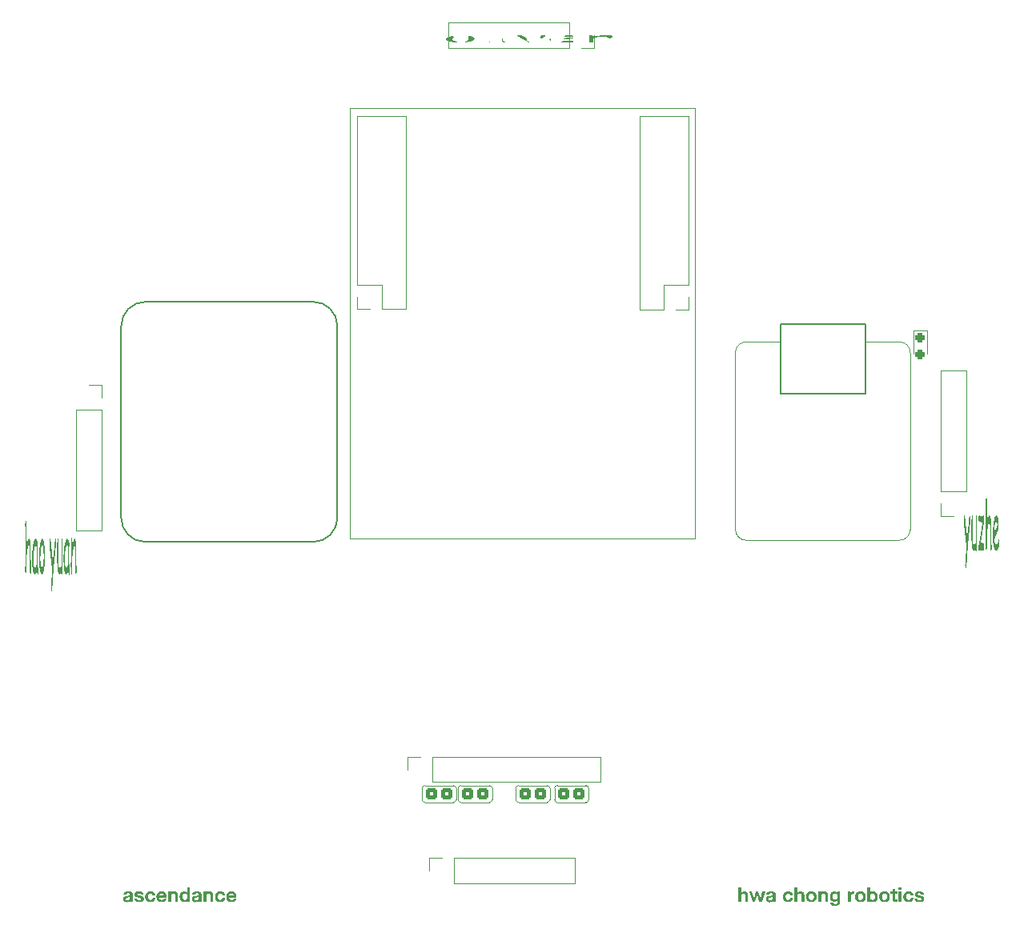
<source format=gbr>
%TF.GenerationSoftware,KiCad,Pcbnew,7.0.7*%
%TF.CreationDate,2024-02-23T14:56:57+08:00*%
%TF.ProjectId,l3,6c332e6b-6963-4616-945f-706362585858,rev?*%
%TF.SameCoordinates,Original*%
%TF.FileFunction,Legend,Top*%
%TF.FilePolarity,Positive*%
%FSLAX46Y46*%
G04 Gerber Fmt 4.6, Leading zero omitted, Abs format (unit mm)*
G04 Created by KiCad (PCBNEW 7.0.7) date 2024-02-23 14:56:57*
%MOMM*%
%LPD*%
G01*
G04 APERTURE LIST*
G04 Aperture macros list*
%AMRoundRect*
0 Rectangle with rounded corners*
0 $1 Rounding radius*
0 $2 $3 $4 $5 $6 $7 $8 $9 X,Y pos of 4 corners*
0 Add a 4 corners polygon primitive as box body*
4,1,4,$2,$3,$4,$5,$6,$7,$8,$9,$2,$3,0*
0 Add four circle primitives for the rounded corners*
1,1,$1+$1,$2,$3*
1,1,$1+$1,$4,$5*
1,1,$1+$1,$6,$7*
1,1,$1+$1,$8,$9*
0 Add four rect primitives between the rounded corners*
20,1,$1+$1,$2,$3,$4,$5,0*
20,1,$1+$1,$4,$5,$6,$7,0*
20,1,$1+$1,$6,$7,$8,$9,0*
20,1,$1+$1,$8,$9,$2,$3,0*%
G04 Aperture macros list end*
%ADD10C,0.150000*%
%ADD11C,0.200000*%
%ADD12C,0.100000*%
%ADD13C,0.120000*%
%ADD14C,0.127000*%
%ADD15RoundRect,0.200000X0.400000X0.400000X-0.400000X0.400000X-0.400000X-0.400000X0.400000X-0.400000X0*%
%ADD16R,1.700000X1.700000*%
%ADD17O,1.700000X1.700000*%
%ADD18C,0.800000*%
%ADD19C,6.000000*%
%ADD20RoundRect,0.200000X-0.400000X-0.400000X0.400000X-0.400000X0.400000X0.400000X-0.400000X0.400000X0*%
%ADD21C,1.778000*%
%ADD22C,6.400000*%
%ADD23RoundRect,0.237500X-0.237500X0.287500X-0.237500X-0.287500X0.237500X-0.287500X0.237500X0.287500X0*%
G04 APERTURE END LIST*
D10*
G36*
X47341956Y-6908217D02*
G01*
X47104308Y-9456891D01*
X47098852Y-9514755D01*
X47093478Y-9572028D01*
X47088184Y-9628710D01*
X47082971Y-9684800D01*
X47077838Y-9740298D01*
X47072786Y-9795205D01*
X47067815Y-9849521D01*
X47062924Y-9903245D01*
X47058114Y-9956377D01*
X47053384Y-10008918D01*
X47048735Y-10060867D01*
X47044167Y-10112225D01*
X47039679Y-10162991D01*
X47035272Y-10213166D01*
X47030945Y-10262749D01*
X47026699Y-10311741D01*
X47022534Y-10360141D01*
X47018450Y-10407949D01*
X47014446Y-10455167D01*
X47010522Y-10501792D01*
X47006679Y-10547826D01*
X47002917Y-10593269D01*
X46995635Y-10682379D01*
X46988675Y-10769124D01*
X46982037Y-10853502D01*
X46975722Y-10935514D01*
X46969730Y-11015160D01*
X46924301Y-11675837D01*
X46919435Y-11733654D01*
X46913752Y-11783762D01*
X46907253Y-11826161D01*
X46899937Y-11860851D01*
X46889644Y-11893373D01*
X46880491Y-11910718D01*
X46870521Y-11920354D01*
X46862507Y-11922522D01*
X46851974Y-11919345D01*
X46841991Y-11909814D01*
X46832557Y-11893929D01*
X46823673Y-11871689D01*
X46815338Y-11843096D01*
X46812682Y-11832152D01*
X46805626Y-11797176D01*
X46799240Y-11752463D01*
X46794840Y-11703543D01*
X46792428Y-11650416D01*
X46791921Y-11609891D01*
X46793224Y-11537270D01*
X46795541Y-11476095D01*
X46799015Y-11404711D01*
X46803648Y-11323118D01*
X46809439Y-11231317D01*
X46812769Y-11181589D01*
X46816389Y-11129308D01*
X46820298Y-11074475D01*
X46824497Y-11017090D01*
X46828985Y-10957152D01*
X46833763Y-10894663D01*
X46838830Y-10829621D01*
X46844187Y-10762028D01*
X46849833Y-10691882D01*
X46855769Y-10619184D01*
X46861995Y-10543934D01*
X46868510Y-10466131D01*
X46875315Y-10385777D01*
X46882409Y-10302870D01*
X46889793Y-10217411D01*
X46897466Y-10129401D01*
X46905429Y-10038837D01*
X46913682Y-9945722D01*
X46922224Y-9850055D01*
X46931055Y-9751835D01*
X46940176Y-9651064D01*
X46694224Y-7274581D01*
X46663449Y-7023011D01*
X46658102Y-6974651D01*
X46653660Y-6928796D01*
X46649527Y-6877076D01*
X46646700Y-6828962D01*
X46645050Y-6777387D01*
X46644887Y-6756786D01*
X46645642Y-6700873D01*
X46647909Y-6647621D01*
X46651687Y-6597031D01*
X46656977Y-6549103D01*
X46663777Y-6503837D01*
X46666380Y-6489340D01*
X46674712Y-6449913D01*
X46683405Y-6418643D01*
X46692458Y-6395531D01*
X46701872Y-6380576D01*
X46711646Y-6373778D01*
X46714985Y-6373325D01*
X46726293Y-6377661D01*
X46736589Y-6390670D01*
X46745871Y-6412351D01*
X46754140Y-6442705D01*
X46761395Y-6481731D01*
X46763589Y-6496667D01*
X46770903Y-6549565D01*
X46778250Y-6603843D01*
X46785632Y-6659503D01*
X46793047Y-6716543D01*
X46800496Y-6774965D01*
X46807979Y-6834767D01*
X46815496Y-6895951D01*
X46823047Y-6958515D01*
X46830631Y-7022461D01*
X46838250Y-7087788D01*
X46845902Y-7154495D01*
X46853589Y-7222584D01*
X46861309Y-7292054D01*
X46869063Y-7362904D01*
X46876851Y-7435136D01*
X46884672Y-7508749D01*
X46892528Y-7583742D01*
X46900417Y-7660117D01*
X46908341Y-7737873D01*
X46916298Y-7817010D01*
X46924289Y-7897528D01*
X46932314Y-7979427D01*
X46940373Y-8062707D01*
X46948465Y-8147367D01*
X46956592Y-8233409D01*
X46964752Y-8320832D01*
X46972947Y-8409636D01*
X46981175Y-8499821D01*
X46989437Y-8591387D01*
X46997733Y-8684334D01*
X47006063Y-8778662D01*
X47014426Y-8874372D01*
X47116031Y-7664148D01*
X47122884Y-7588104D01*
X47129705Y-7513233D01*
X47136493Y-7439535D01*
X47143249Y-7367012D01*
X47149972Y-7295661D01*
X47156663Y-7225484D01*
X47163322Y-7156481D01*
X47169948Y-7088651D01*
X47176541Y-7021995D01*
X47183103Y-6956512D01*
X47189631Y-6892202D01*
X47196128Y-6829067D01*
X47202592Y-6767104D01*
X47209023Y-6706316D01*
X47215422Y-6646700D01*
X47221788Y-6588258D01*
X47227498Y-6537883D01*
X47233634Y-6494225D01*
X47240198Y-6457283D01*
X47249004Y-6420551D01*
X47258478Y-6394314D01*
X47268620Y-6378572D01*
X47279430Y-6373325D01*
X47289814Y-6377017D01*
X47299717Y-6388094D01*
X47309140Y-6406555D01*
X47318081Y-6432401D01*
X47326542Y-6465631D01*
X47329255Y-6478349D01*
X47336643Y-6519107D01*
X47342502Y-6562613D01*
X47346832Y-6608866D01*
X47349634Y-6657868D01*
X47350908Y-6709617D01*
X47350993Y-6727477D01*
X47350110Y-6779235D01*
X47347807Y-6829489D01*
X47344559Y-6877078D01*
X47341956Y-6908217D01*
G37*
G36*
X48032430Y-7940143D02*
G01*
X48032442Y-8003073D01*
X48032466Y-8055130D01*
X48032502Y-8111351D01*
X48032551Y-8171737D01*
X48032614Y-8236287D01*
X48032689Y-8305002D01*
X48032777Y-8377881D01*
X48032843Y-8428781D01*
X48032914Y-8481532D01*
X48032991Y-8536133D01*
X48033074Y-8592586D01*
X48033163Y-8650889D01*
X48033252Y-8709193D01*
X48033335Y-8765645D01*
X48033412Y-8820247D01*
X48033484Y-8872998D01*
X48033550Y-8923898D01*
X48033610Y-8972946D01*
X48033689Y-9043049D01*
X48033756Y-9108988D01*
X48033809Y-9170762D01*
X48033850Y-9228371D01*
X48033878Y-9281816D01*
X48033893Y-9331096D01*
X48033896Y-9361636D01*
X48034111Y-9414182D01*
X48034591Y-9467037D01*
X48035238Y-9521175D01*
X48035959Y-9573439D01*
X48036094Y-9582676D01*
X48036924Y-9635427D01*
X48037675Y-9690240D01*
X48038248Y-9744012D01*
X48038527Y-9793192D01*
X48038537Y-9802494D01*
X48037832Y-9853814D01*
X48035720Y-9901527D01*
X48031476Y-9952635D01*
X48025315Y-9998833D01*
X48018509Y-10034525D01*
X48010772Y-10065237D01*
X48000943Y-10093036D01*
X47990249Y-10112187D01*
X47980394Y-10121718D01*
X47969904Y-10124895D01*
X47957257Y-10121403D01*
X47945816Y-10110927D01*
X47935581Y-10093468D01*
X47926551Y-10069024D01*
X47918728Y-10037597D01*
X47912110Y-9999186D01*
X47906699Y-9953791D01*
X47902493Y-9901413D01*
X47891674Y-9928475D01*
X47880649Y-9953791D01*
X47869417Y-9977362D01*
X47857980Y-9999186D01*
X47846336Y-10019265D01*
X47834487Y-10037597D01*
X47822431Y-10054184D01*
X47810169Y-10069024D01*
X47797702Y-10082119D01*
X47785028Y-10093468D01*
X47772148Y-10103070D01*
X47759062Y-10110927D01*
X47745769Y-10117038D01*
X47732271Y-10121403D01*
X47718567Y-10124022D01*
X47704657Y-10124895D01*
X47693542Y-10124132D01*
X47682667Y-10121842D01*
X47672033Y-10118026D01*
X47661639Y-10112683D01*
X47651486Y-10105813D01*
X47641573Y-10097418D01*
X47631901Y-10087495D01*
X47617843Y-10069749D01*
X47604326Y-10048569D01*
X47591350Y-10023954D01*
X47578915Y-9995904D01*
X47567021Y-9964420D01*
X47555668Y-9929501D01*
X47543905Y-9887462D01*
X47533068Y-9841945D01*
X47523159Y-9792951D01*
X47514178Y-9740480D01*
X47506123Y-9684530D01*
X47498996Y-9625103D01*
X47492797Y-9562199D01*
X47487525Y-9495817D01*
X47483180Y-9425957D01*
X47480798Y-9377452D01*
X47478829Y-9327401D01*
X47477999Y-9301797D01*
X47476361Y-9246269D01*
X47474775Y-9191124D01*
X47473241Y-9136360D01*
X47471760Y-9081978D01*
X47470330Y-9027977D01*
X47468952Y-8974358D01*
X47467626Y-8921121D01*
X47466352Y-8868265D01*
X47465130Y-8815791D01*
X47463960Y-8763699D01*
X47462842Y-8711988D01*
X47461776Y-8660659D01*
X47460762Y-8609712D01*
X47459800Y-8559146D01*
X47458890Y-8508961D01*
X47458032Y-8459159D01*
X47457226Y-8409738D01*
X47456472Y-8360698D01*
X47455120Y-8263764D01*
X47453977Y-8168357D01*
X47453041Y-8074476D01*
X47452313Y-7982122D01*
X47451793Y-7891294D01*
X47451481Y-7801993D01*
X47451377Y-7714218D01*
X47451457Y-7656167D01*
X47451697Y-7597115D01*
X47452098Y-7537061D01*
X47452659Y-7476005D01*
X47453380Y-7413947D01*
X47454262Y-7350888D01*
X47455304Y-7286826D01*
X47456506Y-7221763D01*
X47457868Y-7155699D01*
X47459391Y-7088632D01*
X47461074Y-7020564D01*
X47462917Y-6951493D01*
X47464921Y-6881421D01*
X47467085Y-6810348D01*
X47469409Y-6738272D01*
X47471893Y-6665195D01*
X47474085Y-6613035D01*
X47477088Y-6566005D01*
X47482355Y-6511279D01*
X47489064Y-6465674D01*
X47497215Y-6429191D01*
X47506809Y-6401828D01*
X47517846Y-6383586D01*
X47530325Y-6374465D01*
X47537106Y-6373325D01*
X47547845Y-6376545D01*
X47557897Y-6386205D01*
X47567262Y-6402305D01*
X47575941Y-6424845D01*
X47583932Y-6453825D01*
X47586443Y-6464916D01*
X47593249Y-6501109D01*
X47599410Y-6548000D01*
X47603654Y-6599917D01*
X47605767Y-6648418D01*
X47606471Y-6700610D01*
X47606226Y-6753168D01*
X47605493Y-6814670D01*
X47604554Y-6870311D01*
X47603302Y-6931677D01*
X47602158Y-6981458D01*
X47600838Y-7034460D01*
X47599342Y-7090681D01*
X47597670Y-7150122D01*
X47596457Y-7191538D01*
X47594711Y-7253330D01*
X47593137Y-7312310D01*
X47591734Y-7368477D01*
X47590504Y-7421833D01*
X47589445Y-7472376D01*
X47588300Y-7535392D01*
X47587460Y-7593410D01*
X47586926Y-7646428D01*
X47586687Y-7705670D01*
X47586717Y-7774659D01*
X47586806Y-7842407D01*
X47586953Y-7908916D01*
X47587160Y-7974184D01*
X47587427Y-8038212D01*
X47587752Y-8100999D01*
X47588136Y-8162547D01*
X47588580Y-8222854D01*
X47589083Y-8281920D01*
X47589645Y-8339747D01*
X47590266Y-8396333D01*
X47590946Y-8451679D01*
X47591686Y-8505784D01*
X47592484Y-8558650D01*
X47593342Y-8610274D01*
X47594259Y-8660659D01*
X47595234Y-8709660D01*
X47596804Y-8780872D01*
X47598502Y-8849337D01*
X47600330Y-8915053D01*
X47602286Y-8978022D01*
X47604371Y-9038243D01*
X47606585Y-9095717D01*
X47608928Y-9150442D01*
X47611400Y-9202420D01*
X47614000Y-9251650D01*
X47616729Y-9298133D01*
X47626632Y-9322969D01*
X47636464Y-9345116D01*
X47646226Y-9364576D01*
X47655919Y-9381347D01*
X47661426Y-9389724D01*
X47671008Y-9402096D01*
X47681873Y-9412514D01*
X47692646Y-9418964D01*
X47703328Y-9421445D01*
X47704657Y-9421476D01*
X47716207Y-9420913D01*
X47727837Y-9419224D01*
X47739547Y-9416409D01*
X47751337Y-9412469D01*
X47763208Y-9407403D01*
X47775159Y-9401211D01*
X47787190Y-9393893D01*
X47799301Y-9385450D01*
X47811492Y-9375880D01*
X47823763Y-9365185D01*
X47836115Y-9353364D01*
X47848546Y-9340417D01*
X47861058Y-9326345D01*
X47873650Y-9311146D01*
X47886322Y-9294822D01*
X47899074Y-9277372D01*
X47898585Y-8594713D01*
X47897120Y-7942585D01*
X47897170Y-7852654D01*
X47897322Y-7764211D01*
X47897575Y-7677257D01*
X47897929Y-7591791D01*
X47898384Y-7507814D01*
X47898940Y-7425325D01*
X47899598Y-7344324D01*
X47900356Y-7264811D01*
X47901216Y-7186787D01*
X47902176Y-7110251D01*
X47903238Y-7035204D01*
X47904401Y-6961645D01*
X47905666Y-6889574D01*
X47907031Y-6818992D01*
X47908497Y-6749898D01*
X47910065Y-6682292D01*
X47911937Y-6627076D01*
X47914716Y-6577291D01*
X47919830Y-6519360D01*
X47926554Y-6471084D01*
X47934889Y-6432463D01*
X47944834Y-6403497D01*
X47956390Y-6384187D01*
X47966114Y-6376040D01*
X47976743Y-6373325D01*
X47987482Y-6376588D01*
X47997534Y-6386377D01*
X48006899Y-6402691D01*
X48015578Y-6425532D01*
X48023569Y-6454898D01*
X48026080Y-6466137D01*
X48032844Y-6502115D01*
X48038846Y-6548214D01*
X48042815Y-6598753D01*
X48044750Y-6653734D01*
X48044887Y-6695725D01*
X48032430Y-7940143D01*
G37*
G36*
X48766380Y-7150017D02*
G01*
X48758613Y-7195212D01*
X48750577Y-7242867D01*
X48742272Y-7292985D01*
X48733697Y-7345564D01*
X48724854Y-7400604D01*
X48715742Y-7458106D01*
X48706360Y-7518070D01*
X48696710Y-7580495D01*
X48686790Y-7645382D01*
X48676602Y-7712730D01*
X48666144Y-7782539D01*
X48655418Y-7854810D01*
X48644422Y-7929543D01*
X48633157Y-8006737D01*
X48621623Y-8086393D01*
X48615756Y-8127143D01*
X48609821Y-8168510D01*
X48602963Y-8216459D01*
X48596221Y-8263526D01*
X48589595Y-8309710D01*
X48583084Y-8355012D01*
X48576688Y-8399431D01*
X48570408Y-8442968D01*
X48564243Y-8485622D01*
X48558194Y-8527394D01*
X48552260Y-8568283D01*
X48546441Y-8608290D01*
X48535151Y-8685656D01*
X48524322Y-8759492D01*
X48513955Y-8829797D01*
X48504050Y-8896573D01*
X48494607Y-8959818D01*
X48485625Y-9019534D01*
X48477105Y-9075719D01*
X48469047Y-9128375D01*
X48461451Y-9177500D01*
X48454316Y-9223095D01*
X48447643Y-9265160D01*
X48460992Y-9265160D01*
X48474019Y-9265160D01*
X48486723Y-9265160D01*
X48499106Y-9265160D01*
X48511167Y-9265160D01*
X48522905Y-9265160D01*
X48534322Y-9265160D01*
X48545417Y-9265160D01*
X48556189Y-9265160D01*
X48566640Y-9265160D01*
X48573428Y-9265160D01*
X48584414Y-9266534D01*
X48594958Y-9269778D01*
X48606767Y-9274930D01*
X48617125Y-9280425D01*
X48628291Y-9287142D01*
X48640267Y-9295080D01*
X48653052Y-9304239D01*
X48662757Y-9311223D01*
X48674977Y-9319466D01*
X48686373Y-9326488D01*
X48696944Y-9332289D01*
X48706690Y-9336868D01*
X48717715Y-9340875D01*
X48729244Y-9343165D01*
X48732675Y-9343318D01*
X48743628Y-9346838D01*
X48753775Y-9357400D01*
X48763114Y-9375003D01*
X48771647Y-9399646D01*
X48779372Y-9431331D01*
X48781767Y-9443457D01*
X48788242Y-9482441D01*
X48793377Y-9525202D01*
X48797172Y-9571742D01*
X48799628Y-9622060D01*
X48800744Y-9676156D01*
X48800818Y-9695028D01*
X48800149Y-9751585D01*
X48798139Y-9804021D01*
X48794791Y-9852335D01*
X48790102Y-9896528D01*
X48784074Y-9936599D01*
X48781767Y-9949040D01*
X48774320Y-9982242D01*
X48766083Y-10008574D01*
X48757055Y-10028037D01*
X48747238Y-10040631D01*
X48736630Y-10046356D01*
X48732919Y-10046737D01*
X48721925Y-10046737D01*
X48711360Y-10046737D01*
X48699519Y-10046737D01*
X48689127Y-10046737D01*
X48677918Y-10046737D01*
X48665893Y-10046737D01*
X48653052Y-10046737D01*
X48640267Y-10046737D01*
X48628291Y-10046737D01*
X48617125Y-10046737D01*
X48606767Y-10046737D01*
X48594958Y-10046737D01*
X48584414Y-10046737D01*
X48573428Y-10046737D01*
X48554165Y-10047014D01*
X48535025Y-10047844D01*
X48516009Y-10049227D01*
X48497118Y-10051164D01*
X48478350Y-10053654D01*
X48459707Y-10056698D01*
X48441187Y-10060295D01*
X48422792Y-10064445D01*
X48404520Y-10069148D01*
X48386373Y-10074405D01*
X48368349Y-10080216D01*
X48350450Y-10086579D01*
X48332675Y-10093496D01*
X48315023Y-10100967D01*
X48297496Y-10108991D01*
X48280093Y-10117568D01*
X48269766Y-10122033D01*
X48259664Y-10124544D01*
X48254691Y-10124895D01*
X48242775Y-10122276D01*
X48232031Y-10114419D01*
X48222459Y-10101325D01*
X48211520Y-10075717D01*
X48202664Y-10040798D01*
X48195892Y-9996567D01*
X48191204Y-9943025D01*
X48188599Y-9880170D01*
X48188013Y-9826919D01*
X48188854Y-9772674D01*
X48191376Y-9719084D01*
X48195580Y-9666151D01*
X48201466Y-9613874D01*
X48207385Y-9572524D01*
X48214380Y-9531595D01*
X48222451Y-9491085D01*
X48233687Y-9441775D01*
X48244984Y-9390778D01*
X48256342Y-9338095D01*
X48267762Y-9283726D01*
X48279244Y-9227671D01*
X48290787Y-9169929D01*
X48302392Y-9110501D01*
X48314058Y-9049387D01*
X48325785Y-8986586D01*
X48337575Y-8922099D01*
X48349425Y-8855926D01*
X48361338Y-8788066D01*
X48373312Y-8718520D01*
X48385347Y-8647288D01*
X48397444Y-8574369D01*
X48409602Y-8499764D01*
X48421822Y-8423473D01*
X48434104Y-8345495D01*
X48446447Y-8265831D01*
X48458852Y-8184481D01*
X48471318Y-8101444D01*
X48483846Y-8016721D01*
X48496435Y-7930312D01*
X48509086Y-7842217D01*
X48521798Y-7752435D01*
X48534572Y-7660966D01*
X48547407Y-7567812D01*
X48560304Y-7472971D01*
X48573263Y-7376444D01*
X48586283Y-7278230D01*
X48599364Y-7178330D01*
X48612507Y-7076744D01*
X48601284Y-7076744D01*
X48590453Y-7076744D01*
X48580012Y-7076744D01*
X48569963Y-7076744D01*
X48555623Y-7076744D01*
X48542162Y-7076744D01*
X48529582Y-7076744D01*
X48517882Y-7076744D01*
X48507062Y-7076744D01*
X48497122Y-7076744D01*
X48485239Y-7076744D01*
X48479883Y-7076744D01*
X48467161Y-7076439D01*
X48454394Y-7075523D01*
X48441584Y-7073996D01*
X48428730Y-7071859D01*
X48415832Y-7069112D01*
X48402890Y-7065753D01*
X48389904Y-7061784D01*
X48376874Y-7057205D01*
X48363800Y-7052015D01*
X48350683Y-7046214D01*
X48337521Y-7039802D01*
X48324316Y-7032780D01*
X48311067Y-7025148D01*
X48297774Y-7016905D01*
X48284437Y-7008051D01*
X48271056Y-6998586D01*
X48260143Y-6989045D01*
X48250305Y-6975531D01*
X48238856Y-6951336D01*
X48229315Y-6920081D01*
X48221682Y-6881765D01*
X48215958Y-6836389D01*
X48212142Y-6783953D01*
X48210234Y-6724457D01*
X48209995Y-6692062D01*
X48210648Y-6642774D01*
X48213059Y-6589179D01*
X48217246Y-6539792D01*
X48223210Y-6494611D01*
X48228557Y-6464916D01*
X48237134Y-6429228D01*
X48246623Y-6402305D01*
X48257023Y-6384148D01*
X48266663Y-6375561D01*
X48275208Y-6373325D01*
X48286576Y-6374279D01*
X48296872Y-6376416D01*
X48308237Y-6379774D01*
X48320670Y-6384354D01*
X48330697Y-6388590D01*
X48341324Y-6393513D01*
X48352553Y-6399123D01*
X48364382Y-6405420D01*
X48376813Y-6412404D01*
X48389298Y-6419387D01*
X48401199Y-6425684D01*
X48412516Y-6431294D01*
X48423250Y-6436217D01*
X48433399Y-6440453D01*
X48446023Y-6445033D01*
X48457610Y-6448391D01*
X48468158Y-6450528D01*
X48479883Y-6451483D01*
X48492332Y-6450872D01*
X48502620Y-6449613D01*
X48513724Y-6447666D01*
X48525644Y-6445033D01*
X48538380Y-6441713D01*
X48551931Y-6437706D01*
X48566298Y-6433012D01*
X48576329Y-6429501D01*
X48586722Y-6425684D01*
X48597479Y-6421563D01*
X48608597Y-6417136D01*
X48620079Y-6412404D01*
X48631589Y-6407671D01*
X48642732Y-6403245D01*
X48653509Y-6399123D01*
X48663920Y-6395307D01*
X48673965Y-6391796D01*
X48688345Y-6387102D01*
X48701900Y-6383095D01*
X48714631Y-6379774D01*
X48726538Y-6377141D01*
X48737621Y-6375195D01*
X48747879Y-6373935D01*
X48760274Y-6373325D01*
X48770706Y-6375289D01*
X48783019Y-6384019D01*
X48793509Y-6399732D01*
X48802173Y-6422430D01*
X48810439Y-6460623D01*
X48815855Y-6509728D01*
X48818420Y-6569745D01*
X48818648Y-6596807D01*
X48818189Y-6645662D01*
X48816811Y-6695139D01*
X48814514Y-6745238D01*
X48811298Y-6795960D01*
X48807164Y-6847305D01*
X48802110Y-6899272D01*
X48796138Y-6951862D01*
X48789247Y-7005074D01*
X48781438Y-7058909D01*
X48772710Y-7113366D01*
X48766380Y-7150017D01*
G37*
G36*
X49527929Y-10124895D02*
G01*
X49516244Y-10120850D01*
X49505612Y-10108714D01*
X49496033Y-10088487D01*
X49487507Y-10060171D01*
X49480035Y-10023763D01*
X49473616Y-9979265D01*
X49468250Y-9926677D01*
X49463938Y-9865998D01*
X49461028Y-9811272D01*
X49458162Y-9752425D01*
X49455338Y-9689456D01*
X49452558Y-9622365D01*
X49449820Y-9551153D01*
X49448019Y-9501389D01*
X49446236Y-9449792D01*
X49444473Y-9396364D01*
X49442729Y-9341104D01*
X49441004Y-9284013D01*
X49439298Y-9225089D01*
X49437612Y-9164334D01*
X49435944Y-9101746D01*
X49435117Y-9069766D01*
X49433638Y-9008634D01*
X49432255Y-8948885D01*
X49430967Y-8890519D01*
X49429774Y-8833537D01*
X49428677Y-8777939D01*
X49427675Y-8723723D01*
X49426769Y-8670891D01*
X49425958Y-8619443D01*
X49425242Y-8569378D01*
X49424348Y-8496874D01*
X49423668Y-8427483D01*
X49423203Y-8361205D01*
X49422953Y-8298040D01*
X49422905Y-8257658D01*
X49423012Y-8207360D01*
X49423281Y-8153957D01*
X49423641Y-8101206D01*
X49424034Y-8052327D01*
X49424509Y-7998977D01*
X49424615Y-7987770D01*
X49425107Y-7933525D01*
X49425516Y-7883752D01*
X49425897Y-7829928D01*
X49426189Y-7775273D01*
X49426323Y-7723543D01*
X49426324Y-7717882D01*
X49426072Y-7640244D01*
X49425317Y-7567615D01*
X49424057Y-7499995D01*
X49422294Y-7437384D01*
X49420027Y-7379782D01*
X49417257Y-7327189D01*
X49413982Y-7279604D01*
X49408126Y-7217619D01*
X49401137Y-7166904D01*
X49393014Y-7127459D01*
X49383757Y-7099284D01*
X49373368Y-7082379D01*
X49361844Y-7076744D01*
X49350988Y-7078295D01*
X49340278Y-7082946D01*
X49329716Y-7090698D01*
X49319300Y-7101550D01*
X49309032Y-7115503D01*
X49298910Y-7132557D01*
X49288935Y-7152712D01*
X49279107Y-7175968D01*
X49269426Y-7202324D01*
X49259892Y-7231781D01*
X49250505Y-7264339D01*
X49241265Y-7299997D01*
X49232171Y-7338757D01*
X49223225Y-7380617D01*
X49214426Y-7425577D01*
X49205773Y-7473639D01*
X49198951Y-7514901D01*
X49191674Y-7562668D01*
X49183941Y-7616939D01*
X49175754Y-7677715D01*
X49170043Y-7721846D01*
X49164130Y-7768867D01*
X49158014Y-7818780D01*
X49151696Y-7871583D01*
X49145176Y-7927277D01*
X49138454Y-7985862D01*
X49131529Y-8047338D01*
X49124402Y-8111704D01*
X49117073Y-8178962D01*
X49109541Y-8249110D01*
X49109520Y-8331470D01*
X49109456Y-8411703D01*
X49109348Y-8489808D01*
X49109198Y-8565786D01*
X49109005Y-8639636D01*
X49108769Y-8711359D01*
X49108490Y-8780953D01*
X49108168Y-8848421D01*
X49107803Y-8913760D01*
X49107395Y-8976973D01*
X49106944Y-9038057D01*
X49106450Y-9097014D01*
X49105914Y-9153844D01*
X49105334Y-9208545D01*
X49104711Y-9261120D01*
X49104046Y-9311566D01*
X49102586Y-9406077D01*
X49100955Y-9492077D01*
X49099152Y-9569567D01*
X49097177Y-9638546D01*
X49095030Y-9699016D01*
X49092712Y-9750974D01*
X49088912Y-9812956D01*
X49087560Y-9829361D01*
X49082404Y-9880309D01*
X49076584Y-9924463D01*
X49070100Y-9961825D01*
X49061061Y-9998974D01*
X49050985Y-10025509D01*
X49039871Y-10041430D01*
X49027720Y-10046737D01*
X49017427Y-10043388D01*
X49007616Y-10033342D01*
X48998285Y-10016598D01*
X48989435Y-9993156D01*
X48981066Y-9963017D01*
X48978383Y-9951483D01*
X48971162Y-9913887D01*
X48965434Y-9873458D01*
X48960641Y-9822710D01*
X48957881Y-9768105D01*
X48957134Y-9718231D01*
X48958303Y-9666038D01*
X48960569Y-9615878D01*
X48963240Y-9568021D01*
X48965522Y-9514960D01*
X48966938Y-9457883D01*
X48967942Y-9400715D01*
X48968619Y-9351127D01*
X48969232Y-9295786D01*
X48969781Y-9234692D01*
X48970266Y-9167845D01*
X48970686Y-9095244D01*
X48970811Y-9069766D01*
X48973010Y-8564183D01*
X48974964Y-6052145D01*
X48975555Y-6000258D01*
X48976108Y-5950537D01*
X48976867Y-5880015D01*
X48977540Y-5814366D01*
X48978126Y-5753591D01*
X48978627Y-5697688D01*
X48979042Y-5646658D01*
X48979462Y-5586199D01*
X48979729Y-5534402D01*
X48979848Y-5481838D01*
X48979687Y-5427742D01*
X48979204Y-5374601D01*
X48978399Y-5322413D01*
X48977272Y-5271179D01*
X48975823Y-5220899D01*
X48974052Y-5171574D01*
X48973254Y-5152111D01*
X48971354Y-5103316D01*
X48969776Y-5053865D01*
X48968520Y-5003758D01*
X48967587Y-4952995D01*
X48966975Y-4901577D01*
X48966685Y-4849502D01*
X48966659Y-4828489D01*
X48967355Y-4776625D01*
X48969441Y-4728197D01*
X48973634Y-4676037D01*
X48979720Y-4628553D01*
X48986443Y-4591573D01*
X48994271Y-4559617D01*
X49002735Y-4534272D01*
X49011834Y-4515538D01*
X49021568Y-4503417D01*
X49031938Y-4497907D01*
X49035536Y-4497540D01*
X49045702Y-4500084D01*
X49057976Y-4511389D01*
X49068783Y-4531740D01*
X49078126Y-4561135D01*
X49086002Y-4599574D01*
X49092414Y-4647059D01*
X49097360Y-4703587D01*
X49100108Y-4751920D01*
X49101481Y-4786967D01*
X49103402Y-4846402D01*
X49105134Y-4904719D01*
X49106676Y-4961921D01*
X49108030Y-5018006D01*
X49109195Y-5072975D01*
X49110171Y-5126828D01*
X49110958Y-5179564D01*
X49111556Y-5231184D01*
X49111966Y-5281688D01*
X49112186Y-5331076D01*
X49112228Y-5363381D01*
X49112187Y-5428439D01*
X49112065Y-5494012D01*
X49111861Y-5560101D01*
X49111575Y-5626705D01*
X49111208Y-5693824D01*
X49110760Y-5761458D01*
X49110230Y-5829608D01*
X49109618Y-5898272D01*
X49108924Y-5967452D01*
X49108149Y-6037147D01*
X49107587Y-6083897D01*
X49106852Y-6152032D01*
X49106202Y-6220425D01*
X49105638Y-6289075D01*
X49105160Y-6357983D01*
X49104768Y-6427149D01*
X49104462Y-6496572D01*
X49104242Y-6566253D01*
X49104107Y-6636191D01*
X49104058Y-6706387D01*
X49104096Y-6776841D01*
X49104168Y-6823953D01*
X49104901Y-7125593D01*
X49111983Y-7079168D01*
X49119124Y-7034231D01*
X49126325Y-6990782D01*
X49133584Y-6948822D01*
X49140903Y-6908350D01*
X49148281Y-6869367D01*
X49155718Y-6831872D01*
X49163214Y-6795865D01*
X49170769Y-6761347D01*
X49178384Y-6728317D01*
X49186057Y-6696775D01*
X49193790Y-6666722D01*
X49205500Y-6624432D01*
X49217343Y-6585492D01*
X49225313Y-6561392D01*
X49237425Y-6527782D01*
X49249676Y-6497478D01*
X49262063Y-6470480D01*
X49274589Y-6446788D01*
X49287251Y-6426402D01*
X49300051Y-6409322D01*
X49312988Y-6395548D01*
X49326063Y-6385079D01*
X49339275Y-6377916D01*
X49352624Y-6374059D01*
X49361600Y-6373325D01*
X49375578Y-6374770D01*
X49388997Y-6379106D01*
X49401857Y-6386334D01*
X49414158Y-6396452D01*
X49425900Y-6409460D01*
X49437083Y-6425360D01*
X49447706Y-6444150D01*
X49457771Y-6465832D01*
X49467276Y-6490404D01*
X49476222Y-6517867D01*
X49484610Y-6548221D01*
X49492438Y-6581465D01*
X49499707Y-6617601D01*
X49506417Y-6656627D01*
X49512568Y-6698545D01*
X49518160Y-6743353D01*
X49523609Y-6795477D01*
X49528598Y-6853849D01*
X49533128Y-6918467D01*
X49537199Y-6989332D01*
X49539658Y-7040046D01*
X49541912Y-7093536D01*
X49543963Y-7149802D01*
X49545809Y-7208845D01*
X49547451Y-7270664D01*
X49548888Y-7335260D01*
X49550122Y-7402632D01*
X49551152Y-7472780D01*
X49551977Y-7545705D01*
X49552598Y-7621406D01*
X49558216Y-8275977D01*
X49571893Y-8990387D01*
X49573101Y-9040085D01*
X49574343Y-9089038D01*
X49576271Y-9161073D01*
X49578276Y-9231434D01*
X49580358Y-9300120D01*
X49582518Y-9367131D01*
X49584754Y-9432469D01*
X49587069Y-9496132D01*
X49589460Y-9558120D01*
X49591929Y-9618434D01*
X49594475Y-9677074D01*
X49595340Y-9696249D01*
X49597269Y-9747178D01*
X49598027Y-9795167D01*
X49597297Y-9846615D01*
X49595108Y-9894715D01*
X49590708Y-9946599D01*
X49584322Y-9993924D01*
X49577266Y-10030861D01*
X49569281Y-10062818D01*
X49560711Y-10088163D01*
X49551558Y-10106896D01*
X49541821Y-10119018D01*
X49531500Y-10124528D01*
X49527929Y-10124895D01*
G37*
G36*
X50077159Y-6374083D02*
G01*
X50090924Y-6376359D01*
X50104362Y-6380151D01*
X50117471Y-6385461D01*
X50130251Y-6392287D01*
X50142704Y-6400630D01*
X50154828Y-6410491D01*
X50166624Y-6421868D01*
X50178092Y-6434762D01*
X50189232Y-6449174D01*
X50200044Y-6465102D01*
X50210527Y-6482547D01*
X50220682Y-6501509D01*
X50230509Y-6521989D01*
X50240008Y-6543985D01*
X50249179Y-6567498D01*
X50259915Y-6598572D01*
X50269958Y-6631650D01*
X50279309Y-6666731D01*
X50287967Y-6703816D01*
X50295933Y-6742904D01*
X50303206Y-6783996D01*
X50309786Y-6827092D01*
X50315674Y-6872191D01*
X50320869Y-6919293D01*
X50325371Y-6968400D01*
X50329180Y-7019509D01*
X50332297Y-7072623D01*
X50334722Y-7127739D01*
X50336453Y-7184860D01*
X50337492Y-7243984D01*
X50337839Y-7305111D01*
X50337156Y-7369812D01*
X50335108Y-7433396D01*
X50331695Y-7495864D01*
X50326916Y-7557216D01*
X50320773Y-7617451D01*
X50313264Y-7676570D01*
X50304389Y-7734573D01*
X50297715Y-7772622D01*
X50290433Y-7810174D01*
X50282545Y-7847230D01*
X50274050Y-7883790D01*
X50264948Y-7919854D01*
X50260169Y-7937700D01*
X50250415Y-7968383D01*
X50241516Y-7994000D01*
X50231261Y-8021850D01*
X50219649Y-8051931D01*
X50206680Y-8084246D01*
X50197281Y-8107029D01*
X50187278Y-8130805D01*
X50176673Y-8155572D01*
X50165464Y-8181332D01*
X50153653Y-8208085D01*
X50141238Y-8235829D01*
X50128221Y-8264566D01*
X50114601Y-8294295D01*
X49852284Y-8870708D01*
X49859683Y-8920818D01*
X49867408Y-8968567D01*
X49875459Y-9013955D01*
X49883837Y-9056981D01*
X49892541Y-9097646D01*
X49901571Y-9135950D01*
X49910928Y-9171892D01*
X49920611Y-9205473D01*
X49930620Y-9236693D01*
X49940956Y-9265551D01*
X49948027Y-9283478D01*
X49958954Y-9308140D01*
X49970212Y-9330376D01*
X49981801Y-9350186D01*
X49993720Y-9367570D01*
X50005969Y-9382529D01*
X50018549Y-9395062D01*
X50031460Y-9405169D01*
X50044701Y-9412851D01*
X50058273Y-9418106D01*
X50072176Y-9420936D01*
X50081628Y-9421476D01*
X50093733Y-9420140D01*
X50106358Y-9416133D01*
X50116166Y-9411374D01*
X50126267Y-9405113D01*
X50136660Y-9397349D01*
X50147345Y-9388083D01*
X50158321Y-9377314D01*
X50169590Y-9365042D01*
X50181150Y-9351268D01*
X50193003Y-9335991D01*
X50202913Y-9322142D01*
X50212370Y-9307769D01*
X50225709Y-9285225D01*
X50238030Y-9261501D01*
X50249334Y-9236596D01*
X50259620Y-9210511D01*
X50268888Y-9183245D01*
X50277140Y-9154798D01*
X50286558Y-9115032D01*
X50294168Y-9073167D01*
X50297294Y-9051448D01*
X50303210Y-9009945D01*
X50310754Y-8965849D01*
X50318465Y-8930400D01*
X50327939Y-8899273D01*
X50337654Y-8880597D01*
X50347608Y-8874372D01*
X50357835Y-8878930D01*
X50367570Y-8892604D01*
X50376815Y-8915394D01*
X50385569Y-8947301D01*
X50390351Y-8969626D01*
X50396825Y-9006463D01*
X50402686Y-9052261D01*
X50406723Y-9101098D01*
X50408937Y-9152973D01*
X50409402Y-9191887D01*
X50408922Y-9241370D01*
X50407482Y-9289985D01*
X50405083Y-9337732D01*
X50401723Y-9384610D01*
X50397404Y-9430620D01*
X50392125Y-9475762D01*
X50385887Y-9520036D01*
X50378688Y-9563442D01*
X50370530Y-9605979D01*
X50361412Y-9647648D01*
X50351334Y-9688449D01*
X50340296Y-9728382D01*
X50328299Y-9767446D01*
X50315342Y-9805643D01*
X50301425Y-9842971D01*
X50286548Y-9879431D01*
X50273412Y-9909155D01*
X50260322Y-9936962D01*
X50247278Y-9962850D01*
X50234280Y-9986821D01*
X50221327Y-10008875D01*
X50208420Y-10029011D01*
X50195560Y-10047229D01*
X50182744Y-10063529D01*
X50169975Y-10077912D01*
X50157252Y-10090377D01*
X50144574Y-10100924D01*
X50131942Y-10109553D01*
X50119356Y-10116265D01*
X50106815Y-10121060D01*
X50094321Y-10123936D01*
X50081872Y-10124895D01*
X50062686Y-10123378D01*
X50043961Y-10118827D01*
X50025698Y-10111242D01*
X50007897Y-10100623D01*
X49990558Y-10086970D01*
X49973680Y-10070284D01*
X49957264Y-10050563D01*
X49941310Y-10027808D01*
X49925818Y-10002020D01*
X49910788Y-9973197D01*
X49896219Y-9941341D01*
X49882112Y-9906450D01*
X49868467Y-9868526D01*
X49855284Y-9827567D01*
X49842562Y-9783575D01*
X49830302Y-9736549D01*
X49817584Y-9681470D01*
X49805687Y-9623701D01*
X49794610Y-9563241D01*
X49784354Y-9500091D01*
X49774918Y-9434251D01*
X49766303Y-9365719D01*
X49758508Y-9294498D01*
X49751534Y-9220586D01*
X49745380Y-9143983D01*
X49740047Y-9064690D01*
X49735534Y-8982707D01*
X49731842Y-8898033D01*
X49728970Y-8810668D01*
X49726919Y-8720613D01*
X49725688Y-8627868D01*
X49725278Y-8532432D01*
X49725362Y-8476844D01*
X49725615Y-8421821D01*
X49726038Y-8367364D01*
X49726629Y-8313472D01*
X49727042Y-8284525D01*
X49840560Y-8284525D01*
X50051342Y-7819242D01*
X50066603Y-7784567D01*
X50081307Y-7750454D01*
X50095454Y-7716904D01*
X50109044Y-7683917D01*
X50122077Y-7651492D01*
X50134552Y-7619631D01*
X50146471Y-7588333D01*
X50157832Y-7557597D01*
X50168636Y-7527425D01*
X50178882Y-7497815D01*
X50188572Y-7468768D01*
X50197704Y-7440284D01*
X50206280Y-7412363D01*
X50218098Y-7371537D01*
X50228662Y-7331978D01*
X50221089Y-7301071D01*
X50213145Y-7272158D01*
X50204831Y-7245238D01*
X50196147Y-7220313D01*
X50187093Y-7197382D01*
X50177669Y-7176445D01*
X50167874Y-7157502D01*
X50157710Y-7140553D01*
X50147175Y-7125598D01*
X50136270Y-7112636D01*
X50124994Y-7101669D01*
X50113349Y-7092696D01*
X50101333Y-7085717D01*
X50088948Y-7080732D01*
X50076192Y-7077741D01*
X50063065Y-7076744D01*
X50052703Y-7077922D01*
X50042561Y-7081457D01*
X50032637Y-7087349D01*
X50022933Y-7095597D01*
X50008789Y-7112387D01*
X49995138Y-7134480D01*
X49981981Y-7161875D01*
X49969318Y-7194572D01*
X49957149Y-7232572D01*
X49945473Y-7275874D01*
X49937964Y-7307687D01*
X49930673Y-7341857D01*
X49923603Y-7378384D01*
X49916753Y-7417129D01*
X49910124Y-7458259D01*
X49903716Y-7501774D01*
X49897530Y-7547675D01*
X49891565Y-7595961D01*
X49885821Y-7646631D01*
X49880299Y-7699687D01*
X49874998Y-7755129D01*
X49869919Y-7812955D01*
X49865061Y-7873167D01*
X49860424Y-7935763D01*
X49856009Y-8000745D01*
X49851814Y-8068113D01*
X49847842Y-8137865D01*
X49844090Y-8210002D01*
X49840560Y-8284525D01*
X49727042Y-8284525D01*
X49727389Y-8260145D01*
X49728317Y-8207383D01*
X49729415Y-8155187D01*
X49730681Y-8103556D01*
X49732117Y-8052491D01*
X49733721Y-8001990D01*
X49735494Y-7952055D01*
X49737436Y-7902686D01*
X49739547Y-7853881D01*
X49741827Y-7805642D01*
X49744276Y-7757968D01*
X49746893Y-7710860D01*
X49752635Y-7618338D01*
X49759052Y-7528078D01*
X49766144Y-7440079D01*
X49773912Y-7354341D01*
X49782356Y-7270865D01*
X49791475Y-7189649D01*
X49801270Y-7110695D01*
X49811740Y-7034002D01*
X49817678Y-6993355D01*
X49823741Y-6953998D01*
X49829927Y-6915932D01*
X49842669Y-6843670D01*
X49855906Y-6776570D01*
X49869637Y-6714632D01*
X49883863Y-6657855D01*
X49898582Y-6606239D01*
X49913796Y-6559785D01*
X49929504Y-6518493D01*
X49945706Y-6482362D01*
X49962402Y-6451393D01*
X49979592Y-6425585D01*
X49997277Y-6404939D01*
X50015456Y-6389455D01*
X50034129Y-6379132D01*
X50053296Y-6373970D01*
X50063065Y-6373325D01*
X50077159Y-6374083D01*
G37*
G36*
X-52046780Y-12588695D02*
G01*
X-52058465Y-12584650D01*
X-52069098Y-12572514D01*
X-52078676Y-12552287D01*
X-52087202Y-12523971D01*
X-52094674Y-12487563D01*
X-52101093Y-12443065D01*
X-52106459Y-12390477D01*
X-52110772Y-12329798D01*
X-52113681Y-12275072D01*
X-52116547Y-12216225D01*
X-52119371Y-12153256D01*
X-52122152Y-12086165D01*
X-52124889Y-12014953D01*
X-52126691Y-11965189D01*
X-52128473Y-11913592D01*
X-52130236Y-11860164D01*
X-52131980Y-11804904D01*
X-52133705Y-11747813D01*
X-52135411Y-11688889D01*
X-52137098Y-11628134D01*
X-52138765Y-11565546D01*
X-52139592Y-11533566D01*
X-52141071Y-11472434D01*
X-52142454Y-11412685D01*
X-52143742Y-11354319D01*
X-52144935Y-11297337D01*
X-52146032Y-11241739D01*
X-52147034Y-11187523D01*
X-52147940Y-11134691D01*
X-52148751Y-11083243D01*
X-52149467Y-11033178D01*
X-52150361Y-10960674D01*
X-52151041Y-10891283D01*
X-52151506Y-10825005D01*
X-52151757Y-10761840D01*
X-52151804Y-10721458D01*
X-52151697Y-10671160D01*
X-52151429Y-10617757D01*
X-52151068Y-10565006D01*
X-52150676Y-10516127D01*
X-52150200Y-10462777D01*
X-52150095Y-10451570D01*
X-52149602Y-10397325D01*
X-52149193Y-10347552D01*
X-52148812Y-10293728D01*
X-52148520Y-10239073D01*
X-52148387Y-10187343D01*
X-52148385Y-10181682D01*
X-52148637Y-10104044D01*
X-52149392Y-10031415D01*
X-52150652Y-9963795D01*
X-52152415Y-9901184D01*
X-52154682Y-9843582D01*
X-52157452Y-9790989D01*
X-52160727Y-9743404D01*
X-52166583Y-9681419D01*
X-52173572Y-9630704D01*
X-52181695Y-9591259D01*
X-52190952Y-9563084D01*
X-52201342Y-9546179D01*
X-52212865Y-9540544D01*
X-52223721Y-9542095D01*
X-52234431Y-9546746D01*
X-52244993Y-9554498D01*
X-52255409Y-9565350D01*
X-52265678Y-9579303D01*
X-52275800Y-9596357D01*
X-52285774Y-9616512D01*
X-52295602Y-9639768D01*
X-52305283Y-9666124D01*
X-52314817Y-9695581D01*
X-52324204Y-9728139D01*
X-52333445Y-9763797D01*
X-52342538Y-9802557D01*
X-52351484Y-9844417D01*
X-52360284Y-9889377D01*
X-52368936Y-9937439D01*
X-52375758Y-9978701D01*
X-52383035Y-10026468D01*
X-52390768Y-10080739D01*
X-52398955Y-10141515D01*
X-52404666Y-10185646D01*
X-52410580Y-10232667D01*
X-52416695Y-10282580D01*
X-52423013Y-10335383D01*
X-52429533Y-10391077D01*
X-52436256Y-10449662D01*
X-52443180Y-10511138D01*
X-52450307Y-10575504D01*
X-52457636Y-10642762D01*
X-52465168Y-10712910D01*
X-52465189Y-10795270D01*
X-52465254Y-10875503D01*
X-52465361Y-10953608D01*
X-52465511Y-11029586D01*
X-52465705Y-11103436D01*
X-52465941Y-11175159D01*
X-52466220Y-11244753D01*
X-52466542Y-11312221D01*
X-52466907Y-11377560D01*
X-52467315Y-11440773D01*
X-52467765Y-11501857D01*
X-52468259Y-11560814D01*
X-52468796Y-11617644D01*
X-52469375Y-11672345D01*
X-52469998Y-11724920D01*
X-52470663Y-11775366D01*
X-52472123Y-11869877D01*
X-52473755Y-11955877D01*
X-52475558Y-12033367D01*
X-52477533Y-12102346D01*
X-52479679Y-12162816D01*
X-52481998Y-12214774D01*
X-52485797Y-12276756D01*
X-52487150Y-12293161D01*
X-52492306Y-12344109D01*
X-52498125Y-12388263D01*
X-52504609Y-12425625D01*
X-52513648Y-12462774D01*
X-52523724Y-12489309D01*
X-52534838Y-12505230D01*
X-52546989Y-12510537D01*
X-52557282Y-12507188D01*
X-52567093Y-12497142D01*
X-52576424Y-12480398D01*
X-52585274Y-12456956D01*
X-52593643Y-12426817D01*
X-52596326Y-12415283D01*
X-52603548Y-12377687D01*
X-52609275Y-12337258D01*
X-52614068Y-12286510D01*
X-52616828Y-12231905D01*
X-52617575Y-12182031D01*
X-52616407Y-12129838D01*
X-52614141Y-12079678D01*
X-52611469Y-12031821D01*
X-52609187Y-11978760D01*
X-52607771Y-11921683D01*
X-52606768Y-11864515D01*
X-52606090Y-11814927D01*
X-52605477Y-11759586D01*
X-52604928Y-11698492D01*
X-52604444Y-11631645D01*
X-52604024Y-11559044D01*
X-52603898Y-11533566D01*
X-52601700Y-11027983D01*
X-52599746Y-8515945D01*
X-52599154Y-8464058D01*
X-52598601Y-8414337D01*
X-52597842Y-8343815D01*
X-52597170Y-8278166D01*
X-52596583Y-8217391D01*
X-52596082Y-8161488D01*
X-52595667Y-8110458D01*
X-52595247Y-8049999D01*
X-52594980Y-7998202D01*
X-52594861Y-7945638D01*
X-52595022Y-7891542D01*
X-52595505Y-7838401D01*
X-52596310Y-7786213D01*
X-52597437Y-7734979D01*
X-52598886Y-7684699D01*
X-52600657Y-7635374D01*
X-52601455Y-7615911D01*
X-52603355Y-7567116D01*
X-52604933Y-7517665D01*
X-52606189Y-7467558D01*
X-52607123Y-7416795D01*
X-52607734Y-7365377D01*
X-52608024Y-7313302D01*
X-52608050Y-7292289D01*
X-52607354Y-7240425D01*
X-52605268Y-7191997D01*
X-52601075Y-7139837D01*
X-52594990Y-7092353D01*
X-52588266Y-7055373D01*
X-52580438Y-7023417D01*
X-52571975Y-6998072D01*
X-52562876Y-6979338D01*
X-52553141Y-6967217D01*
X-52542771Y-6961707D01*
X-52539173Y-6961340D01*
X-52529007Y-6963884D01*
X-52516734Y-6975189D01*
X-52505926Y-6995540D01*
X-52496584Y-7024935D01*
X-52488707Y-7063374D01*
X-52482295Y-7110859D01*
X-52477349Y-7167387D01*
X-52474602Y-7215720D01*
X-52473228Y-7250767D01*
X-52471307Y-7310202D01*
X-52469576Y-7368519D01*
X-52468033Y-7425721D01*
X-52466679Y-7481806D01*
X-52465514Y-7536775D01*
X-52464538Y-7590628D01*
X-52463751Y-7643364D01*
X-52463153Y-7694984D01*
X-52462744Y-7745488D01*
X-52462523Y-7794876D01*
X-52462481Y-7827181D01*
X-52462522Y-7892239D01*
X-52462644Y-7957812D01*
X-52462848Y-8023901D01*
X-52463134Y-8090505D01*
X-52463501Y-8157624D01*
X-52463950Y-8225258D01*
X-52464480Y-8293408D01*
X-52465092Y-8362072D01*
X-52465785Y-8431252D01*
X-52466560Y-8500947D01*
X-52467122Y-8547697D01*
X-52467857Y-8615832D01*
X-52468507Y-8684225D01*
X-52469071Y-8752875D01*
X-52469549Y-8821783D01*
X-52469941Y-8890949D01*
X-52470247Y-8960372D01*
X-52470468Y-9030053D01*
X-52470602Y-9099991D01*
X-52470651Y-9170187D01*
X-52470614Y-9240641D01*
X-52470541Y-9287753D01*
X-52469808Y-9589393D01*
X-52462726Y-9542968D01*
X-52455585Y-9498031D01*
X-52448385Y-9454582D01*
X-52441125Y-9412622D01*
X-52433807Y-9372150D01*
X-52426429Y-9333167D01*
X-52418992Y-9295672D01*
X-52411496Y-9259665D01*
X-52403940Y-9225147D01*
X-52396326Y-9192117D01*
X-52388652Y-9160575D01*
X-52380919Y-9130522D01*
X-52369209Y-9088232D01*
X-52357366Y-9049292D01*
X-52349397Y-9025192D01*
X-52337284Y-8991582D01*
X-52325034Y-8961278D01*
X-52312646Y-8934280D01*
X-52300121Y-8910588D01*
X-52287458Y-8890202D01*
X-52274658Y-8873122D01*
X-52261721Y-8859348D01*
X-52248647Y-8848879D01*
X-52235435Y-8841716D01*
X-52222085Y-8837859D01*
X-52213109Y-8837125D01*
X-52199131Y-8838570D01*
X-52185712Y-8842906D01*
X-52172852Y-8850134D01*
X-52160551Y-8860252D01*
X-52148809Y-8873260D01*
X-52137627Y-8889160D01*
X-52127003Y-8907950D01*
X-52116939Y-8929632D01*
X-52107433Y-8954204D01*
X-52098487Y-8981667D01*
X-52090100Y-9012021D01*
X-52082271Y-9045265D01*
X-52075002Y-9081401D01*
X-52068292Y-9120427D01*
X-52062141Y-9162345D01*
X-52056550Y-9207153D01*
X-52051101Y-9259277D01*
X-52046111Y-9317649D01*
X-52041581Y-9382267D01*
X-52037510Y-9453132D01*
X-52035051Y-9503846D01*
X-52032797Y-9557336D01*
X-52030747Y-9613602D01*
X-52028901Y-9672645D01*
X-52027259Y-9734464D01*
X-52025821Y-9799060D01*
X-52024587Y-9866432D01*
X-52023558Y-9936580D01*
X-52022732Y-10009505D01*
X-52022111Y-10085206D01*
X-52016494Y-10739777D01*
X-52002816Y-11454187D01*
X-52001608Y-11503885D01*
X-52000366Y-11552838D01*
X-51998438Y-11624873D01*
X-51996433Y-11695234D01*
X-51994351Y-11763920D01*
X-51992192Y-11830931D01*
X-51989955Y-11896269D01*
X-51987641Y-11959932D01*
X-51985249Y-12021920D01*
X-51982781Y-12082234D01*
X-51980235Y-12140874D01*
X-51979369Y-12160049D01*
X-51977440Y-12210978D01*
X-51976682Y-12258967D01*
X-51977412Y-12310415D01*
X-51979602Y-12358515D01*
X-51984001Y-12410399D01*
X-51990387Y-12457724D01*
X-51997443Y-12494661D01*
X-52005428Y-12526618D01*
X-52013998Y-12551963D01*
X-52023151Y-12570696D01*
X-52032889Y-12582818D01*
X-52043210Y-12588328D01*
X-52046780Y-12588695D01*
G37*
G36*
X-51475384Y-8838488D02*
G01*
X-51463785Y-8842577D01*
X-51451931Y-8849393D01*
X-51439825Y-8858935D01*
X-51427465Y-8871203D01*
X-51414852Y-8886198D01*
X-51401986Y-8903918D01*
X-51388866Y-8924365D01*
X-51375493Y-8947539D01*
X-51361867Y-8973438D01*
X-51352642Y-8992219D01*
X-51341344Y-9016653D01*
X-51330774Y-9041716D01*
X-51320934Y-9067410D01*
X-51311823Y-9093732D01*
X-51303440Y-9120685D01*
X-51292233Y-9162295D01*
X-51282666Y-9205321D01*
X-51274739Y-9249764D01*
X-51268452Y-9295624D01*
X-51263806Y-9342901D01*
X-51260799Y-9391594D01*
X-51259432Y-9441705D01*
X-51259341Y-9458723D01*
X-51260442Y-9509288D01*
X-51263746Y-9556568D01*
X-51269252Y-9600564D01*
X-51273263Y-9623587D01*
X-51275724Y-9678971D01*
X-51277618Y-9734176D01*
X-51279030Y-9784265D01*
X-51280351Y-9839620D01*
X-51281579Y-9900242D01*
X-51282441Y-9949164D01*
X-51283251Y-10001049D01*
X-51284009Y-10055897D01*
X-51284668Y-10113488D01*
X-51285272Y-10174063D01*
X-51285819Y-10237623D01*
X-51286311Y-10304166D01*
X-51286746Y-10373693D01*
X-51287126Y-10446203D01*
X-51287349Y-10496202D01*
X-51287546Y-10547526D01*
X-51287719Y-10600177D01*
X-51287867Y-10654153D01*
X-51287990Y-10709456D01*
X-51288088Y-10766085D01*
X-51288162Y-10824040D01*
X-51288202Y-10876915D01*
X-51288139Y-10928378D01*
X-51287973Y-10978429D01*
X-51287530Y-11050857D01*
X-51286856Y-11120108D01*
X-51285951Y-11186183D01*
X-51284813Y-11249080D01*
X-51283443Y-11308800D01*
X-51281842Y-11365344D01*
X-51280009Y-11418710D01*
X-51277943Y-11468899D01*
X-51276438Y-11500593D01*
X-51273579Y-11555339D01*
X-51270253Y-11609826D01*
X-51267153Y-11656928D01*
X-51263533Y-11709374D01*
X-51259393Y-11767166D01*
X-51254734Y-11830303D01*
X-51249556Y-11898785D01*
X-51245815Y-11947410D01*
X-51241843Y-11998410D01*
X-51237641Y-12051785D01*
X-51233207Y-12107537D01*
X-51229266Y-12157282D01*
X-51224926Y-12208287D01*
X-51220855Y-12254368D01*
X-51217575Y-12290719D01*
X-51213423Y-12349337D01*
X-51214102Y-12399369D01*
X-51216608Y-12453398D01*
X-51220960Y-12502752D01*
X-51227160Y-12547431D01*
X-51232718Y-12576483D01*
X-51241452Y-12611695D01*
X-51250771Y-12638259D01*
X-51260673Y-12656174D01*
X-51271160Y-12665441D01*
X-51277415Y-12666853D01*
X-51287604Y-12649679D01*
X-51297235Y-12617222D01*
X-51305373Y-12583734D01*
X-51312639Y-12550761D01*
X-51320577Y-12512293D01*
X-51324798Y-12490998D01*
X-51332247Y-12450354D01*
X-51339208Y-12410856D01*
X-51345681Y-12372502D01*
X-51353084Y-12326170D01*
X-51359725Y-12281626D01*
X-51365602Y-12238872D01*
X-51370716Y-12197906D01*
X-51382943Y-12233258D01*
X-51394896Y-12266957D01*
X-51406574Y-12299004D01*
X-51417977Y-12329397D01*
X-51429105Y-12358137D01*
X-51439959Y-12385224D01*
X-51450537Y-12410659D01*
X-51460841Y-12434440D01*
X-51470871Y-12456569D01*
X-51480625Y-12477044D01*
X-51486975Y-12489777D01*
X-51496220Y-12507454D01*
X-51508098Y-12528320D01*
X-51519465Y-12546094D01*
X-51530320Y-12560778D01*
X-51540664Y-12572370D01*
X-51550497Y-12580870D01*
X-51562069Y-12587149D01*
X-51570751Y-12588695D01*
X-51580710Y-12588255D01*
X-51590499Y-12586935D01*
X-51609566Y-12581654D01*
X-51627952Y-12572853D01*
X-51645657Y-12560531D01*
X-51662680Y-12544688D01*
X-51679023Y-12525325D01*
X-51694684Y-12502442D01*
X-51709664Y-12476038D01*
X-51723962Y-12446113D01*
X-51737580Y-12412668D01*
X-51750516Y-12375703D01*
X-51762771Y-12335217D01*
X-51774345Y-12291210D01*
X-51785238Y-12243683D01*
X-51795449Y-12192635D01*
X-51804979Y-12138067D01*
X-51813379Y-12083336D01*
X-51821237Y-12025085D01*
X-51828553Y-11963314D01*
X-51835327Y-11898022D01*
X-51841559Y-11829209D01*
X-51847249Y-11756876D01*
X-51852397Y-11681023D01*
X-51857003Y-11601649D01*
X-51861068Y-11518754D01*
X-51864590Y-11432339D01*
X-51867571Y-11342403D01*
X-51870009Y-11248947D01*
X-51871906Y-11151970D01*
X-51872651Y-11102161D01*
X-51873261Y-11051472D01*
X-51873735Y-10999904D01*
X-51874073Y-10947455D01*
X-51874277Y-10894125D01*
X-51874326Y-10854571D01*
X-51738790Y-10854571D01*
X-51738634Y-10917983D01*
X-51738168Y-10979383D01*
X-51737390Y-11038769D01*
X-51736301Y-11096142D01*
X-51734902Y-11151502D01*
X-51733191Y-11204849D01*
X-51731169Y-11256183D01*
X-51728837Y-11305504D01*
X-51726193Y-11352812D01*
X-51721644Y-11419999D01*
X-51716396Y-11482656D01*
X-51710447Y-11540785D01*
X-51703799Y-11594383D01*
X-51698978Y-11627599D01*
X-51691161Y-11673649D01*
X-51682641Y-11715169D01*
X-51673416Y-11752160D01*
X-51663487Y-11784621D01*
X-51652853Y-11812552D01*
X-51641516Y-11835955D01*
X-51629475Y-11854827D01*
X-51616729Y-11869171D01*
X-51603280Y-11878985D01*
X-51589126Y-11884269D01*
X-51579299Y-11885276D01*
X-51567110Y-11884310D01*
X-51555274Y-11881412D01*
X-51543789Y-11876582D01*
X-51532656Y-11869820D01*
X-51521876Y-11861126D01*
X-51511447Y-11850500D01*
X-51501371Y-11837942D01*
X-51491646Y-11823452D01*
X-51482274Y-11807030D01*
X-51470325Y-11782128D01*
X-51467436Y-11775366D01*
X-51457481Y-11748719D01*
X-51448110Y-11720085D01*
X-51439908Y-11692970D01*
X-51431081Y-11662115D01*
X-51421628Y-11627521D01*
X-51411550Y-11589186D01*
X-51403580Y-11557981D01*
X-51398071Y-11536008D01*
X-51399423Y-11484363D01*
X-51400733Y-11433536D01*
X-51401999Y-11383527D01*
X-51403223Y-11334336D01*
X-51405541Y-11238409D01*
X-51407688Y-11145754D01*
X-51409663Y-11056372D01*
X-51411466Y-10970262D01*
X-51413098Y-10887424D01*
X-51414557Y-10807859D01*
X-51415845Y-10731567D01*
X-51416962Y-10658547D01*
X-51417906Y-10588799D01*
X-51418679Y-10522324D01*
X-51419280Y-10459122D01*
X-51419709Y-10399191D01*
X-51419967Y-10342534D01*
X-51420053Y-10289149D01*
X-51419924Y-10237500D01*
X-51419538Y-10184219D01*
X-51418894Y-10129308D01*
X-51417992Y-10072765D01*
X-51416833Y-10014590D01*
X-51416389Y-9994836D01*
X-51415149Y-9944717D01*
X-51413718Y-9893585D01*
X-51412096Y-9841439D01*
X-51410283Y-9788279D01*
X-51408279Y-9734105D01*
X-51406085Y-9678918D01*
X-51405154Y-9656560D01*
X-51414347Y-9635236D01*
X-51424465Y-9613180D01*
X-51433929Y-9594163D01*
X-51443943Y-9576150D01*
X-51448629Y-9568632D01*
X-51458235Y-9555054D01*
X-51468455Y-9544494D01*
X-51477694Y-9540544D01*
X-51490892Y-9542099D01*
X-51503862Y-9546765D01*
X-51516606Y-9554540D01*
X-51529122Y-9565426D01*
X-51541412Y-9579423D01*
X-51553474Y-9596529D01*
X-51565309Y-9616746D01*
X-51576918Y-9640073D01*
X-51588299Y-9666511D01*
X-51599453Y-9696058D01*
X-51610380Y-9728716D01*
X-51621080Y-9764484D01*
X-51631553Y-9803363D01*
X-51641799Y-9845352D01*
X-51651817Y-9890451D01*
X-51661609Y-9938660D01*
X-51670955Y-9988749D01*
X-51679698Y-10039792D01*
X-51687838Y-10091789D01*
X-51695375Y-10144740D01*
X-51702310Y-10198645D01*
X-51708641Y-10253504D01*
X-51714369Y-10309318D01*
X-51719494Y-10366085D01*
X-51724017Y-10423806D01*
X-51727936Y-10482482D01*
X-51731252Y-10542112D01*
X-51733966Y-10602695D01*
X-51736076Y-10664233D01*
X-51737584Y-10726725D01*
X-51738488Y-10790171D01*
X-51738790Y-10854571D01*
X-51874326Y-10854571D01*
X-51874344Y-10839916D01*
X-51874233Y-10788402D01*
X-51873898Y-10737358D01*
X-51873340Y-10686784D01*
X-51872558Y-10636679D01*
X-51871554Y-10587045D01*
X-51870326Y-10537880D01*
X-51868875Y-10489186D01*
X-51867200Y-10440961D01*
X-51863182Y-10345921D01*
X-51858270Y-10252760D01*
X-51852466Y-10161479D01*
X-51845768Y-10072078D01*
X-51838177Y-9984556D01*
X-51829694Y-9898913D01*
X-51820317Y-9815150D01*
X-51810048Y-9733267D01*
X-51798885Y-9653263D01*
X-51792969Y-9613966D01*
X-51786829Y-9575139D01*
X-51780466Y-9536782D01*
X-51773880Y-9498894D01*
X-51767071Y-9461477D01*
X-51760039Y-9424529D01*
X-51752836Y-9388390D01*
X-51745547Y-9353398D01*
X-51738172Y-9319553D01*
X-51730711Y-9286856D01*
X-51723163Y-9255306D01*
X-51707808Y-9195648D01*
X-51692108Y-9140579D01*
X-51676062Y-9090099D01*
X-51659671Y-9044208D01*
X-51642935Y-9002906D01*
X-51625853Y-8966193D01*
X-51608426Y-8934069D01*
X-51590653Y-8906535D01*
X-51572535Y-8883589D01*
X-51554072Y-8865233D01*
X-51535264Y-8851466D01*
X-51516110Y-8842288D01*
X-51496610Y-8837698D01*
X-51486731Y-8837125D01*
X-51475384Y-8838488D01*
G37*
G36*
X-50773008Y-8839572D02*
G01*
X-50756628Y-8846914D01*
X-50740768Y-8859150D01*
X-50725426Y-8876280D01*
X-50710604Y-8898305D01*
X-50696300Y-8925224D01*
X-50682516Y-8957038D01*
X-50669250Y-8993746D01*
X-50656504Y-9035348D01*
X-50644276Y-9081845D01*
X-50632568Y-9133236D01*
X-50621379Y-9189521D01*
X-50610708Y-9250701D01*
X-50600557Y-9316776D01*
X-50590925Y-9387745D01*
X-50581811Y-9463608D01*
X-50574988Y-9527760D01*
X-50568622Y-9593514D01*
X-50562715Y-9660872D01*
X-50557265Y-9729832D01*
X-50552273Y-9800396D01*
X-50547739Y-9872562D01*
X-50543664Y-9946331D01*
X-50540046Y-10021703D01*
X-50536886Y-10098677D01*
X-50534184Y-10177255D01*
X-50531940Y-10257435D01*
X-50530154Y-10339218D01*
X-50528826Y-10422604D01*
X-50527956Y-10507593D01*
X-50527544Y-10594185D01*
X-50527589Y-10682380D01*
X-50528129Y-10776461D01*
X-50529261Y-10868805D01*
X-50530984Y-10959414D01*
X-50533299Y-11048286D01*
X-50536205Y-11135421D01*
X-50539702Y-11220820D01*
X-50543791Y-11304483D01*
X-50548472Y-11386410D01*
X-50553744Y-11466599D01*
X-50559608Y-11545053D01*
X-50566063Y-11621770D01*
X-50573110Y-11696751D01*
X-50580748Y-11769995D01*
X-50588978Y-11841503D01*
X-50597800Y-11911274D01*
X-50607213Y-11979309D01*
X-50618427Y-12053102D01*
X-50630087Y-12122134D01*
X-50642195Y-12186405D01*
X-50654748Y-12245915D01*
X-50667749Y-12300665D01*
X-50681195Y-12350654D01*
X-50695088Y-12395881D01*
X-50709428Y-12436348D01*
X-50724214Y-12472055D01*
X-50739447Y-12503000D01*
X-50755126Y-12529185D01*
X-50771252Y-12550608D01*
X-50787824Y-12567271D01*
X-50804843Y-12579173D01*
X-50822308Y-12586315D01*
X-50840220Y-12588695D01*
X-50854506Y-12587035D01*
X-50868541Y-12582055D01*
X-50882326Y-12573754D01*
X-50895862Y-12562134D01*
X-50909147Y-12547193D01*
X-50922183Y-12528932D01*
X-50934968Y-12507351D01*
X-50947504Y-12482449D01*
X-50959789Y-12454228D01*
X-50971825Y-12422686D01*
X-50983611Y-12387824D01*
X-50995147Y-12349642D01*
X-51006432Y-12308140D01*
X-51017468Y-12263318D01*
X-51028254Y-12215175D01*
X-51038790Y-12163712D01*
X-51050018Y-12103515D01*
X-51060562Y-12040770D01*
X-51070420Y-11975478D01*
X-51079593Y-11907639D01*
X-51088082Y-11837252D01*
X-51095885Y-11764318D01*
X-51103004Y-11688837D01*
X-51109437Y-11610808D01*
X-51115185Y-11530231D01*
X-51120248Y-11447108D01*
X-51124627Y-11361437D01*
X-51128320Y-11273218D01*
X-51131328Y-11182452D01*
X-51133651Y-11089139D01*
X-51135289Y-10993279D01*
X-51135852Y-10944393D01*
X-51136243Y-10894871D01*
X-51136249Y-10891207D01*
X-51000688Y-10891207D01*
X-51000476Y-10951877D01*
X-50999841Y-11010848D01*
X-50998782Y-11068121D01*
X-50997299Y-11123696D01*
X-50995393Y-11177572D01*
X-50993063Y-11229751D01*
X-50990309Y-11280231D01*
X-50987132Y-11329012D01*
X-50983532Y-11376096D01*
X-50979507Y-11421481D01*
X-50975059Y-11465168D01*
X-50967593Y-11527515D01*
X-50959174Y-11586040D01*
X-50949802Y-11640744D01*
X-50946466Y-11658130D01*
X-50937811Y-11698723D01*
X-50928880Y-11735324D01*
X-50919675Y-11767932D01*
X-50910196Y-11796547D01*
X-50900441Y-11821169D01*
X-50890412Y-11841798D01*
X-50880108Y-11858435D01*
X-50869529Y-11871079D01*
X-50858676Y-11879730D01*
X-50847548Y-11884388D01*
X-50839976Y-11885276D01*
X-50826778Y-11883011D01*
X-50813927Y-11876217D01*
X-50801424Y-11864893D01*
X-50789269Y-11849040D01*
X-50777461Y-11828657D01*
X-50766002Y-11803745D01*
X-50754890Y-11774304D01*
X-50744126Y-11740333D01*
X-50733710Y-11701832D01*
X-50723641Y-11658802D01*
X-50717122Y-11627599D01*
X-50710040Y-11591101D01*
X-50703387Y-11553048D01*
X-50697164Y-11513440D01*
X-50691369Y-11472276D01*
X-50686005Y-11429557D01*
X-50681069Y-11385284D01*
X-50676563Y-11339455D01*
X-50672486Y-11292071D01*
X-50668839Y-11243132D01*
X-50665621Y-11192637D01*
X-50662832Y-11140588D01*
X-50660473Y-11086983D01*
X-50658543Y-11031823D01*
X-50657042Y-10975108D01*
X-50655970Y-10916838D01*
X-50655328Y-10857013D01*
X-50654877Y-10776241D01*
X-50654744Y-10698026D01*
X-50654931Y-10622368D01*
X-50655435Y-10549267D01*
X-50656259Y-10478723D01*
X-50657401Y-10410736D01*
X-50658861Y-10345305D01*
X-50660641Y-10282432D01*
X-50662739Y-10222115D01*
X-50665155Y-10164356D01*
X-50667891Y-10109153D01*
X-50670945Y-10056507D01*
X-50674317Y-10006418D01*
X-50678009Y-9958886D01*
X-50682019Y-9913911D01*
X-50690995Y-9831632D01*
X-50701245Y-9759580D01*
X-50712770Y-9697756D01*
X-50725570Y-9646160D01*
X-50739645Y-9604792D01*
X-50754994Y-9573651D01*
X-50771618Y-9552737D01*
X-50789516Y-9542052D01*
X-50798943Y-9540544D01*
X-50811378Y-9542114D01*
X-50823463Y-9547433D01*
X-50835199Y-9556501D01*
X-50846586Y-9569319D01*
X-50857623Y-9585887D01*
X-50868312Y-9606204D01*
X-50878651Y-9630270D01*
X-50888641Y-9658086D01*
X-50898282Y-9689652D01*
X-50907574Y-9724967D01*
X-50916517Y-9764031D01*
X-50925110Y-9806845D01*
X-50933354Y-9853409D01*
X-50941249Y-9903722D01*
X-50948795Y-9957784D01*
X-50955991Y-10015597D01*
X-50961404Y-10063954D01*
X-50966467Y-10113160D01*
X-50971181Y-10163216D01*
X-50975546Y-10214120D01*
X-50979562Y-10265874D01*
X-50983228Y-10318477D01*
X-50986546Y-10371929D01*
X-50989514Y-10426230D01*
X-50992133Y-10481380D01*
X-50994402Y-10537379D01*
X-50996323Y-10594228D01*
X-50997894Y-10651925D01*
X-50999116Y-10710472D01*
X-50999989Y-10769868D01*
X-51000513Y-10830113D01*
X-51000688Y-10891207D01*
X-51136249Y-10891207D01*
X-51136394Y-10798815D01*
X-51135872Y-10704209D01*
X-51134677Y-10611053D01*
X-51132808Y-10519347D01*
X-51130265Y-10429092D01*
X-51127049Y-10340287D01*
X-51123159Y-10252932D01*
X-51118596Y-10167027D01*
X-51113359Y-10082572D01*
X-51107449Y-9999568D01*
X-51100865Y-9918014D01*
X-51093607Y-9837910D01*
X-51085676Y-9759256D01*
X-51077071Y-9682052D01*
X-51067793Y-9606299D01*
X-51057841Y-9531996D01*
X-51051767Y-9489245D01*
X-51045545Y-9447851D01*
X-51039175Y-9407815D01*
X-51032657Y-9369135D01*
X-51025990Y-9331813D01*
X-51019175Y-9295848D01*
X-51012211Y-9261240D01*
X-50997839Y-9196096D01*
X-50982874Y-9136381D01*
X-50967315Y-9082094D01*
X-50951162Y-9033236D01*
X-50934416Y-8989806D01*
X-50917077Y-8951806D01*
X-50899144Y-8919234D01*
X-50880618Y-8892090D01*
X-50861498Y-8870375D01*
X-50851716Y-8861554D01*
X-50841785Y-8854089D01*
X-50831706Y-8847982D01*
X-50821479Y-8843232D01*
X-50811103Y-8839839D01*
X-50800579Y-8837803D01*
X-50789906Y-8837125D01*
X-50773008Y-8839572D01*
G37*
G36*
X-49344966Y-9372017D02*
G01*
X-49582614Y-11920691D01*
X-49588069Y-11978555D01*
X-49593443Y-12035828D01*
X-49598737Y-12092510D01*
X-49603951Y-12148600D01*
X-49609083Y-12204098D01*
X-49614135Y-12259005D01*
X-49619107Y-12313321D01*
X-49623998Y-12367045D01*
X-49628808Y-12420177D01*
X-49633537Y-12472718D01*
X-49638186Y-12524667D01*
X-49642755Y-12576025D01*
X-49647243Y-12626791D01*
X-49651650Y-12676966D01*
X-49655976Y-12726549D01*
X-49660222Y-12775541D01*
X-49664387Y-12823941D01*
X-49668472Y-12871749D01*
X-49672476Y-12918967D01*
X-49676399Y-12965592D01*
X-49680242Y-13011626D01*
X-49684004Y-13057069D01*
X-49691287Y-13146179D01*
X-49698247Y-13232924D01*
X-49704884Y-13317302D01*
X-49711199Y-13399314D01*
X-49717192Y-13478960D01*
X-49762621Y-14139637D01*
X-49767487Y-14197454D01*
X-49773169Y-14247562D01*
X-49779668Y-14289961D01*
X-49786984Y-14324651D01*
X-49797277Y-14357173D01*
X-49806431Y-14374518D01*
X-49816401Y-14384154D01*
X-49824414Y-14386322D01*
X-49834947Y-14383145D01*
X-49844931Y-14373614D01*
X-49854364Y-14357729D01*
X-49863249Y-14335489D01*
X-49871584Y-14306896D01*
X-49874240Y-14295952D01*
X-49881295Y-14260976D01*
X-49887681Y-14216263D01*
X-49892081Y-14167343D01*
X-49894494Y-14114216D01*
X-49895000Y-14073691D01*
X-49893697Y-14001070D01*
X-49891381Y-13939895D01*
X-49887906Y-13868511D01*
X-49883273Y-13786918D01*
X-49877482Y-13695117D01*
X-49874152Y-13645389D01*
X-49870532Y-13593108D01*
X-49866623Y-13538275D01*
X-49862425Y-13480890D01*
X-49857937Y-13420952D01*
X-49853159Y-13358463D01*
X-49848091Y-13293421D01*
X-49842735Y-13225828D01*
X-49837088Y-13155682D01*
X-49831152Y-13082984D01*
X-49824927Y-13007734D01*
X-49818411Y-12929931D01*
X-49811607Y-12849577D01*
X-49804512Y-12766670D01*
X-49797129Y-12681211D01*
X-49789455Y-12593201D01*
X-49781492Y-12502637D01*
X-49773240Y-12409522D01*
X-49764698Y-12313855D01*
X-49755866Y-12215635D01*
X-49746745Y-12114864D01*
X-49992698Y-9738381D01*
X-50023472Y-9486811D01*
X-50028820Y-9438451D01*
X-50033261Y-9392596D01*
X-50037394Y-9340876D01*
X-50040222Y-9292762D01*
X-50041871Y-9241187D01*
X-50042035Y-9220586D01*
X-50041279Y-9164673D01*
X-50039012Y-9111421D01*
X-50035234Y-9060831D01*
X-50029945Y-9012903D01*
X-50023144Y-8967637D01*
X-50020541Y-8953140D01*
X-50012209Y-8913713D01*
X-50003517Y-8882443D01*
X-49994464Y-8859331D01*
X-49985050Y-8844376D01*
X-49975275Y-8837578D01*
X-49971937Y-8837125D01*
X-49960628Y-8841461D01*
X-49950333Y-8854470D01*
X-49941051Y-8876151D01*
X-49932782Y-8906505D01*
X-49925526Y-8945531D01*
X-49923333Y-8960467D01*
X-49916019Y-9013365D01*
X-49908671Y-9067643D01*
X-49901290Y-9123303D01*
X-49893875Y-9180343D01*
X-49886425Y-9238765D01*
X-49878942Y-9298567D01*
X-49871425Y-9359751D01*
X-49863875Y-9422315D01*
X-49856290Y-9486261D01*
X-49848672Y-9551588D01*
X-49841019Y-9618295D01*
X-49833333Y-9686384D01*
X-49825613Y-9755854D01*
X-49817859Y-9826704D01*
X-49810071Y-9898936D01*
X-49802249Y-9972549D01*
X-49794394Y-10047542D01*
X-49786504Y-10123917D01*
X-49778581Y-10201673D01*
X-49770624Y-10280810D01*
X-49762632Y-10361328D01*
X-49754608Y-10443227D01*
X-49746549Y-10526507D01*
X-49738456Y-10611167D01*
X-49730329Y-10697209D01*
X-49722169Y-10784632D01*
X-49713975Y-10873436D01*
X-49705747Y-10963621D01*
X-49697485Y-11055187D01*
X-49689189Y-11148134D01*
X-49680859Y-11242462D01*
X-49672495Y-11338172D01*
X-49570890Y-10127948D01*
X-49564037Y-10051904D01*
X-49557216Y-9977033D01*
X-49550428Y-9903335D01*
X-49543672Y-9830812D01*
X-49536949Y-9759461D01*
X-49530258Y-9689284D01*
X-49523600Y-9620281D01*
X-49516974Y-9552451D01*
X-49510380Y-9485795D01*
X-49503819Y-9420312D01*
X-49497290Y-9356002D01*
X-49490794Y-9292867D01*
X-49484330Y-9230904D01*
X-49477898Y-9170116D01*
X-49471500Y-9110500D01*
X-49465133Y-9052058D01*
X-49459424Y-9001683D01*
X-49453287Y-8958025D01*
X-49446723Y-8921083D01*
X-49437917Y-8884351D01*
X-49428443Y-8858114D01*
X-49418301Y-8842372D01*
X-49407492Y-8837125D01*
X-49397108Y-8840817D01*
X-49387204Y-8851894D01*
X-49377782Y-8870355D01*
X-49368840Y-8896201D01*
X-49360380Y-8929431D01*
X-49357666Y-8942149D01*
X-49350279Y-8982907D01*
X-49344420Y-9026413D01*
X-49340089Y-9072666D01*
X-49337287Y-9121668D01*
X-49336013Y-9173417D01*
X-49335929Y-9191277D01*
X-49336811Y-9243035D01*
X-49339114Y-9293289D01*
X-49342362Y-9340878D01*
X-49344966Y-9372017D01*
G37*
G36*
X-48654491Y-10403943D02*
G01*
X-48654480Y-10466873D01*
X-48654456Y-10518930D01*
X-48654419Y-10575151D01*
X-48654370Y-10635537D01*
X-48654308Y-10700087D01*
X-48654233Y-10768802D01*
X-48654145Y-10841681D01*
X-48654079Y-10892581D01*
X-48654007Y-10945332D01*
X-48653930Y-10999933D01*
X-48653847Y-11056386D01*
X-48653758Y-11114689D01*
X-48653670Y-11172993D01*
X-48653587Y-11229445D01*
X-48653509Y-11284047D01*
X-48653438Y-11336798D01*
X-48653372Y-11387698D01*
X-48653312Y-11436746D01*
X-48653232Y-11506849D01*
X-48653166Y-11572788D01*
X-48653112Y-11634562D01*
X-48653071Y-11692171D01*
X-48653043Y-11745616D01*
X-48653028Y-11794896D01*
X-48653026Y-11825436D01*
X-48652811Y-11877982D01*
X-48652330Y-11930837D01*
X-48651684Y-11984975D01*
X-48650963Y-12037239D01*
X-48650827Y-12046476D01*
X-48649997Y-12099227D01*
X-48649246Y-12154040D01*
X-48648674Y-12207812D01*
X-48648394Y-12256992D01*
X-48648385Y-12266294D01*
X-48649089Y-12317614D01*
X-48651201Y-12365327D01*
X-48655446Y-12416435D01*
X-48661606Y-12462633D01*
X-48668413Y-12498325D01*
X-48676149Y-12529037D01*
X-48685979Y-12556836D01*
X-48696672Y-12575987D01*
X-48706527Y-12585518D01*
X-48717017Y-12588695D01*
X-48729664Y-12585203D01*
X-48741106Y-12574727D01*
X-48751341Y-12557268D01*
X-48760370Y-12532824D01*
X-48768194Y-12501397D01*
X-48774811Y-12462986D01*
X-48780223Y-12417591D01*
X-48784428Y-12365213D01*
X-48795247Y-12392275D01*
X-48806273Y-12417591D01*
X-48817504Y-12441162D01*
X-48828941Y-12462986D01*
X-48840585Y-12483065D01*
X-48852435Y-12501397D01*
X-48864490Y-12517984D01*
X-48876752Y-12532824D01*
X-48889220Y-12545919D01*
X-48901894Y-12557268D01*
X-48914774Y-12566870D01*
X-48927860Y-12574727D01*
X-48941152Y-12580838D01*
X-48954650Y-12585203D01*
X-48968354Y-12587822D01*
X-48982265Y-12588695D01*
X-48993380Y-12587932D01*
X-49004254Y-12585642D01*
X-49014888Y-12581826D01*
X-49025282Y-12576483D01*
X-49035435Y-12569613D01*
X-49045348Y-12561218D01*
X-49055021Y-12551295D01*
X-49069078Y-12533549D01*
X-49082595Y-12512369D01*
X-49095571Y-12487754D01*
X-49108006Y-12459704D01*
X-49119900Y-12428220D01*
X-49131253Y-12393301D01*
X-49143017Y-12351262D01*
X-49153853Y-12305745D01*
X-49163762Y-12256751D01*
X-49172744Y-12204280D01*
X-49180798Y-12148330D01*
X-49187925Y-12088903D01*
X-49194125Y-12025999D01*
X-49199397Y-11959617D01*
X-49203742Y-11889757D01*
X-49206123Y-11841252D01*
X-49208092Y-11791201D01*
X-49208922Y-11765597D01*
X-49210560Y-11710069D01*
X-49212146Y-11654924D01*
X-49213680Y-11600160D01*
X-49215162Y-11545778D01*
X-49216592Y-11491777D01*
X-49217970Y-11438158D01*
X-49219296Y-11384921D01*
X-49220570Y-11332065D01*
X-49221792Y-11279591D01*
X-49222961Y-11227499D01*
X-49224079Y-11175788D01*
X-49225145Y-11124459D01*
X-49226159Y-11073512D01*
X-49227121Y-11022946D01*
X-49228031Y-10972761D01*
X-49228889Y-10922959D01*
X-49229695Y-10873538D01*
X-49230449Y-10824498D01*
X-49231801Y-10727564D01*
X-49232945Y-10632157D01*
X-49233881Y-10538276D01*
X-49234609Y-10445922D01*
X-49235129Y-10355094D01*
X-49235441Y-10265793D01*
X-49235545Y-10178018D01*
X-49235465Y-10119967D01*
X-49235224Y-10060915D01*
X-49234823Y-10000861D01*
X-49234262Y-9939805D01*
X-49233541Y-9877747D01*
X-49232660Y-9814688D01*
X-49231618Y-9750626D01*
X-49230416Y-9685563D01*
X-49229053Y-9619499D01*
X-49227530Y-9552432D01*
X-49225848Y-9484364D01*
X-49224004Y-9415293D01*
X-49222001Y-9345221D01*
X-49219837Y-9274148D01*
X-49217513Y-9202072D01*
X-49215028Y-9128995D01*
X-49212837Y-9076835D01*
X-49209833Y-9029805D01*
X-49204567Y-8975079D01*
X-49197858Y-8929474D01*
X-49189706Y-8892991D01*
X-49180112Y-8865628D01*
X-49169075Y-8847386D01*
X-49156596Y-8838265D01*
X-49149815Y-8837125D01*
X-49139076Y-8840345D01*
X-49129024Y-8850005D01*
X-49119659Y-8866105D01*
X-49110981Y-8888645D01*
X-49102990Y-8917625D01*
X-49100478Y-8928716D01*
X-49093672Y-8964909D01*
X-49087511Y-9011800D01*
X-49083267Y-9063717D01*
X-49081155Y-9112218D01*
X-49080451Y-9164410D01*
X-49080695Y-9216968D01*
X-49081428Y-9278470D01*
X-49082367Y-9334111D01*
X-49083619Y-9395477D01*
X-49084763Y-9445258D01*
X-49086083Y-9498260D01*
X-49087580Y-9554481D01*
X-49089252Y-9613922D01*
X-49090464Y-9655338D01*
X-49092210Y-9717130D01*
X-49093785Y-9776110D01*
X-49095187Y-9832277D01*
X-49096418Y-9885633D01*
X-49097477Y-9936176D01*
X-49098622Y-9999192D01*
X-49099461Y-10057210D01*
X-49099996Y-10110228D01*
X-49100234Y-10169470D01*
X-49100205Y-10238459D01*
X-49100116Y-10306207D01*
X-49099968Y-10372716D01*
X-49099761Y-10437984D01*
X-49099495Y-10502012D01*
X-49099169Y-10564799D01*
X-49098785Y-10626347D01*
X-49098341Y-10686654D01*
X-49097838Y-10745720D01*
X-49097277Y-10803547D01*
X-49096655Y-10860133D01*
X-49095975Y-10915479D01*
X-49095236Y-10969584D01*
X-49094437Y-11022450D01*
X-49093580Y-11074074D01*
X-49092663Y-11124459D01*
X-49091688Y-11173460D01*
X-49090118Y-11244672D01*
X-49088419Y-11313137D01*
X-49086591Y-11378853D01*
X-49084635Y-11441822D01*
X-49082550Y-11502043D01*
X-49080336Y-11559517D01*
X-49077993Y-11614242D01*
X-49075522Y-11666220D01*
X-49072921Y-11715450D01*
X-49070192Y-11761933D01*
X-49060290Y-11786769D01*
X-49050457Y-11808916D01*
X-49040695Y-11828376D01*
X-49031003Y-11845147D01*
X-49025496Y-11853524D01*
X-49015914Y-11865896D01*
X-49005049Y-11876314D01*
X-48994275Y-11882764D01*
X-48983594Y-11885245D01*
X-48982265Y-11885276D01*
X-48970715Y-11884713D01*
X-48959085Y-11883024D01*
X-48947374Y-11880209D01*
X-48935584Y-11876269D01*
X-48923713Y-11871203D01*
X-48911763Y-11865011D01*
X-48899732Y-11857693D01*
X-48887621Y-11849250D01*
X-48875430Y-11839680D01*
X-48863158Y-11828985D01*
X-48850807Y-11817164D01*
X-48838375Y-11804217D01*
X-48825864Y-11790145D01*
X-48813272Y-11774946D01*
X-48800600Y-11758622D01*
X-48787848Y-11741172D01*
X-48788336Y-11058513D01*
X-48789802Y-10406385D01*
X-48789751Y-10316454D01*
X-48789599Y-10228011D01*
X-48789346Y-10141057D01*
X-48788992Y-10055591D01*
X-48788537Y-9971614D01*
X-48787981Y-9889125D01*
X-48787324Y-9808124D01*
X-48786565Y-9728611D01*
X-48785706Y-9650587D01*
X-48784745Y-9574051D01*
X-48783683Y-9499004D01*
X-48782520Y-9425445D01*
X-48781256Y-9353374D01*
X-48779891Y-9282792D01*
X-48778424Y-9213698D01*
X-48776857Y-9146092D01*
X-48774984Y-9090876D01*
X-48772206Y-9041091D01*
X-48767092Y-8983160D01*
X-48760367Y-8934884D01*
X-48752033Y-8896263D01*
X-48742087Y-8867297D01*
X-48730532Y-8847987D01*
X-48720808Y-8839840D01*
X-48710178Y-8837125D01*
X-48699439Y-8840388D01*
X-48689387Y-8850177D01*
X-48680022Y-8866491D01*
X-48671344Y-8889332D01*
X-48663352Y-8918698D01*
X-48660841Y-8929937D01*
X-48654078Y-8965915D01*
X-48648076Y-9012014D01*
X-48644107Y-9062553D01*
X-48642172Y-9117534D01*
X-48642035Y-9159525D01*
X-48654491Y-10403943D01*
G37*
G36*
X-48148797Y-8838488D02*
G01*
X-48137197Y-8842577D01*
X-48125344Y-8849393D01*
X-48113237Y-8858935D01*
X-48100878Y-8871203D01*
X-48088265Y-8886198D01*
X-48075398Y-8903918D01*
X-48062278Y-8924365D01*
X-48048905Y-8947539D01*
X-48035279Y-8973438D01*
X-48026054Y-8992219D01*
X-48014756Y-9016653D01*
X-48004187Y-9041716D01*
X-47994346Y-9067410D01*
X-47985235Y-9093732D01*
X-47976853Y-9120685D01*
X-47965646Y-9162295D01*
X-47956079Y-9205321D01*
X-47948152Y-9249764D01*
X-47941865Y-9295624D01*
X-47937218Y-9342901D01*
X-47934211Y-9391594D01*
X-47932844Y-9441705D01*
X-47932753Y-9458723D01*
X-47933855Y-9509288D01*
X-47937158Y-9556568D01*
X-47942665Y-9600564D01*
X-47946675Y-9623587D01*
X-47949137Y-9678971D01*
X-47951031Y-9734176D01*
X-47952443Y-9784265D01*
X-47953763Y-9839620D01*
X-47954992Y-9900242D01*
X-47955853Y-9949164D01*
X-47956663Y-10001049D01*
X-47957422Y-10055897D01*
X-47958081Y-10113488D01*
X-47958684Y-10174063D01*
X-47959232Y-10237623D01*
X-47959723Y-10304166D01*
X-47960159Y-10373693D01*
X-47960539Y-10446203D01*
X-47960761Y-10496202D01*
X-47960959Y-10547526D01*
X-47961131Y-10600177D01*
X-47961279Y-10654153D01*
X-47961402Y-10709456D01*
X-47961501Y-10766085D01*
X-47961574Y-10824040D01*
X-47961614Y-10876915D01*
X-47961551Y-10928378D01*
X-47961385Y-10978429D01*
X-47960943Y-11050857D01*
X-47960269Y-11120108D01*
X-47959363Y-11186183D01*
X-47958225Y-11249080D01*
X-47956856Y-11308800D01*
X-47955254Y-11365344D01*
X-47953421Y-11418710D01*
X-47951356Y-11468899D01*
X-47949850Y-11500593D01*
X-47946992Y-11555339D01*
X-47943666Y-11609826D01*
X-47940565Y-11656928D01*
X-47936945Y-11709374D01*
X-47932806Y-11767166D01*
X-47928147Y-11830303D01*
X-47922968Y-11898785D01*
X-47919227Y-11947410D01*
X-47915256Y-11998410D01*
X-47911053Y-12051785D01*
X-47906619Y-12107537D01*
X-47902679Y-12157282D01*
X-47898338Y-12208287D01*
X-47894267Y-12254368D01*
X-47890988Y-12290719D01*
X-47886836Y-12349337D01*
X-47887514Y-12399369D01*
X-47890020Y-12453398D01*
X-47894373Y-12502752D01*
X-47900572Y-12547431D01*
X-47906131Y-12576483D01*
X-47914865Y-12611695D01*
X-47924183Y-12638259D01*
X-47934085Y-12656174D01*
X-47944572Y-12665441D01*
X-47950827Y-12666853D01*
X-47961017Y-12649679D01*
X-47970647Y-12617222D01*
X-47978786Y-12583734D01*
X-47986052Y-12550761D01*
X-47993990Y-12512293D01*
X-47998210Y-12490998D01*
X-48005660Y-12450354D01*
X-48012621Y-12410856D01*
X-48019093Y-12372502D01*
X-48026497Y-12326170D01*
X-48033137Y-12281626D01*
X-48039014Y-12238872D01*
X-48044128Y-12197906D01*
X-48056356Y-12233258D01*
X-48068308Y-12266957D01*
X-48079986Y-12299004D01*
X-48091389Y-12329397D01*
X-48102517Y-12358137D01*
X-48113371Y-12385224D01*
X-48123950Y-12410659D01*
X-48134254Y-12434440D01*
X-48144283Y-12456569D01*
X-48154037Y-12477044D01*
X-48160388Y-12489777D01*
X-48169632Y-12507454D01*
X-48181510Y-12528320D01*
X-48192877Y-12546094D01*
X-48203732Y-12560778D01*
X-48214077Y-12572370D01*
X-48223909Y-12580870D01*
X-48235481Y-12587149D01*
X-48244163Y-12588695D01*
X-48254122Y-12588255D01*
X-48263911Y-12586935D01*
X-48282979Y-12581654D01*
X-48301364Y-12572853D01*
X-48319069Y-12560531D01*
X-48336093Y-12544688D01*
X-48352435Y-12525325D01*
X-48368096Y-12502442D01*
X-48383076Y-12476038D01*
X-48397375Y-12446113D01*
X-48410992Y-12412668D01*
X-48423929Y-12375703D01*
X-48436184Y-12335217D01*
X-48447758Y-12291210D01*
X-48458650Y-12243683D01*
X-48468862Y-12192635D01*
X-48478392Y-12138067D01*
X-48486792Y-12083336D01*
X-48494649Y-12025085D01*
X-48501965Y-11963314D01*
X-48508739Y-11898022D01*
X-48514971Y-11829209D01*
X-48520661Y-11756876D01*
X-48525809Y-11681023D01*
X-48530416Y-11601649D01*
X-48534480Y-11518754D01*
X-48538002Y-11432339D01*
X-48540983Y-11342403D01*
X-48543422Y-11248947D01*
X-48545318Y-11151970D01*
X-48546063Y-11102161D01*
X-48546673Y-11051472D01*
X-48547147Y-10999904D01*
X-48547486Y-10947455D01*
X-48547689Y-10894125D01*
X-48547739Y-10854571D01*
X-48412202Y-10854571D01*
X-48412047Y-10917983D01*
X-48411580Y-10979383D01*
X-48410802Y-11038769D01*
X-48409714Y-11096142D01*
X-48408314Y-11151502D01*
X-48406604Y-11204849D01*
X-48404582Y-11256183D01*
X-48402249Y-11305504D01*
X-48399605Y-11352812D01*
X-48395057Y-11419999D01*
X-48389808Y-11482656D01*
X-48383860Y-11540785D01*
X-48377211Y-11594383D01*
X-48372390Y-11627599D01*
X-48364574Y-11673649D01*
X-48356053Y-11715169D01*
X-48346828Y-11752160D01*
X-48336899Y-11784621D01*
X-48326266Y-11812552D01*
X-48314929Y-11835955D01*
X-48302887Y-11854827D01*
X-48290142Y-11869171D01*
X-48276692Y-11878985D01*
X-48262538Y-11884269D01*
X-48252711Y-11885276D01*
X-48240523Y-11884310D01*
X-48228686Y-11881412D01*
X-48217201Y-11876582D01*
X-48206069Y-11869820D01*
X-48195288Y-11861126D01*
X-48184860Y-11850500D01*
X-48174783Y-11837942D01*
X-48165059Y-11823452D01*
X-48155687Y-11807030D01*
X-48143738Y-11782128D01*
X-48140848Y-11775366D01*
X-48130893Y-11748719D01*
X-48121522Y-11720085D01*
X-48113321Y-11692970D01*
X-48104494Y-11662115D01*
X-48095041Y-11627521D01*
X-48084962Y-11589186D01*
X-48076992Y-11557981D01*
X-48071483Y-11536008D01*
X-48072836Y-11484363D01*
X-48074145Y-11433536D01*
X-48075412Y-11383527D01*
X-48076635Y-11334336D01*
X-48078954Y-11238409D01*
X-48081100Y-11145754D01*
X-48083075Y-11056372D01*
X-48084878Y-10970262D01*
X-48086510Y-10887424D01*
X-48087970Y-10807859D01*
X-48089258Y-10731567D01*
X-48090374Y-10658547D01*
X-48091318Y-10588799D01*
X-48092091Y-10522324D01*
X-48092692Y-10459122D01*
X-48093122Y-10399191D01*
X-48093379Y-10342534D01*
X-48093465Y-10289149D01*
X-48093336Y-10237500D01*
X-48092950Y-10184219D01*
X-48092306Y-10129308D01*
X-48091404Y-10072765D01*
X-48090245Y-10014590D01*
X-48089802Y-9994836D01*
X-48088561Y-9944717D01*
X-48087130Y-9893585D01*
X-48085508Y-9841439D01*
X-48083695Y-9788279D01*
X-48081692Y-9734105D01*
X-48079498Y-9678918D01*
X-48078566Y-9656560D01*
X-48087760Y-9635236D01*
X-48097878Y-9613180D01*
X-48107341Y-9594163D01*
X-48117355Y-9576150D01*
X-48122042Y-9568632D01*
X-48131648Y-9555054D01*
X-48141867Y-9544494D01*
X-48151106Y-9540544D01*
X-48164304Y-9542099D01*
X-48177275Y-9546765D01*
X-48190018Y-9554540D01*
X-48202535Y-9565426D01*
X-48214824Y-9579423D01*
X-48226887Y-9596529D01*
X-48238722Y-9616746D01*
X-48250330Y-9640073D01*
X-48261711Y-9666511D01*
X-48272865Y-9696058D01*
X-48283792Y-9728716D01*
X-48294492Y-9764484D01*
X-48304965Y-9803363D01*
X-48315211Y-9845352D01*
X-48325230Y-9890451D01*
X-48335021Y-9938660D01*
X-48344367Y-9988749D01*
X-48353111Y-10039792D01*
X-48361251Y-10091789D01*
X-48368788Y-10144740D01*
X-48375722Y-10198645D01*
X-48382053Y-10253504D01*
X-48387782Y-10309318D01*
X-48392907Y-10366085D01*
X-48397429Y-10423806D01*
X-48401349Y-10482482D01*
X-48404665Y-10542112D01*
X-48407378Y-10602695D01*
X-48409489Y-10664233D01*
X-48410996Y-10726725D01*
X-48411901Y-10790171D01*
X-48412202Y-10854571D01*
X-48547739Y-10854571D01*
X-48547757Y-10839916D01*
X-48547645Y-10788402D01*
X-48547310Y-10737358D01*
X-48546752Y-10686784D01*
X-48545971Y-10636679D01*
X-48544966Y-10587045D01*
X-48543738Y-10537880D01*
X-48542287Y-10489186D01*
X-48540613Y-10440961D01*
X-48536594Y-10345921D01*
X-48531683Y-10252760D01*
X-48525878Y-10161479D01*
X-48519180Y-10072078D01*
X-48511590Y-9984556D01*
X-48503106Y-9898913D01*
X-48493730Y-9815150D01*
X-48483460Y-9733267D01*
X-48472297Y-9653263D01*
X-48466381Y-9613966D01*
X-48460242Y-9575139D01*
X-48453879Y-9536782D01*
X-48447293Y-9498894D01*
X-48440484Y-9461477D01*
X-48433451Y-9424529D01*
X-48426249Y-9388390D01*
X-48418960Y-9353398D01*
X-48411585Y-9319553D01*
X-48404123Y-9286856D01*
X-48396575Y-9255306D01*
X-48381220Y-9195648D01*
X-48365520Y-9140579D01*
X-48349474Y-9090099D01*
X-48333083Y-9044208D01*
X-48316347Y-9002906D01*
X-48299265Y-8966193D01*
X-48281838Y-8934069D01*
X-48264066Y-8906535D01*
X-48245948Y-8883589D01*
X-48227485Y-8865233D01*
X-48208676Y-8851466D01*
X-48189522Y-8842288D01*
X-48170023Y-8837698D01*
X-48160143Y-8837125D01*
X-48148797Y-8838488D01*
G37*
G36*
X-47244233Y-12588695D02*
G01*
X-47254862Y-12586012D01*
X-47264586Y-12577962D01*
X-47276142Y-12558880D01*
X-47286087Y-12530258D01*
X-47294422Y-12492095D01*
X-47301146Y-12444391D01*
X-47306260Y-12387147D01*
X-47309038Y-12337952D01*
X-47310911Y-12283391D01*
X-47330206Y-11571423D01*
X-47331909Y-11500630D01*
X-47333443Y-11430674D01*
X-47334811Y-11361555D01*
X-47336011Y-11293273D01*
X-47337043Y-11225828D01*
X-47337908Y-11159221D01*
X-47338606Y-11093450D01*
X-47339136Y-11028517D01*
X-47339499Y-10964422D01*
X-47339695Y-10901163D01*
X-47339732Y-10859456D01*
X-47339579Y-10806333D01*
X-47339264Y-10756072D01*
X-47338778Y-10696881D01*
X-47338241Y-10640734D01*
X-47337726Y-10591351D01*
X-47337289Y-10551710D01*
X-47336717Y-10499064D01*
X-47336109Y-10438892D01*
X-47335620Y-10384980D01*
X-47335190Y-10328552D01*
X-47334907Y-10274114D01*
X-47334847Y-10242742D01*
X-47335062Y-10157711D01*
X-47335706Y-10078165D01*
X-47336779Y-10004105D01*
X-47338282Y-9935531D01*
X-47340214Y-9872443D01*
X-47342575Y-9814840D01*
X-47345366Y-9762724D01*
X-47348586Y-9716094D01*
X-47354221Y-9656434D01*
X-47360822Y-9609118D01*
X-47368389Y-9574145D01*
X-47379981Y-9546716D01*
X-47389802Y-9540544D01*
X-47404167Y-9544440D01*
X-47418412Y-9556129D01*
X-47432537Y-9575610D01*
X-47441887Y-9592926D01*
X-47451184Y-9613706D01*
X-47460427Y-9637949D01*
X-47469616Y-9665655D01*
X-47478753Y-9696825D01*
X-47487835Y-9731458D01*
X-47496865Y-9769554D01*
X-47505841Y-9811114D01*
X-47514763Y-9856136D01*
X-47523632Y-9904622D01*
X-47532448Y-9956572D01*
X-47536836Y-9983845D01*
X-47544635Y-10035055D01*
X-47552219Y-10087934D01*
X-47559588Y-10142484D01*
X-47566740Y-10198702D01*
X-47573677Y-10256591D01*
X-47580399Y-10316149D01*
X-47586905Y-10377376D01*
X-47593195Y-10440274D01*
X-47599269Y-10504841D01*
X-47605128Y-10571077D01*
X-47610772Y-10638983D01*
X-47616199Y-10708559D01*
X-47621411Y-10779805D01*
X-47626408Y-10852720D01*
X-47631189Y-10927305D01*
X-47635754Y-11003559D01*
X-47636341Y-11054463D01*
X-47637185Y-11110091D01*
X-47638086Y-11160054D01*
X-47639165Y-11213298D01*
X-47640423Y-11269821D01*
X-47641860Y-11329623D01*
X-47643056Y-11381286D01*
X-47644050Y-11432472D01*
X-47644840Y-11483181D01*
X-47645428Y-11533413D01*
X-47645814Y-11583168D01*
X-47645996Y-11632446D01*
X-47646012Y-11652024D01*
X-47645753Y-11708352D01*
X-47645218Y-11758813D01*
X-47644390Y-11816315D01*
X-47643478Y-11869612D01*
X-47642363Y-11927799D01*
X-47641860Y-11952442D01*
X-47640664Y-12012555D01*
X-47639671Y-12067718D01*
X-47638880Y-12117932D01*
X-47638199Y-12171656D01*
X-47637773Y-12225326D01*
X-47637708Y-12251640D01*
X-47638378Y-12305950D01*
X-47640387Y-12356225D01*
X-47643736Y-12402465D01*
X-47649336Y-12451310D01*
X-47656759Y-12494661D01*
X-47664189Y-12526618D01*
X-47673813Y-12555544D01*
X-47684465Y-12575471D01*
X-47694414Y-12585389D01*
X-47705119Y-12588695D01*
X-47716064Y-12585389D01*
X-47726185Y-12575471D01*
X-47735481Y-12558942D01*
X-47745286Y-12531301D01*
X-47753968Y-12494661D01*
X-47761105Y-12450775D01*
X-47766490Y-12401396D01*
X-47769710Y-12354699D01*
X-47771642Y-12303966D01*
X-47772286Y-12249197D01*
X-47772576Y-12192793D01*
X-47773174Y-12142174D01*
X-47774099Y-12084429D01*
X-47775118Y-12030864D01*
X-47776364Y-11972349D01*
X-47776926Y-11947557D01*
X-47777957Y-11898747D01*
X-47779052Y-11842135D01*
X-47779932Y-11790412D01*
X-47780705Y-11734799D01*
X-47781215Y-11678816D01*
X-47781323Y-11644696D01*
X-47781237Y-11577545D01*
X-47780979Y-11505693D01*
X-47780712Y-11455179D01*
X-47780369Y-11402576D01*
X-47779949Y-11347884D01*
X-47779453Y-11291102D01*
X-47778880Y-11232231D01*
X-47778232Y-11171271D01*
X-47777507Y-11108221D01*
X-47776705Y-11043081D01*
X-47775827Y-10975853D01*
X-47774873Y-10906534D01*
X-47773843Y-10835127D01*
X-47772736Y-10761630D01*
X-47771553Y-10686043D01*
X-47770340Y-10610452D01*
X-47769206Y-10536941D01*
X-47768150Y-10465509D01*
X-47767172Y-10396157D01*
X-47766272Y-10328886D01*
X-47765451Y-10263694D01*
X-47764708Y-10200582D01*
X-47764043Y-10139550D01*
X-47763456Y-10080598D01*
X-47762947Y-10023725D01*
X-47762517Y-9968933D01*
X-47762165Y-9916220D01*
X-47761891Y-9865588D01*
X-47761627Y-9793538D01*
X-47761539Y-9726169D01*
X-47761656Y-9674185D01*
X-47761942Y-9621720D01*
X-47762312Y-9572425D01*
X-47762801Y-9518060D01*
X-47763409Y-9458627D01*
X-47763982Y-9407432D01*
X-47764497Y-9356236D01*
X-47765044Y-9296803D01*
X-47765484Y-9242439D01*
X-47765817Y-9193143D01*
X-47766075Y-9140679D01*
X-47766180Y-9088695D01*
X-47765493Y-9036087D01*
X-47763432Y-8987258D01*
X-47759291Y-8935065D01*
X-47753281Y-8888015D01*
X-47746640Y-8851779D01*
X-47738987Y-8820238D01*
X-47729233Y-8791687D01*
X-47718591Y-8772019D01*
X-47708762Y-8762230D01*
X-47698280Y-8758967D01*
X-47686919Y-8762949D01*
X-47676559Y-8774895D01*
X-47667199Y-8794806D01*
X-47658839Y-8822680D01*
X-47651479Y-8858519D01*
X-47645120Y-8902321D01*
X-47639761Y-8954088D01*
X-47635403Y-9013819D01*
X-47632045Y-9081514D01*
X-47630362Y-9131069D01*
X-47629123Y-9184163D01*
X-47628671Y-9212038D01*
X-47626717Y-9618702D01*
X-47619506Y-9570617D01*
X-47612282Y-9524058D01*
X-47605046Y-9479026D01*
X-47597797Y-9435520D01*
X-47590536Y-9393541D01*
X-47583263Y-9353088D01*
X-47575977Y-9314162D01*
X-47568679Y-9276762D01*
X-47561368Y-9240889D01*
X-47554045Y-9206542D01*
X-47546710Y-9173722D01*
X-47532002Y-9112661D01*
X-47517244Y-9057707D01*
X-47502437Y-9008858D01*
X-47487580Y-8966116D01*
X-47472674Y-8929479D01*
X-47457718Y-8898949D01*
X-47442712Y-8874524D01*
X-47427657Y-8856206D01*
X-47412552Y-8843994D01*
X-47397397Y-8837888D01*
X-47389802Y-8837125D01*
X-47376323Y-8838938D01*
X-47363366Y-8844376D01*
X-47350930Y-8853439D01*
X-47339014Y-8866129D01*
X-47327620Y-8882443D01*
X-47316746Y-8902383D01*
X-47306394Y-8925949D01*
X-47296562Y-8953140D01*
X-47287251Y-8983957D01*
X-47278461Y-9018399D01*
X-47270192Y-9056466D01*
X-47262444Y-9098159D01*
X-47255217Y-9143478D01*
X-47248511Y-9192422D01*
X-47242326Y-9244991D01*
X-47236661Y-9301186D01*
X-47231356Y-9361726D01*
X-47226523Y-9427482D01*
X-47223564Y-9474217D01*
X-47220814Y-9523271D01*
X-47218274Y-9574643D01*
X-47215944Y-9628333D01*
X-47213825Y-9684342D01*
X-47211914Y-9742669D01*
X-47210214Y-9803315D01*
X-47208724Y-9866279D01*
X-47207444Y-9931562D01*
X-47206373Y-9999163D01*
X-47205513Y-10069082D01*
X-47204862Y-10141320D01*
X-47204421Y-10215876D01*
X-47204421Y-10548046D01*
X-47205154Y-10854571D01*
X-47205025Y-10907257D01*
X-47204639Y-10962734D01*
X-47203995Y-11021002D01*
X-47203093Y-11082060D01*
X-47201934Y-11145909D01*
X-47200517Y-11212549D01*
X-47198843Y-11281979D01*
X-47196911Y-11354200D01*
X-47195480Y-11403898D01*
X-47193934Y-11454836D01*
X-47192274Y-11507014D01*
X-47190499Y-11560433D01*
X-47188695Y-11613837D01*
X-47187007Y-11665972D01*
X-47185436Y-11716839D01*
X-47183981Y-11766436D01*
X-47182017Y-11838453D01*
X-47180315Y-11907615D01*
X-47178874Y-11973922D01*
X-47177696Y-12037374D01*
X-47176779Y-12097971D01*
X-47176124Y-12155712D01*
X-47175731Y-12210599D01*
X-47175601Y-12262631D01*
X-47176287Y-12315195D01*
X-47178348Y-12363896D01*
X-47182489Y-12415830D01*
X-47188500Y-12462504D01*
X-47195140Y-12498325D01*
X-47202819Y-12529037D01*
X-47212668Y-12556836D01*
X-47221873Y-12573780D01*
X-47231782Y-12584371D01*
X-47242395Y-12588607D01*
X-47244233Y-12588695D01*
G37*
G36*
X-6318909Y44425982D02*
G01*
X-6237011Y44424514D01*
X-6157709Y44422066D01*
X-6081001Y44418640D01*
X-6006889Y44414235D01*
X-5935371Y44408852D01*
X-5866449Y44402489D01*
X-5800122Y44395147D01*
X-5736390Y44386827D01*
X-5675253Y44377527D01*
X-5616711Y44367249D01*
X-5560764Y44355992D01*
X-5507412Y44343756D01*
X-5456655Y44330541D01*
X-5408494Y44316347D01*
X-5362927Y44301175D01*
X-5328810Y44288344D01*
X-5296982Y44275194D01*
X-5267444Y44261722D01*
X-5240195Y44247930D01*
X-5215237Y44233817D01*
X-5192568Y44219384D01*
X-5172189Y44204630D01*
X-5154100Y44189556D01*
X-5138300Y44174161D01*
X-5124790Y44158445D01*
X-5113571Y44142409D01*
X-5104640Y44126053D01*
X-5098000Y44109376D01*
X-5093650Y44092378D01*
X-5091589Y44075059D01*
X-5091818Y44057420D01*
X-5094518Y44038604D01*
X-5100175Y44020135D01*
X-5108791Y44002014D01*
X-5120364Y43984239D01*
X-5134894Y43966812D01*
X-5152382Y43949732D01*
X-5172828Y43933000D01*
X-5196232Y43916614D01*
X-5222593Y43900577D01*
X-5251911Y43884886D01*
X-5284188Y43869542D01*
X-5319422Y43854546D01*
X-5357613Y43839897D01*
X-5398762Y43825596D01*
X-5442869Y43811642D01*
X-5489934Y43798035D01*
X-5546004Y43783276D01*
X-5604308Y43769470D01*
X-5664844Y43756615D01*
X-5727612Y43744713D01*
X-5792613Y43733763D01*
X-5859847Y43723766D01*
X-5929313Y43714720D01*
X-6001012Y43706627D01*
X-6074943Y43699485D01*
X-6151107Y43693296D01*
X-6229503Y43688059D01*
X-6310132Y43683775D01*
X-6392993Y43680442D01*
X-6478087Y43678062D01*
X-6565413Y43676633D01*
X-6654972Y43676157D01*
X-6726399Y43676489D01*
X-6796576Y43677485D01*
X-6865503Y43679146D01*
X-6933180Y43681470D01*
X-6999607Y43684458D01*
X-7064785Y43688110D01*
X-7128712Y43692426D01*
X-7191390Y43697407D01*
X-7252818Y43703051D01*
X-7312997Y43709359D01*
X-7371925Y43716332D01*
X-7429603Y43723968D01*
X-7486032Y43732268D01*
X-7541211Y43741233D01*
X-7595140Y43750861D01*
X-7647819Y43761154D01*
X-7703962Y43773193D01*
X-7756679Y43785742D01*
X-7805971Y43798801D01*
X-7851838Y43812369D01*
X-7894280Y43826446D01*
X-7933297Y43841033D01*
X-7968889Y43856129D01*
X-8001055Y43871735D01*
X-8029797Y43887850D01*
X-8055113Y43904475D01*
X-8077004Y43921609D01*
X-8095470Y43939253D01*
X-8110511Y43957406D01*
X-8122127Y43976069D01*
X-8130318Y43995241D01*
X-8133129Y44005018D01*
X-8135084Y44014922D01*
X-8135113Y44015655D01*
X-7457310Y44015655D01*
X-7456251Y44003521D01*
X-7453074Y43991727D01*
X-7447778Y43980272D01*
X-7440365Y43969157D01*
X-7430834Y43958382D01*
X-7419185Y43947946D01*
X-7405418Y43937850D01*
X-7389532Y43928094D01*
X-7371529Y43918677D01*
X-7351408Y43909600D01*
X-7329168Y43900863D01*
X-7291838Y43888393D01*
X-7249741Y43876688D01*
X-7202880Y43865748D01*
X-7186200Y43862270D01*
X-7142923Y43854152D01*
X-7098273Y43846832D01*
X-7052248Y43840310D01*
X-7004850Y43834587D01*
X-6956078Y43829663D01*
X-6905931Y43825537D01*
X-6854411Y43822209D01*
X-6801518Y43819681D01*
X-6747250Y43817950D01*
X-6691608Y43817019D01*
X-6653751Y43816841D01*
X-6587759Y43817294D01*
X-6523505Y43818653D01*
X-6460991Y43820918D01*
X-6400215Y43824088D01*
X-6341178Y43828165D01*
X-6283880Y43833147D01*
X-6228321Y43839036D01*
X-6174500Y43845830D01*
X-6122419Y43853530D01*
X-6072076Y43862136D01*
X-6039480Y43868377D01*
X-6004070Y43875676D01*
X-5970806Y43883287D01*
X-5939689Y43891208D01*
X-5910718Y43899441D01*
X-5883894Y43907985D01*
X-5859217Y43916840D01*
X-5836687Y43926005D01*
X-5816303Y43935482D01*
X-5798066Y43945270D01*
X-5781975Y43955369D01*
X-5768032Y43965779D01*
X-5756235Y43976500D01*
X-5746584Y43987532D01*
X-5739080Y43998875D01*
X-5733723Y44010529D01*
X-5730513Y44022494D01*
X-5728256Y44038648D01*
X-5727593Y44054291D01*
X-5728524Y44069423D01*
X-5731047Y44084043D01*
X-5735164Y44098152D01*
X-5740874Y44111749D01*
X-5748177Y44124835D01*
X-5757074Y44137410D01*
X-5767564Y44149473D01*
X-5779648Y44161025D01*
X-5793324Y44172066D01*
X-5808594Y44182595D01*
X-5825457Y44192613D01*
X-5843914Y44202119D01*
X-5863964Y44211114D01*
X-5908843Y44227570D01*
X-5960096Y44241980D01*
X-6017722Y44254345D01*
X-6081722Y44264664D01*
X-6152094Y44272938D01*
X-6228840Y44279166D01*
X-6311959Y44283349D01*
X-6401451Y44285486D01*
X-6448587Y44285788D01*
X-6510759Y44285474D01*
X-6571185Y44284410D01*
X-6629865Y44282596D01*
X-6686800Y44280033D01*
X-6741988Y44276719D01*
X-6795431Y44272656D01*
X-6847127Y44267842D01*
X-6897078Y44262279D01*
X-6945282Y44255966D01*
X-6991741Y44248903D01*
X-7036453Y44241090D01*
X-7079420Y44232527D01*
X-7120641Y44223215D01*
X-7160116Y44213152D01*
X-7197845Y44202340D01*
X-7233827Y44190777D01*
X-7260890Y44181106D01*
X-7286206Y44171264D01*
X-7309777Y44161253D01*
X-7331601Y44151072D01*
X-7351679Y44140722D01*
X-7370012Y44130201D01*
X-7386599Y44119511D01*
X-7401439Y44108650D01*
X-7414534Y44097620D01*
X-7425882Y44086421D01*
X-7435485Y44075051D01*
X-7443342Y44063511D01*
X-7449453Y44051802D01*
X-7453818Y44039923D01*
X-7456437Y44027874D01*
X-7457310Y44015655D01*
X-8135113Y44015655D01*
X-8135842Y44034133D01*
X-8133233Y44053055D01*
X-8127255Y44071686D01*
X-8117910Y44090027D01*
X-8105197Y44108078D01*
X-8089116Y44125839D01*
X-8069668Y44143310D01*
X-8046851Y44160491D01*
X-8020666Y44177382D01*
X-7991114Y44193983D01*
X-7958194Y44210294D01*
X-7921905Y44226314D01*
X-7882249Y44242045D01*
X-7839225Y44257486D01*
X-7792834Y44272637D01*
X-7743074Y44287497D01*
X-7712707Y44296047D01*
X-7681598Y44304326D01*
X-7649748Y44312333D01*
X-7617155Y44320069D01*
X-7583821Y44327534D01*
X-7549745Y44334727D01*
X-7514927Y44341648D01*
X-7443067Y44354677D01*
X-7368239Y44366620D01*
X-7290443Y44377478D01*
X-7209681Y44387249D01*
X-7125952Y44395935D01*
X-7039255Y44403535D01*
X-6949591Y44410050D01*
X-6856960Y44415478D01*
X-6761362Y44419821D01*
X-6712450Y44421586D01*
X-6662797Y44423079D01*
X-6612401Y44424300D01*
X-6561264Y44425250D01*
X-6509385Y44425929D01*
X-6456764Y44426336D01*
X-6403402Y44426471D01*
X-6318909Y44425982D01*
G37*
G36*
X-3391887Y44256723D02*
G01*
X-3443178Y43908677D01*
X-3443415Y43897828D01*
X-3444123Y43886074D01*
X-3445304Y43873413D01*
X-3446957Y43859847D01*
X-3449082Y43845375D01*
X-3450761Y43835224D01*
X-3452650Y43824670D01*
X-3454749Y43813713D01*
X-3457058Y43802354D01*
X-3459577Y43790592D01*
X-3462305Y43778428D01*
X-3465244Y43765861D01*
X-3468392Y43752891D01*
X-3470045Y43746255D01*
X-3478818Y43733728D01*
X-3492313Y43722433D01*
X-3510531Y43712370D01*
X-3533472Y43703539D01*
X-3571406Y43693682D01*
X-3617736Y43686015D01*
X-3672461Y43680539D01*
X-3735583Y43677253D01*
X-3788434Y43676226D01*
X-3807100Y43676157D01*
X-3867336Y43676784D01*
X-3921646Y43678665D01*
X-3970032Y43681799D01*
X-4025330Y43687928D01*
X-4070095Y43696286D01*
X-4104328Y43706872D01*
X-4123090Y43716274D01*
X-4135927Y43726930D01*
X-4142839Y43738840D01*
X-4144155Y43747476D01*
X-4144008Y43758402D01*
X-4143564Y43769992D01*
X-4142825Y43782247D01*
X-4141789Y43795165D01*
X-4140458Y43808747D01*
X-4138832Y43822993D01*
X-4136909Y43837903D01*
X-4134691Y43853478D01*
X-4132177Y43869716D01*
X-4129367Y43886618D01*
X-4126262Y43904185D01*
X-4122861Y43922415D01*
X-4119164Y43941310D01*
X-4115171Y43960868D01*
X-4113063Y43970897D01*
X-4110882Y43981091D01*
X-4108627Y43991451D01*
X-4106298Y44001977D01*
X-4103969Y44012519D01*
X-4101713Y44022894D01*
X-4099532Y44033102D01*
X-4097425Y44043144D01*
X-4095392Y44053019D01*
X-4091547Y44072270D01*
X-4087997Y44090856D01*
X-4084744Y44108775D01*
X-4081786Y44126029D01*
X-4079125Y44142616D01*
X-4076759Y44158538D01*
X-4074688Y44173793D01*
X-4072914Y44188383D01*
X-4071435Y44202307D01*
X-4070252Y44215565D01*
X-4069364Y44228157D01*
X-4068773Y44240082D01*
X-4068477Y44251342D01*
X-4068440Y44256723D01*
X-4068373Y44270677D01*
X-4068173Y44284879D01*
X-4067839Y44299330D01*
X-4067372Y44314028D01*
X-4066771Y44328975D01*
X-4066036Y44344169D01*
X-4065168Y44359612D01*
X-4064166Y44375303D01*
X-4063031Y44391241D01*
X-4061762Y44407428D01*
X-4060359Y44423863D01*
X-4058823Y44440546D01*
X-4057153Y44457477D01*
X-4055350Y44474656D01*
X-4053414Y44492083D01*
X-4051343Y44509758D01*
X-4049273Y44527433D01*
X-4047336Y44544861D01*
X-4045533Y44562040D01*
X-4043863Y44578971D01*
X-4042327Y44595654D01*
X-4040925Y44612088D01*
X-4039656Y44628275D01*
X-4038520Y44644214D01*
X-4037519Y44659905D01*
X-4036650Y44675347D01*
X-4035916Y44690542D01*
X-4035315Y44705488D01*
X-4034847Y44720187D01*
X-4034513Y44734637D01*
X-4034313Y44748840D01*
X-4034246Y44762794D01*
X-4031284Y44775321D01*
X-4022397Y44786616D01*
X-4007585Y44796679D01*
X-3978619Y44808179D01*
X-3939120Y44817489D01*
X-3889089Y44824609D01*
X-3828524Y44829537D01*
X-3776188Y44831796D01*
X-3717928Y44832823D01*
X-3697191Y44832892D01*
X-3636519Y44832275D01*
X-3581815Y44830427D01*
X-3533078Y44827347D01*
X-3477380Y44821323D01*
X-3432290Y44813108D01*
X-3397810Y44802703D01*
X-3378912Y44793462D01*
X-3365982Y44782988D01*
X-3359020Y44771282D01*
X-3357693Y44762794D01*
X-3357760Y44748840D01*
X-3357961Y44734637D01*
X-3358295Y44720187D01*
X-3358762Y44705488D01*
X-3359363Y44690542D01*
X-3360098Y44675347D01*
X-3360966Y44659905D01*
X-3361968Y44644214D01*
X-3363103Y44628275D01*
X-3364372Y44612088D01*
X-3365774Y44595654D01*
X-3367311Y44578971D01*
X-3368980Y44562040D01*
X-3370783Y44544861D01*
X-3372720Y44527433D01*
X-3374790Y44509758D01*
X-3376861Y44492083D01*
X-3378798Y44474656D01*
X-3380601Y44457477D01*
X-3382270Y44440546D01*
X-3383806Y44423863D01*
X-3385209Y44407428D01*
X-3386478Y44391241D01*
X-3387613Y44375303D01*
X-3388615Y44359612D01*
X-3389483Y44344169D01*
X-3390218Y44328975D01*
X-3390819Y44314028D01*
X-3391286Y44299330D01*
X-3391620Y44284879D01*
X-3391821Y44270677D01*
X-3391887Y44256723D01*
G37*
G36*
X-1693178Y44598418D02*
G01*
X-1743625Y44598919D01*
X-1791925Y44600422D01*
X-1847051Y44603548D01*
X-1899087Y44608116D01*
X-1948031Y44614126D01*
X-1978943Y44618935D01*
X-2019615Y44627012D01*
X-2051872Y44635673D01*
X-2075714Y44644918D01*
X-2091142Y44654747D01*
X-2098154Y44665160D01*
X-2098622Y44668760D01*
X-2094414Y44679359D01*
X-2081792Y44689357D01*
X-2060754Y44698754D01*
X-2031302Y44707549D01*
X-1993435Y44715744D01*
X-1978943Y44718342D01*
X-1940088Y44724322D01*
X-1890629Y44730161D01*
X-1838078Y44734541D01*
X-1782437Y44737460D01*
X-1733708Y44738778D01*
X-1693178Y44739102D01*
X-1642791Y44738595D01*
X-1585318Y44736649D01*
X-1531108Y44733243D01*
X-1480160Y44728377D01*
X-1432475Y44722052D01*
X-1409857Y44718342D01*
X-1369600Y44710347D01*
X-1337672Y44701752D01*
X-1314073Y44692556D01*
X-1298803Y44682759D01*
X-1291862Y44672360D01*
X-1291399Y44668760D01*
X-1295564Y44658153D01*
X-1308057Y44648129D01*
X-1328880Y44638690D01*
X-1358032Y44629834D01*
X-1395512Y44621562D01*
X-1409857Y44618935D01*
X-1455910Y44611962D01*
X-1505226Y44606433D01*
X-1557805Y44602345D01*
X-1613647Y44599701D01*
X-1662674Y44598599D01*
X-1693178Y44598418D01*
G37*
G36*
X-1538084Y44028111D02*
G01*
X-1537913Y44017017D01*
X-1537397Y44004618D01*
X-1536786Y43994462D01*
X-1535981Y43983572D01*
X-1534982Y43971948D01*
X-1533791Y43959590D01*
X-1532406Y43946497D01*
X-1530829Y43932671D01*
X-1529058Y43918110D01*
X-1527770Y43907995D01*
X-1527093Y43902815D01*
X-1525615Y43892536D01*
X-1524231Y43882581D01*
X-1522335Y43868257D01*
X-1520653Y43854663D01*
X-1519186Y43841798D01*
X-1517934Y43829664D01*
X-1516897Y43818260D01*
X-1516074Y43807585D01*
X-1515466Y43797640D01*
X-1514989Y43785516D01*
X-1514881Y43777274D01*
X-1518144Y43766128D01*
X-1527933Y43755773D01*
X-1544248Y43746207D01*
X-1567088Y43737432D01*
X-1596455Y43729446D01*
X-1607693Y43726960D01*
X-1644559Y43720320D01*
X-1692778Y43714309D01*
X-1738573Y43710645D01*
X-1788490Y43708355D01*
X-1842529Y43707440D01*
X-1851936Y43707420D01*
X-1905088Y43708107D01*
X-1954633Y43710168D01*
X-2000571Y43713603D01*
X-2049608Y43719346D01*
X-2087733Y43725758D01*
X-2093737Y43726960D01*
X-2125693Y43734682D01*
X-2151038Y43743194D01*
X-2169772Y43752497D01*
X-2181893Y43762589D01*
X-2187403Y43773471D01*
X-2187770Y43777274D01*
X-2187961Y43788425D01*
X-2188534Y43800874D01*
X-2189213Y43811062D01*
X-2190108Y43821980D01*
X-2191217Y43833628D01*
X-2192541Y43846005D01*
X-2194079Y43859113D01*
X-2195832Y43872950D01*
X-2197800Y43887518D01*
X-2199231Y43897635D01*
X-2199982Y43902815D01*
X-2201461Y43913093D01*
X-2202845Y43923045D01*
X-2204741Y43937361D01*
X-2206422Y43950943D01*
X-2207889Y43963791D01*
X-2209142Y43975904D01*
X-2210179Y43987284D01*
X-2211002Y43997929D01*
X-2211610Y44007840D01*
X-2212087Y44019913D01*
X-2212195Y44028111D01*
X-2211894Y44040716D01*
X-2210992Y44053891D01*
X-2209490Y44067638D01*
X-2207386Y44081955D01*
X-2205650Y44091818D01*
X-2203646Y44101934D01*
X-2201375Y44112304D01*
X-2198838Y44122927D01*
X-2196033Y44133805D01*
X-2192960Y44144936D01*
X-2189621Y44156321D01*
X-2186015Y44167959D01*
X-2182141Y44179852D01*
X-2178001Y44191998D01*
X-2173712Y44204145D01*
X-2169700Y44216037D01*
X-2165965Y44227676D01*
X-2162506Y44239061D01*
X-2159325Y44250192D01*
X-2156419Y44261069D01*
X-2153791Y44271693D01*
X-2151439Y44282063D01*
X-2149364Y44292179D01*
X-2147566Y44302041D01*
X-2145387Y44316359D01*
X-2143830Y44330105D01*
X-2142897Y44343281D01*
X-2142585Y44355885D01*
X-2139279Y44367280D01*
X-2129362Y44377833D01*
X-2112833Y44387544D01*
X-2089691Y44396414D01*
X-2059939Y44404443D01*
X-2048552Y44406932D01*
X-2011028Y44413572D01*
X-1962692Y44419583D01*
X-1917355Y44423247D01*
X-1868411Y44425536D01*
X-1815860Y44426452D01*
X-1806751Y44426471D01*
X-1753228Y44425785D01*
X-1703482Y44423724D01*
X-1657515Y44420289D01*
X-1608662Y44414546D01*
X-1570881Y44408134D01*
X-1564951Y44406932D01*
X-1532579Y44399184D01*
X-1506905Y44390594D01*
X-1487929Y44381163D01*
X-1475650Y44370891D01*
X-1470068Y44359777D01*
X-1469696Y44355885D01*
X-1469997Y44343281D01*
X-1470898Y44330105D01*
X-1472401Y44316359D01*
X-1474505Y44302041D01*
X-1476241Y44292179D01*
X-1478245Y44282063D01*
X-1480515Y44271693D01*
X-1483053Y44261069D01*
X-1485858Y44250192D01*
X-1488930Y44239061D01*
X-1492270Y44227676D01*
X-1495876Y44216037D01*
X-1499750Y44204145D01*
X-1503890Y44191998D01*
X-1508031Y44179852D01*
X-1511905Y44167959D01*
X-1515511Y44156321D01*
X-1518850Y44144936D01*
X-1521922Y44133805D01*
X-1524727Y44122927D01*
X-1527265Y44112304D01*
X-1529536Y44101934D01*
X-1531539Y44091818D01*
X-1533276Y44081955D01*
X-1535379Y44067638D01*
X-1536882Y44053891D01*
X-1537784Y44040716D01*
X-1538084Y44028111D01*
G37*
G36*
X1193772Y43742836D02*
G01*
X1189364Y43731531D01*
X1179804Y43721338D01*
X1159044Y43709477D01*
X1129124Y43699592D01*
X1090045Y43691685D01*
X1041807Y43685754D01*
X984410Y43681801D01*
X935352Y43680133D01*
X881141Y43679577D01*
X820405Y43680500D01*
X763981Y43683271D01*
X711869Y43687889D01*
X664070Y43694354D01*
X620584Y43702665D01*
X581409Y43712824D01*
X554859Y43721656D01*
X530734Y43731526D01*
X515998Y43738684D01*
X-9124Y44016876D01*
X-619731Y44331217D01*
X-636851Y44340525D01*
X-649301Y44350142D01*
X-655112Y44360675D01*
X-655146Y44361503D01*
X-651411Y44371303D01*
X-637612Y44382042D01*
X-613644Y44392033D01*
X-585008Y44400002D01*
X-548901Y44407420D01*
X-507441Y44413895D01*
X-463664Y44419030D01*
X-417568Y44422825D01*
X-369153Y44425281D01*
X-318420Y44426397D01*
X-300994Y44426471D01*
X-251230Y44425884D01*
X-194176Y44423496D01*
X-142847Y44419272D01*
X-97242Y44413211D01*
X-57362Y44405314D01*
X-23206Y44395580D01*
X-5460Y44388858D01*
X866487Y43909898D01*
X899221Y43923991D01*
X933005Y43938856D01*
X967838Y43954491D01*
X1003720Y43970897D01*
X1040653Y43988075D01*
X1078634Y44006023D01*
X1098019Y44015286D01*
X1117666Y44024742D01*
X1137575Y44034390D01*
X1157746Y44044231D01*
X1178180Y44054265D01*
X1198876Y44064492D01*
X1219835Y44074912D01*
X1241056Y44085524D01*
X1262539Y44096329D01*
X1284285Y44107326D01*
X1306293Y44118517D01*
X1328563Y44129900D01*
X1351096Y44141475D01*
X1373892Y44153244D01*
X1396949Y44165205D01*
X1420269Y44177359D01*
X1443851Y44189706D01*
X1467696Y44202245D01*
X1491803Y44214977D01*
X1516173Y44227902D01*
X1534509Y44238559D01*
X1554712Y44250016D01*
X1576784Y44262270D01*
X1600723Y44275323D01*
X1626529Y44289175D01*
X1644771Y44298853D01*
X1663843Y44308886D01*
X1683745Y44319274D01*
X1704477Y44330017D01*
X1726039Y44341115D01*
X1748431Y44352567D01*
X1771653Y44364375D01*
X1795705Y44376538D01*
X1808043Y44382752D01*
X1835997Y44392999D01*
X1866737Y44401879D01*
X1900263Y44409394D01*
X1946089Y44416865D01*
X1996267Y44422202D01*
X2050798Y44425404D01*
X2109683Y44426471D01*
X2161560Y44425767D01*
X2210948Y44423655D01*
X2257846Y44420134D01*
X2302253Y44415206D01*
X2344170Y44408869D01*
X2357589Y44406444D01*
X2393696Y44398758D01*
X2422333Y44390541D01*
X2446300Y44380281D01*
X2460100Y44369297D01*
X2463835Y44359305D01*
X2454981Y44349062D01*
X2436720Y44336431D01*
X2419012Y44325654D01*
X2396878Y44312991D01*
X2370316Y44298443D01*
X2339328Y44282010D01*
X2303913Y44263692D01*
X2284545Y44253826D01*
X2264071Y44243489D01*
X2242490Y44232680D01*
X2219802Y44221400D01*
X2196007Y44209649D01*
X2171106Y44197426D01*
X2145098Y44184732D01*
X2117983Y44171567D01*
X2089762Y44157930D01*
X2060433Y44143822D01*
X2029998Y44129243D01*
X1998457Y44114193D01*
X1965808Y44098671D01*
X1932053Y44082678D01*
X1897191Y44066213D01*
X1193772Y43742836D01*
G37*
G36*
X4595712Y44426320D02*
G01*
X4664539Y44425865D01*
X4731725Y44425106D01*
X4797270Y44424044D01*
X4861174Y44422679D01*
X4923437Y44421010D01*
X4984058Y44419038D01*
X5043039Y44416763D01*
X5100379Y44414184D01*
X5156078Y44411302D01*
X5210136Y44408116D01*
X5262552Y44404627D01*
X5313328Y44400835D01*
X5362463Y44396739D01*
X5409957Y44392339D01*
X5455810Y44387637D01*
X5509491Y44381422D01*
X5559708Y44374806D01*
X5606463Y44367790D01*
X5649754Y44360373D01*
X5689582Y44352556D01*
X5725946Y44344337D01*
X5758847Y44335718D01*
X5788285Y44326698D01*
X5814260Y44317278D01*
X5836771Y44307456D01*
X5855819Y44297235D01*
X5871404Y44286612D01*
X5883526Y44275589D01*
X5892184Y44264164D01*
X5897379Y44252340D01*
X5899110Y44240114D01*
X5895697Y44227174D01*
X5885458Y44214457D01*
X5868392Y44201964D01*
X5844499Y44189693D01*
X5813780Y44177646D01*
X5776235Y44165822D01*
X5731864Y44154222D01*
X5698490Y44146612D01*
X5662083Y44139102D01*
X5622641Y44131690D01*
X5580166Y44124378D01*
X5534657Y44117166D01*
X5510764Y44113596D01*
X5461992Y44107460D01*
X5417499Y44102336D01*
X5366222Y44096766D01*
X5308162Y44090750D01*
X5243318Y44084287D01*
X5196321Y44079731D01*
X5146308Y44074975D01*
X5093281Y44070022D01*
X5037238Y44064870D01*
X4978181Y44059519D01*
X4916109Y44053971D01*
X4851022Y44048223D01*
X4782921Y44042277D01*
X3471337Y43926995D01*
X3508331Y43916973D01*
X3546956Y43907423D01*
X3587214Y43898345D01*
X3629102Y43889740D01*
X3672622Y43881607D01*
X3717774Y43873946D01*
X3764557Y43866758D01*
X3812971Y43860042D01*
X3863017Y43853798D01*
X3914695Y43848026D01*
X3950052Y43844441D01*
X4004689Y43839508D01*
X4060978Y43835061D01*
X4118920Y43831099D01*
X4178515Y43827622D01*
X4239763Y43824631D01*
X4302664Y43822124D01*
X4367218Y43820103D01*
X4433424Y43818566D01*
X4501284Y43817515D01*
X4570797Y43816949D01*
X4618057Y43816841D01*
X4678583Y43817108D01*
X4741705Y43817910D01*
X4790749Y43818862D01*
X4841253Y43820114D01*
X4893216Y43821667D01*
X4946640Y43823520D01*
X5001523Y43825674D01*
X5057866Y43828128D01*
X5115668Y43830883D01*
X5174930Y43833938D01*
X5224480Y43836708D01*
X5271769Y43839583D01*
X5338462Y43844091D01*
X5400068Y43848836D01*
X5456586Y43853817D01*
X5508017Y43859034D01*
X5554359Y43864487D01*
X5595615Y43870177D01*
X5642708Y43878130D01*
X5680756Y43886503D01*
X5696389Y43890847D01*
X5725965Y43899147D01*
X5763687Y43907967D01*
X5802243Y43915056D01*
X5849613Y43921282D01*
X5898185Y43925017D01*
X5947959Y43926262D01*
X5999091Y43925350D01*
X6047769Y43922616D01*
X6093993Y43918058D01*
X6137762Y43911676D01*
X6161671Y43907211D01*
X6194043Y43899844D01*
X6223345Y43890684D01*
X6243531Y43880917D01*
X6254601Y43870542D01*
X6256926Y43862759D01*
X6254527Y43852862D01*
X6247328Y43843139D01*
X6235331Y43833590D01*
X6218534Y43824214D01*
X6196939Y43815012D01*
X6170544Y43805984D01*
X6139351Y43797129D01*
X6103358Y43788448D01*
X6062567Y43779941D01*
X6016977Y43771607D01*
X5966587Y43763447D01*
X5911399Y43755460D01*
X5851412Y43747647D01*
X5786625Y43740008D01*
X5717040Y43732542D01*
X5642655Y43725250D01*
X5576977Y43719305D01*
X5511528Y43713744D01*
X5446307Y43708566D01*
X5381316Y43703772D01*
X5316553Y43699361D01*
X5252020Y43695334D01*
X5187715Y43691691D01*
X5123639Y43688431D01*
X5059793Y43685554D01*
X4996175Y43683061D01*
X4932786Y43680952D01*
X4869627Y43679226D01*
X4806696Y43677883D01*
X4743994Y43676924D01*
X4681522Y43676349D01*
X4619278Y43676157D01*
X4523346Y43676461D01*
X4429723Y43677371D01*
X4338408Y43678888D01*
X4249403Y43681012D01*
X4162706Y43683742D01*
X4078318Y43687080D01*
X3996239Y43691024D01*
X3916469Y43695575D01*
X3839008Y43700732D01*
X3763855Y43706497D01*
X3691012Y43712868D01*
X3620477Y43719846D01*
X3552251Y43727431D01*
X3486335Y43735623D01*
X3422726Y43744421D01*
X3361427Y43753827D01*
X3297838Y43764842D01*
X3238352Y43776396D01*
X3182968Y43788488D01*
X3131686Y43801118D01*
X3084507Y43814286D01*
X3041431Y43827993D01*
X3002457Y43842237D01*
X2967586Y43857019D01*
X2936817Y43872340D01*
X2910150Y43888198D01*
X2887587Y43904595D01*
X2869125Y43921530D01*
X2854766Y43939003D01*
X2844510Y43957014D01*
X2838356Y43975563D01*
X2836305Y43994650D01*
X2836727Y44005768D01*
X2837994Y44016772D01*
X2840105Y44027664D01*
X2843060Y44038442D01*
X2845123Y44044231D01*
X3412718Y44044231D01*
X4466626Y44137288D01*
X4542933Y44144223D01*
X4616454Y44151046D01*
X4687189Y44157756D01*
X4755138Y44164353D01*
X4820301Y44170838D01*
X4882679Y44177210D01*
X4942270Y44183470D01*
X4999076Y44189617D01*
X5053095Y44195651D01*
X5104329Y44201573D01*
X5152777Y44207383D01*
X5198439Y44213080D01*
X5241315Y44218664D01*
X5300405Y44226829D01*
X5353228Y44234741D01*
X5315360Y44240922D01*
X5275642Y44246705D01*
X5234073Y44252089D01*
X5190654Y44257074D01*
X5145383Y44261660D01*
X5098261Y44265847D01*
X5049288Y44269636D01*
X4998465Y44273026D01*
X4945791Y44276017D01*
X4891265Y44278609D01*
X4834889Y44280803D01*
X4776662Y44282597D01*
X4716584Y44283993D01*
X4654655Y44284990D01*
X4590875Y44285588D01*
X4525244Y44285788D01*
X4473433Y44285552D01*
X4422720Y44284845D01*
X4373103Y44283667D01*
X4324584Y44282017D01*
X4253862Y44278659D01*
X4185609Y44274240D01*
X4119824Y44268761D01*
X4056508Y44262222D01*
X3995661Y44254622D01*
X3937282Y44245962D01*
X3899735Y44239599D01*
X3863284Y44232765D01*
X3827931Y44225460D01*
X3793680Y44217711D01*
X3760535Y44209485D01*
X3728498Y44200782D01*
X3697566Y44191601D01*
X3667742Y44181944D01*
X3639024Y44171810D01*
X3611414Y44161199D01*
X3584909Y44150111D01*
X3559512Y44138545D01*
X3535221Y44126503D01*
X3512037Y44113984D01*
X3489960Y44100987D01*
X3468989Y44087514D01*
X3449126Y44073563D01*
X3430369Y44059136D01*
X3412718Y44044231D01*
X2845123Y44044231D01*
X2846860Y44049107D01*
X2851504Y44059660D01*
X2856992Y44070099D01*
X2863324Y44080425D01*
X2870501Y44090638D01*
X2878523Y44100738D01*
X2887389Y44110725D01*
X2897099Y44120599D01*
X2907653Y44130360D01*
X2919052Y44140008D01*
X2931295Y44149543D01*
X2944383Y44158964D01*
X2973091Y44177469D01*
X3005176Y44195521D01*
X3040639Y44213121D01*
X3079479Y44230268D01*
X3121697Y44246963D01*
X3167292Y44263207D01*
X3216265Y44278997D01*
X3268615Y44294336D01*
X3298309Y44302465D01*
X3328621Y44310337D01*
X3359551Y44317950D01*
X3423264Y44332402D01*
X3489448Y44345822D01*
X3558104Y44358210D01*
X3629230Y44369565D01*
X3702827Y44379889D01*
X3778895Y44389179D01*
X3857435Y44397438D01*
X3938445Y44404664D01*
X4021926Y44410858D01*
X4107879Y44416019D01*
X4196302Y44420149D01*
X4287197Y44423245D01*
X4380563Y44425310D01*
X4476399Y44426342D01*
X4525244Y44426471D01*
X4595712Y44426320D01*
G37*
G36*
X9521232Y44229367D02*
G01*
X9517029Y44219164D01*
X9506414Y44205092D01*
X9490625Y44192502D01*
X9469663Y44181393D01*
X9443527Y44171765D01*
X9412218Y44163619D01*
X9375736Y44156953D01*
X9334080Y44151769D01*
X9287250Y44148066D01*
X9235247Y44145844D01*
X9178071Y44145104D01*
X9125256Y44145694D01*
X9062916Y44148318D01*
X9009813Y44153040D01*
X8965944Y44159862D01*
X8931311Y44168783D01*
X8905914Y44179802D01*
X8892927Y44189444D01*
X8885134Y44200267D01*
X8882537Y44212270D01*
X8881463Y44222484D01*
X8879059Y44233711D01*
X8876354Y44243915D01*
X8872877Y44255647D01*
X8871546Y44259898D01*
X8861776Y44317051D01*
X8794838Y44315295D01*
X8729580Y44313265D01*
X8666000Y44310960D01*
X8604100Y44308380D01*
X8543879Y44305525D01*
X8485337Y44302396D01*
X8428474Y44298992D01*
X8373290Y44295313D01*
X8319786Y44291359D01*
X8267961Y44287131D01*
X8217815Y44282628D01*
X8169348Y44277850D01*
X8122560Y44272797D01*
X8077451Y44267469D01*
X8034022Y44261867D01*
X7992272Y44255990D01*
X7935929Y44247212D01*
X7881389Y44237640D01*
X7846031Y44230818D01*
X7811475Y44223642D01*
X7777720Y44216113D01*
X7744766Y44208232D01*
X7712614Y44199997D01*
X7681263Y44191410D01*
X7650713Y44182469D01*
X7620965Y44173175D01*
X7592019Y44163529D01*
X7563873Y44153529D01*
X7536530Y44143176D01*
X7509987Y44132471D01*
X7484246Y44121412D01*
X7491574Y43745522D01*
X7488590Y43733126D01*
X7479638Y43721949D01*
X7464719Y43711991D01*
X7435543Y43700611D01*
X7395759Y43691399D01*
X7345364Y43684354D01*
X7284361Y43679477D01*
X7231646Y43677241D01*
X7172963Y43676225D01*
X7152076Y43676157D01*
X7097952Y43676763D01*
X7049151Y43678579D01*
X6992364Y43682884D01*
X6945042Y43689341D01*
X6907185Y43697950D01*
X6878791Y43708712D01*
X6863707Y43718196D01*
X6853947Y43728891D01*
X6849511Y43740796D01*
X6849215Y43745034D01*
X6849215Y44222773D01*
X6849624Y44233679D01*
X6850626Y44244739D01*
X6851920Y44255162D01*
X6853631Y44266682D01*
X6855301Y44276689D01*
X6857238Y44287397D01*
X6857764Y44290184D01*
X6859767Y44301068D01*
X6861504Y44311250D01*
X6863298Y44322990D01*
X6864676Y44333632D01*
X6865778Y44344955D01*
X6866304Y44356169D01*
X6866312Y44357595D01*
X6868974Y44369904D01*
X6876960Y44381002D01*
X6890269Y44390890D01*
X6916296Y44402190D01*
X6951788Y44411337D01*
X6996743Y44418333D01*
X7051164Y44423176D01*
X7115049Y44425866D01*
X7169173Y44426471D01*
X7229223Y44425520D01*
X7283433Y44422668D01*
X7331805Y44417913D01*
X7374337Y44411256D01*
X7411031Y44402697D01*
X7441886Y44392236D01*
X7466901Y44379874D01*
X7486078Y44365609D01*
X7495619Y44355043D01*
X7502565Y44343631D01*
X7506915Y44331374D01*
X7508671Y44318272D01*
X7550027Y44325890D01*
X7591666Y44333267D01*
X7633585Y44340402D01*
X7675786Y44347295D01*
X7718269Y44353946D01*
X7761033Y44360355D01*
X7804078Y44366522D01*
X7847405Y44372448D01*
X7891013Y44378132D01*
X7934903Y44383573D01*
X7979074Y44388773D01*
X8023527Y44393731D01*
X8068261Y44398448D01*
X8113277Y44402922D01*
X8158574Y44407155D01*
X8204152Y44411145D01*
X8250012Y44414894D01*
X8296154Y44418401D01*
X8342576Y44421666D01*
X8389281Y44424689D01*
X8436266Y44427471D01*
X8483534Y44430010D01*
X8531082Y44432308D01*
X8578912Y44434364D01*
X8627024Y44436177D01*
X8675417Y44437750D01*
X8724091Y44439080D01*
X8773047Y44440168D01*
X8822285Y44441015D01*
X8871803Y44441619D01*
X8921604Y44441982D01*
X8971685Y44442103D01*
X9022647Y44441740D01*
X9086723Y44440128D01*
X9146372Y44437226D01*
X9201593Y44433033D01*
X9252388Y44427551D01*
X9298756Y44420779D01*
X9340697Y44412717D01*
X9378211Y44403365D01*
X9386898Y44400826D01*
X9419241Y44389911D01*
X9440669Y44380864D01*
X9459670Y44371078D01*
X9476246Y44360554D01*
X9490396Y44349291D01*
X9502121Y44337289D01*
X9511419Y44324550D01*
X9518292Y44311071D01*
X9522739Y44296855D01*
X9524356Y44286967D01*
X9524895Y44276751D01*
X9524806Y44266320D01*
X9524463Y44255283D01*
X9523736Y44244448D01*
X9522287Y44233744D01*
X9521232Y44229367D01*
G37*
D11*
G36*
X22809313Y-45765951D02*
G01*
X22809313Y-47266580D01*
X23108999Y-47266580D01*
X23108999Y-46690289D01*
X23109213Y-46669639D01*
X23109857Y-46649731D01*
X23110931Y-46630564D01*
X23112433Y-46612138D01*
X23114365Y-46594454D01*
X23116727Y-46577511D01*
X23119517Y-46561310D01*
X23122737Y-46545849D01*
X23126387Y-46531130D01*
X23132666Y-46510442D01*
X23139911Y-46491421D01*
X23148122Y-46474069D01*
X23157299Y-46458384D01*
X23163953Y-46448854D01*
X23174850Y-46435760D01*
X23186931Y-46423953D01*
X23200198Y-46413434D01*
X23214649Y-46404204D01*
X23230285Y-46396261D01*
X23247107Y-46389606D01*
X23265113Y-46384240D01*
X23284304Y-46380161D01*
X23304680Y-46377370D01*
X23326241Y-46375868D01*
X23341274Y-46375582D01*
X23360893Y-46376171D01*
X23379360Y-46377939D01*
X23396674Y-46380885D01*
X23412835Y-46385010D01*
X23427843Y-46390313D01*
X23441699Y-46396795D01*
X23454402Y-46404455D01*
X23469546Y-46416502D01*
X23482641Y-46430645D01*
X23491117Y-46442626D01*
X23498646Y-46455802D01*
X23505435Y-46470189D01*
X23511483Y-46485787D01*
X23516791Y-46502596D01*
X23521358Y-46520615D01*
X23525184Y-46539844D01*
X23528270Y-46560285D01*
X23530615Y-46581936D01*
X23531767Y-46597043D01*
X23532590Y-46612688D01*
X23533084Y-46628871D01*
X23533249Y-46645592D01*
X23533249Y-47266580D01*
X23832935Y-47266580D01*
X23832935Y-46592469D01*
X23832777Y-46573599D01*
X23832303Y-46555044D01*
X23831515Y-46536805D01*
X23830410Y-46518882D01*
X23828990Y-46501274D01*
X23827254Y-46483981D01*
X23825203Y-46467004D01*
X23822837Y-46450343D01*
X23820154Y-46433997D01*
X23817157Y-46417967D01*
X23814983Y-46407455D01*
X23811385Y-46391950D01*
X23807323Y-46376895D01*
X23802798Y-46362292D01*
X23797809Y-46348139D01*
X23792357Y-46334436D01*
X23784366Y-46316868D01*
X23775550Y-46300101D01*
X23765910Y-46284136D01*
X23755446Y-46268972D01*
X23752701Y-46265306D01*
X23741103Y-46251058D01*
X23728475Y-46237623D01*
X23714816Y-46225000D01*
X23700128Y-46213191D01*
X23684408Y-46202194D01*
X23671943Y-46194480D01*
X23658897Y-46187223D01*
X23645272Y-46180424D01*
X23631068Y-46174081D01*
X23616262Y-46168189D01*
X23600697Y-46162876D01*
X23584371Y-46158142D01*
X23567286Y-46153988D01*
X23549441Y-46150414D01*
X23530836Y-46147420D01*
X23511471Y-46145005D01*
X23491346Y-46143169D01*
X23470461Y-46141913D01*
X23448816Y-46141237D01*
X23433964Y-46141108D01*
X23418126Y-46141485D01*
X23402210Y-46142615D01*
X23386218Y-46144499D01*
X23370148Y-46147136D01*
X23354001Y-46150527D01*
X23337776Y-46154671D01*
X23321474Y-46159569D01*
X23305095Y-46165220D01*
X23288639Y-46171624D01*
X23272105Y-46178782D01*
X23261040Y-46183973D01*
X23244693Y-46192461D01*
X23228900Y-46201851D01*
X23213661Y-46212142D01*
X23198976Y-46223334D01*
X23184844Y-46235429D01*
X23171266Y-46248425D01*
X23158243Y-46262322D01*
X23145773Y-46277121D01*
X23133856Y-46292822D01*
X23122494Y-46309424D01*
X23115227Y-46320993D01*
X23108999Y-46320993D01*
X23108999Y-45765951D01*
X22809313Y-45765951D01*
G37*
G36*
X25300590Y-47266580D02*
G01*
X25644606Y-46164556D01*
X25336494Y-46164556D01*
X25136092Y-46910473D01*
X25131696Y-46910473D01*
X24946316Y-46164556D01*
X24655056Y-46164556D01*
X24473339Y-46912672D01*
X24469309Y-46912672D01*
X24268908Y-46164556D01*
X23952369Y-46164556D01*
X24298217Y-47266580D01*
X24608528Y-47266580D01*
X24794274Y-46526890D01*
X24798304Y-46526890D01*
X24992477Y-47266580D01*
X25300590Y-47266580D01*
G37*
G36*
X26277768Y-46145974D02*
G01*
X26293272Y-46146283D01*
X26308809Y-46146799D01*
X26324378Y-46147520D01*
X26339979Y-46148447D01*
X26355612Y-46149581D01*
X26371277Y-46150920D01*
X26386974Y-46152466D01*
X26402704Y-46154217D01*
X26418466Y-46156175D01*
X26428992Y-46157595D01*
X26444728Y-46159986D01*
X26460200Y-46162764D01*
X26475408Y-46165928D01*
X26490352Y-46169479D01*
X26505032Y-46173416D01*
X26519448Y-46177739D01*
X26533600Y-46182449D01*
X26547488Y-46187545D01*
X26561112Y-46193028D01*
X26578866Y-46200939D01*
X26583231Y-46203024D01*
X26600238Y-46211863D01*
X26616456Y-46221525D01*
X26631883Y-46232013D01*
X26646521Y-46243324D01*
X26660368Y-46255460D01*
X26673425Y-46268420D01*
X26685693Y-46282205D01*
X26697170Y-46296813D01*
X26707560Y-46312447D01*
X26716565Y-46329305D01*
X26722409Y-46342753D01*
X26727474Y-46356890D01*
X26731760Y-46371716D01*
X26735267Y-46387231D01*
X26737994Y-46403435D01*
X26739942Y-46420328D01*
X26741111Y-46437910D01*
X26741501Y-46456182D01*
X26741501Y-47024046D01*
X26741632Y-47042365D01*
X26742027Y-47060500D01*
X26742685Y-47078451D01*
X26743607Y-47096220D01*
X26744792Y-47113806D01*
X26746240Y-47131208D01*
X26747952Y-47148427D01*
X26749927Y-47165463D01*
X26752228Y-47181789D01*
X26754919Y-47197062D01*
X26758829Y-47214672D01*
X26763348Y-47230636D01*
X26768475Y-47244954D01*
X26775430Y-47259963D01*
X26779236Y-47266580D01*
X26475520Y-47266580D01*
X26471012Y-47252273D01*
X26466968Y-47237793D01*
X26463387Y-47223139D01*
X26461598Y-47214922D01*
X26458945Y-47199997D01*
X26456755Y-47184899D01*
X26455029Y-47169626D01*
X26454271Y-47161067D01*
X26440585Y-47174553D01*
X26426454Y-47187260D01*
X26411880Y-47199188D01*
X26396860Y-47210337D01*
X26381397Y-47220706D01*
X26365489Y-47230297D01*
X26349137Y-47239108D01*
X26332340Y-47247139D01*
X26315099Y-47254392D01*
X26297414Y-47260865D01*
X26285377Y-47264748D01*
X26267200Y-47269986D01*
X26248939Y-47274708D01*
X26230595Y-47278916D01*
X26212167Y-47282608D01*
X26193655Y-47285785D01*
X26175060Y-47288447D01*
X26156381Y-47290594D01*
X26137618Y-47292225D01*
X26118771Y-47293341D01*
X26099841Y-47293942D01*
X26087174Y-47294057D01*
X26067825Y-47293759D01*
X26048797Y-47292866D01*
X26030090Y-47291378D01*
X26011703Y-47289294D01*
X25993637Y-47286615D01*
X25975891Y-47283341D01*
X25958466Y-47279471D01*
X25941361Y-47275006D01*
X25924772Y-47269917D01*
X25908709Y-47264175D01*
X25893173Y-47257781D01*
X25878163Y-47250734D01*
X25863680Y-47243035D01*
X25849724Y-47234683D01*
X25836295Y-47225678D01*
X25823392Y-47216021D01*
X25811096Y-47205620D01*
X25799486Y-47194566D01*
X25788564Y-47182860D01*
X25778329Y-47170500D01*
X25768780Y-47157489D01*
X25759919Y-47143825D01*
X25751745Y-47129508D01*
X25744257Y-47114538D01*
X25737559Y-47098882D01*
X25731755Y-47082504D01*
X25726843Y-47065405D01*
X25722825Y-47047585D01*
X25719699Y-47029044D01*
X25717467Y-47009781D01*
X25716378Y-46994861D01*
X25715792Y-46979535D01*
X25715681Y-46969092D01*
X25715895Y-46956269D01*
X26015367Y-46956269D01*
X26015882Y-46970931D01*
X26017785Y-46986897D01*
X26021091Y-47001635D01*
X26026586Y-47016977D01*
X26030021Y-47024046D01*
X26038173Y-47036915D01*
X26047607Y-47048410D01*
X26058323Y-47058530D01*
X26070321Y-47067277D01*
X26083487Y-47074559D01*
X26097707Y-47080650D01*
X26112980Y-47085550D01*
X26129306Y-47089259D01*
X26144157Y-47091686D01*
X26159219Y-47093517D01*
X26174491Y-47094751D01*
X26189973Y-47095390D01*
X26198915Y-47095487D01*
X26215185Y-47095230D01*
X26230746Y-47094457D01*
X26245599Y-47093169D01*
X26264300Y-47090650D01*
X26281743Y-47087216D01*
X26297926Y-47082865D01*
X26312849Y-47077599D01*
X26326514Y-47071416D01*
X26335935Y-47066178D01*
X26350536Y-47056627D01*
X26363885Y-47046522D01*
X26375981Y-47035862D01*
X26386826Y-47024647D01*
X26396418Y-47012878D01*
X26404757Y-47000555D01*
X26407743Y-46995470D01*
X26415891Y-46980044D01*
X26422752Y-46964541D01*
X26428325Y-46948960D01*
X26432610Y-46933303D01*
X26435606Y-46917567D01*
X26436319Y-46912305D01*
X26438187Y-46896974D01*
X26439877Y-46880617D01*
X26441042Y-46865909D01*
X26441729Y-46851117D01*
X26441815Y-46844528D01*
X26441815Y-46732787D01*
X26428977Y-46742604D01*
X26415833Y-46750216D01*
X26401182Y-46756669D01*
X26394187Y-46759165D01*
X26379647Y-46763722D01*
X26364603Y-46767866D01*
X26349056Y-46771598D01*
X26333004Y-46774919D01*
X26318581Y-46777556D01*
X26303843Y-46780018D01*
X26288788Y-46782304D01*
X26273419Y-46784415D01*
X26264494Y-46785543D01*
X26248786Y-46787429D01*
X26233078Y-46789560D01*
X26217371Y-46791937D01*
X26201663Y-46794559D01*
X26192687Y-46796168D01*
X26177976Y-46799103D01*
X26163335Y-46802459D01*
X26148764Y-46806236D01*
X26134263Y-46810433D01*
X26126009Y-46813021D01*
X26112146Y-46817877D01*
X26097292Y-46824328D01*
X26083490Y-46831741D01*
X26070742Y-46840116D01*
X26069222Y-46841231D01*
X26057704Y-46850802D01*
X26047332Y-46861564D01*
X26038104Y-46873516D01*
X26030021Y-46886660D01*
X26023610Y-46901314D01*
X26019502Y-46915640D01*
X26016798Y-46931368D01*
X26015495Y-46948498D01*
X26015367Y-46956269D01*
X25715895Y-46956269D01*
X25715967Y-46951933D01*
X25716827Y-46935355D01*
X25718260Y-46919356D01*
X25720266Y-46903936D01*
X25722845Y-46889096D01*
X25727176Y-46870211D01*
X25732525Y-46852357D01*
X25738894Y-46835533D01*
X25746281Y-46819739D01*
X25748287Y-46815951D01*
X25756822Y-46801308D01*
X25765941Y-46787421D01*
X25775644Y-46774289D01*
X25785931Y-46761913D01*
X25796802Y-46750292D01*
X25808256Y-46739427D01*
X25820295Y-46729318D01*
X25832917Y-46719964D01*
X25846060Y-46711269D01*
X25859662Y-46703134D01*
X25873721Y-46695561D01*
X25888238Y-46688548D01*
X25903213Y-46682097D01*
X25918646Y-46676206D01*
X25934537Y-46670877D01*
X25950886Y-46666108D01*
X25967567Y-46661741D01*
X25984271Y-46657613D01*
X26000998Y-46653726D01*
X26017748Y-46650080D01*
X26034521Y-46646674D01*
X26051316Y-46643508D01*
X26068134Y-46640583D01*
X26084976Y-46637898D01*
X26101880Y-46635311D01*
X26118704Y-46632861D01*
X26135448Y-46630548D01*
X26152112Y-46628373D01*
X26168696Y-46626335D01*
X26185199Y-46624435D01*
X26201623Y-46622671D01*
X26217966Y-46621046D01*
X26234126Y-46619305D01*
X26249817Y-46617382D01*
X26265038Y-46615275D01*
X26279790Y-46612986D01*
X26297570Y-46609866D01*
X26314616Y-46606460D01*
X26330929Y-46602768D01*
X26334103Y-46601995D01*
X26349393Y-46597710D01*
X26363663Y-46592871D01*
X26379441Y-46586333D01*
X26393751Y-46578995D01*
X26406592Y-46570859D01*
X26414337Y-46564992D01*
X26425795Y-46553344D01*
X26434202Y-46539557D01*
X26439559Y-46523631D01*
X26441723Y-46508278D01*
X26441815Y-46494284D01*
X26441421Y-46479557D01*
X26439910Y-46463208D01*
X26437265Y-46448302D01*
X26432747Y-46432734D01*
X26426686Y-46419130D01*
X26425695Y-46417347D01*
X26417154Y-46403860D01*
X26407285Y-46391976D01*
X26396088Y-46381695D01*
X26383563Y-46373017D01*
X26369847Y-46365644D01*
X26355078Y-46359645D01*
X26339255Y-46355019D01*
X26324547Y-46352099D01*
X26322380Y-46351768D01*
X26306907Y-46349769D01*
X26290944Y-46348262D01*
X26274490Y-46347245D01*
X26257545Y-46346719D01*
X26247641Y-46346639D01*
X26231349Y-46346974D01*
X26215721Y-46347978D01*
X26200755Y-46349653D01*
X26181833Y-46352927D01*
X26164090Y-46357392D01*
X26147526Y-46363048D01*
X26132142Y-46369894D01*
X26117937Y-46377931D01*
X26108057Y-46384741D01*
X26096075Y-46394970D01*
X26085411Y-46406791D01*
X26076063Y-46420204D01*
X26068031Y-46435207D01*
X26061317Y-46451803D01*
X26055918Y-46469989D01*
X26052734Y-46484673D01*
X26050290Y-46500253D01*
X26049072Y-46511136D01*
X25749386Y-46511136D01*
X25750970Y-46491668D01*
X25753250Y-46472831D01*
X25756225Y-46454625D01*
X25759896Y-46437051D01*
X25764262Y-46420107D01*
X25769324Y-46403795D01*
X25775082Y-46388113D01*
X25781535Y-46373063D01*
X25788683Y-46358644D01*
X25796527Y-46344856D01*
X25802143Y-46336014D01*
X25811089Y-46323204D01*
X25820479Y-46310877D01*
X25830314Y-46299033D01*
X25840594Y-46287671D01*
X25851317Y-46276793D01*
X25862485Y-46266398D01*
X25874098Y-46256486D01*
X25886154Y-46247056D01*
X25898656Y-46238110D01*
X25911601Y-46229647D01*
X25920478Y-46224273D01*
X25934097Y-46216520D01*
X25948024Y-46209199D01*
X25962261Y-46202310D01*
X25976807Y-46195851D01*
X25991662Y-46189825D01*
X26006826Y-46184229D01*
X26022299Y-46179065D01*
X26038081Y-46174333D01*
X26054173Y-46170032D01*
X26070573Y-46166163D01*
X26081678Y-46163823D01*
X26098518Y-46160615D01*
X26115377Y-46157722D01*
X26132255Y-46155145D01*
X26149152Y-46152884D01*
X26166069Y-46150938D01*
X26183005Y-46149307D01*
X26199961Y-46147992D01*
X26216936Y-46146993D01*
X26233930Y-46146309D01*
X26250943Y-46145941D01*
X26262296Y-46145871D01*
X26277768Y-46145974D01*
G37*
G36*
X28293053Y-46563160D02*
G01*
X28586145Y-46563160D01*
X28584642Y-46543222D01*
X28582470Y-46523799D01*
X28579627Y-46504891D01*
X28576115Y-46486498D01*
X28571934Y-46468621D01*
X28567082Y-46451259D01*
X28561561Y-46434412D01*
X28555370Y-46418080D01*
X28548509Y-46402263D01*
X28540979Y-46386962D01*
X28535586Y-46377047D01*
X28527043Y-46362507D01*
X28518035Y-46348423D01*
X28508564Y-46334797D01*
X28498629Y-46321629D01*
X28488231Y-46308917D01*
X28477369Y-46296663D01*
X28466043Y-46284866D01*
X28454253Y-46273526D01*
X28442000Y-46262644D01*
X28429283Y-46252218D01*
X28420548Y-46245522D01*
X28407123Y-46235869D01*
X28393363Y-46226692D01*
X28379268Y-46217991D01*
X28364838Y-46209767D01*
X28350073Y-46202020D01*
X28334973Y-46194749D01*
X28319539Y-46187955D01*
X28303769Y-46181638D01*
X28287665Y-46175796D01*
X28271226Y-46170432D01*
X28260080Y-46167120D01*
X28243189Y-46162472D01*
X28226176Y-46158280D01*
X28209040Y-46154546D01*
X28191782Y-46151269D01*
X28174402Y-46148450D01*
X28156899Y-46146087D01*
X28139274Y-46144182D01*
X28121526Y-46142734D01*
X28103656Y-46141744D01*
X28085664Y-46141210D01*
X28073601Y-46141108D01*
X28057092Y-46141282D01*
X28040811Y-46141801D01*
X28024760Y-46142667D01*
X28008938Y-46143879D01*
X27993344Y-46145438D01*
X27977980Y-46147342D01*
X27962844Y-46149594D01*
X27947938Y-46152191D01*
X27933261Y-46155135D01*
X27918812Y-46158425D01*
X27904593Y-46162061D01*
X27883693Y-46168165D01*
X27863308Y-46175049D01*
X27843438Y-46182711D01*
X27836930Y-46185439D01*
X27817835Y-46194056D01*
X27799294Y-46203286D01*
X27781307Y-46213127D01*
X27763874Y-46223580D01*
X27746995Y-46234645D01*
X27730670Y-46246322D01*
X27714898Y-46258611D01*
X27699680Y-46271511D01*
X27685017Y-46285023D01*
X27670907Y-46299147D01*
X27661808Y-46308903D01*
X27648715Y-46324002D01*
X27636228Y-46339622D01*
X27624346Y-46355764D01*
X27613070Y-46372427D01*
X27602399Y-46389613D01*
X27592333Y-46407319D01*
X27582873Y-46425548D01*
X27574018Y-46444298D01*
X27565768Y-46463569D01*
X27558124Y-46483363D01*
X27553364Y-46496848D01*
X27546751Y-46517408D01*
X27540789Y-46538283D01*
X27535477Y-46559474D01*
X27530815Y-46580980D01*
X27528069Y-46595493D01*
X27525612Y-46610146D01*
X27523444Y-46624940D01*
X27521564Y-46639873D01*
X27519974Y-46654947D01*
X27518674Y-46670161D01*
X27517662Y-46685516D01*
X27516939Y-46701010D01*
X27516505Y-46716645D01*
X27516361Y-46732420D01*
X27516517Y-46747639D01*
X27516985Y-46762703D01*
X27517765Y-46777612D01*
X27518857Y-46792367D01*
X27520261Y-46806967D01*
X27522952Y-46828577D01*
X27526344Y-46849840D01*
X27530439Y-46870755D01*
X27535236Y-46891322D01*
X27540735Y-46911542D01*
X27546935Y-46931413D01*
X27553838Y-46950937D01*
X27556295Y-46957368D01*
X27564128Y-46976351D01*
X27572515Y-46994832D01*
X27581456Y-47012810D01*
X27590950Y-47030286D01*
X27600999Y-47047260D01*
X27611601Y-47063731D01*
X27622758Y-47079700D01*
X27634468Y-47095167D01*
X27646732Y-47110131D01*
X27659549Y-47124593D01*
X27668402Y-47133956D01*
X27682133Y-47147480D01*
X27696399Y-47160437D01*
X27711199Y-47172827D01*
X27726534Y-47184651D01*
X27742403Y-47195908D01*
X27758807Y-47206599D01*
X27775745Y-47216722D01*
X27793218Y-47226279D01*
X27811225Y-47235270D01*
X27829767Y-47243693D01*
X27842425Y-47248994D01*
X27861768Y-47256327D01*
X27881464Y-47262939D01*
X27901515Y-47268829D01*
X27921920Y-47273998D01*
X27942680Y-47278446D01*
X27963793Y-47282173D01*
X27985261Y-47285178D01*
X28007083Y-47287462D01*
X28021828Y-47288584D01*
X28036730Y-47289386D01*
X28051789Y-47289867D01*
X28067006Y-47290027D01*
X28093903Y-47289562D01*
X28120187Y-47288166D01*
X28145858Y-47285841D01*
X28170917Y-47282585D01*
X28195363Y-47278399D01*
X28219196Y-47273283D01*
X28242418Y-47267236D01*
X28265026Y-47260260D01*
X28287022Y-47252353D01*
X28308406Y-47243516D01*
X28329177Y-47233748D01*
X28349336Y-47223051D01*
X28368882Y-47211423D01*
X28387816Y-47198865D01*
X28406137Y-47185377D01*
X28423845Y-47170958D01*
X28440818Y-47155647D01*
X28456933Y-47139571D01*
X28472188Y-47122731D01*
X28486585Y-47105127D01*
X28500123Y-47086759D01*
X28512803Y-47067627D01*
X28524624Y-47047730D01*
X28535586Y-47027069D01*
X28545690Y-47005644D01*
X28554935Y-46983454D01*
X28563321Y-46960501D01*
X28570849Y-46936783D01*
X28577518Y-46912301D01*
X28583328Y-46887055D01*
X28588280Y-46861044D01*
X28592373Y-46834270D01*
X28303311Y-46834270D01*
X28300180Y-46852868D01*
X28296283Y-46870746D01*
X28291620Y-46887902D01*
X28286190Y-46904337D01*
X28279993Y-46920050D01*
X28273031Y-46935043D01*
X28265301Y-46949314D01*
X28256806Y-46962864D01*
X28247544Y-46975692D01*
X28237516Y-46987799D01*
X28230405Y-46995470D01*
X28219113Y-47006208D01*
X28206946Y-47015889D01*
X28193903Y-47024514D01*
X28179984Y-47032083D01*
X28165189Y-47038596D01*
X28149519Y-47044053D01*
X28132972Y-47048454D01*
X28115550Y-47051798D01*
X28097252Y-47054087D01*
X28078078Y-47055319D01*
X28064808Y-47055554D01*
X28047732Y-47055073D01*
X28031309Y-47053630D01*
X28015538Y-47051226D01*
X28000420Y-47047860D01*
X27985954Y-47043532D01*
X27972141Y-47038243D01*
X27955792Y-47030279D01*
X27946473Y-47024779D01*
X27931843Y-47014733D01*
X27918180Y-47003828D01*
X27905482Y-46992064D01*
X27893750Y-46979442D01*
X27882985Y-46965960D01*
X27873185Y-46951621D01*
X27869536Y-46945644D01*
X27861096Y-46930264D01*
X27853407Y-46914346D01*
X27846470Y-46897892D01*
X27840284Y-46880901D01*
X27835876Y-46866922D01*
X27831949Y-46852599D01*
X27828503Y-46837933D01*
X27825584Y-46823038D01*
X27823054Y-46808212D01*
X27820913Y-46793454D01*
X27819161Y-46778765D01*
X27817799Y-46764145D01*
X27816643Y-46745967D01*
X27816096Y-46727895D01*
X27816047Y-46720697D01*
X27816242Y-46705756D01*
X27816825Y-46690792D01*
X27817799Y-46675806D01*
X27819161Y-46660796D01*
X27820913Y-46645764D01*
X27823054Y-46630709D01*
X27825584Y-46615630D01*
X27828503Y-46600529D01*
X27831984Y-46585577D01*
X27836014Y-46570945D01*
X27840593Y-46556634D01*
X27845722Y-46542644D01*
X27851401Y-46528974D01*
X27857629Y-46515624D01*
X27864407Y-46502596D01*
X27871734Y-46489887D01*
X27879703Y-46477540D01*
X27890436Y-46462926D01*
X27902028Y-46449225D01*
X27914479Y-46436436D01*
X27927788Y-46424560D01*
X27941956Y-46413596D01*
X27950869Y-46407455D01*
X27966659Y-46398273D01*
X27980103Y-46392048D01*
X27994268Y-46386818D01*
X28009155Y-46382585D01*
X28024763Y-46379348D01*
X28041092Y-46377107D01*
X28058142Y-46375862D01*
X28071403Y-46375582D01*
X28094766Y-46376314D01*
X28116861Y-46378513D01*
X28137688Y-46382176D01*
X28157247Y-46387305D01*
X28175538Y-46393900D01*
X28192561Y-46401960D01*
X28208316Y-46411485D01*
X28222803Y-46422476D01*
X28236022Y-46434933D01*
X28247973Y-46448854D01*
X28258656Y-46464242D01*
X28268072Y-46481095D01*
X28276219Y-46499413D01*
X28283098Y-46519196D01*
X28288710Y-46540446D01*
X28293053Y-46563160D01*
G37*
G36*
X28754672Y-45765951D02*
G01*
X28754672Y-47266580D01*
X29054358Y-47266580D01*
X29054358Y-46690289D01*
X29054573Y-46669639D01*
X29055217Y-46649731D01*
X29056290Y-46630564D01*
X29057793Y-46612138D01*
X29059725Y-46594454D01*
X29062086Y-46577511D01*
X29064877Y-46561310D01*
X29068097Y-46545849D01*
X29071746Y-46531130D01*
X29078025Y-46510442D01*
X29085270Y-46491421D01*
X29093481Y-46474069D01*
X29102658Y-46458384D01*
X29109313Y-46448854D01*
X29120209Y-46435760D01*
X29132291Y-46423953D01*
X29145557Y-46413434D01*
X29160008Y-46404204D01*
X29175645Y-46396261D01*
X29192466Y-46389606D01*
X29210472Y-46384240D01*
X29229663Y-46380161D01*
X29250040Y-46377370D01*
X29271601Y-46375868D01*
X29286633Y-46375582D01*
X29306253Y-46376171D01*
X29324719Y-46377939D01*
X29342033Y-46380885D01*
X29358194Y-46385010D01*
X29373203Y-46390313D01*
X29387058Y-46396795D01*
X29399761Y-46404455D01*
X29414905Y-46416502D01*
X29428000Y-46430645D01*
X29436476Y-46442626D01*
X29444006Y-46455802D01*
X29450794Y-46470189D01*
X29456843Y-46485787D01*
X29462150Y-46502596D01*
X29466717Y-46520615D01*
X29470544Y-46539844D01*
X29473629Y-46560285D01*
X29475975Y-46581936D01*
X29477127Y-46597043D01*
X29477950Y-46612688D01*
X29478443Y-46628871D01*
X29478608Y-46645592D01*
X29478608Y-47266580D01*
X29778294Y-47266580D01*
X29778294Y-46592469D01*
X29778136Y-46573599D01*
X29777663Y-46555044D01*
X29776874Y-46536805D01*
X29775769Y-46518882D01*
X29774349Y-46501274D01*
X29772614Y-46483981D01*
X29770563Y-46467004D01*
X29768196Y-46450343D01*
X29765514Y-46433997D01*
X29762516Y-46417967D01*
X29760342Y-46407455D01*
X29756744Y-46391950D01*
X29752683Y-46376895D01*
X29748158Y-46362292D01*
X29743169Y-46348139D01*
X29737716Y-46334436D01*
X29729725Y-46316868D01*
X29720909Y-46300101D01*
X29711269Y-46284136D01*
X29700805Y-46268972D01*
X29698060Y-46265306D01*
X29686462Y-46251058D01*
X29673834Y-46237623D01*
X29660176Y-46225000D01*
X29645487Y-46213191D01*
X29629768Y-46202194D01*
X29617302Y-46194480D01*
X29604257Y-46187223D01*
X29590632Y-46180424D01*
X29576427Y-46174081D01*
X29561622Y-46168189D01*
X29546056Y-46162876D01*
X29529731Y-46158142D01*
X29512646Y-46153988D01*
X29494800Y-46150414D01*
X29476195Y-46147420D01*
X29456830Y-46145005D01*
X29436705Y-46143169D01*
X29415820Y-46141913D01*
X29394175Y-46141237D01*
X29379323Y-46141108D01*
X29363485Y-46141485D01*
X29347570Y-46142615D01*
X29331577Y-46144499D01*
X29315507Y-46147136D01*
X29299360Y-46150527D01*
X29283135Y-46154671D01*
X29266834Y-46159569D01*
X29250455Y-46165220D01*
X29233998Y-46171624D01*
X29217465Y-46178782D01*
X29206399Y-46183973D01*
X29190052Y-46192461D01*
X29174259Y-46201851D01*
X29159020Y-46212142D01*
X29144335Y-46223334D01*
X29130203Y-46235429D01*
X29116626Y-46248425D01*
X29103602Y-46262322D01*
X29091132Y-46277121D01*
X29079216Y-46292822D01*
X29067854Y-46309424D01*
X29060586Y-46320993D01*
X29054358Y-46320993D01*
X29054358Y-45765951D01*
X28754672Y-45765951D01*
G37*
G36*
X30536621Y-46141149D02*
G01*
X30552507Y-46141472D01*
X30568203Y-46142119D01*
X30583711Y-46143089D01*
X30599029Y-46144383D01*
X30614159Y-46146000D01*
X30629100Y-46147941D01*
X30643852Y-46150205D01*
X30658415Y-46152792D01*
X30679905Y-46157280D01*
X30700970Y-46162495D01*
X30721610Y-46168438D01*
X30741826Y-46175109D01*
X30761616Y-46182508D01*
X30774547Y-46187770D01*
X30793494Y-46196162D01*
X30811899Y-46205154D01*
X30829764Y-46214744D01*
X30847087Y-46224933D01*
X30863870Y-46235721D01*
X30880112Y-46247108D01*
X30895812Y-46259094D01*
X30910972Y-46271679D01*
X30925591Y-46284862D01*
X30939669Y-46298645D01*
X30948786Y-46308112D01*
X30961964Y-46322779D01*
X30974542Y-46338006D01*
X30986521Y-46353794D01*
X30997902Y-46370142D01*
X31008684Y-46387050D01*
X31018866Y-46404519D01*
X31028450Y-46422547D01*
X31037435Y-46441136D01*
X31045821Y-46460286D01*
X31053608Y-46479995D01*
X31056087Y-46486683D01*
X31063053Y-46507032D01*
X31069311Y-46527813D01*
X31074860Y-46549025D01*
X31078166Y-46563406D01*
X31081157Y-46577979D01*
X31083833Y-46592744D01*
X31086194Y-46607701D01*
X31088241Y-46622849D01*
X31089972Y-46638189D01*
X31091389Y-46653721D01*
X31092491Y-46669444D01*
X31093278Y-46685360D01*
X31093751Y-46701467D01*
X31093908Y-46717766D01*
X31093751Y-46734018D01*
X31093278Y-46750075D01*
X31092491Y-46765937D01*
X31091389Y-46781605D01*
X31089972Y-46797078D01*
X31088241Y-46812356D01*
X31086194Y-46827440D01*
X31083833Y-46842330D01*
X31081157Y-46857024D01*
X31078166Y-46871524D01*
X31073089Y-46892909D01*
X31067304Y-46913857D01*
X31060810Y-46934366D01*
X31053608Y-46954437D01*
X31048483Y-46967507D01*
X31040297Y-46986668D01*
X31031512Y-47005293D01*
X31022127Y-47023384D01*
X31012144Y-47040941D01*
X31001562Y-47057963D01*
X30990382Y-47074450D01*
X30978602Y-47090403D01*
X30966223Y-47105821D01*
X30953245Y-47120705D01*
X30939669Y-47135055D01*
X30930344Y-47144262D01*
X30915905Y-47157570D01*
X30900926Y-47170271D01*
X30885405Y-47182368D01*
X30869344Y-47193859D01*
X30852742Y-47204745D01*
X30835598Y-47215025D01*
X30817914Y-47224700D01*
X30799689Y-47233770D01*
X30780923Y-47242234D01*
X30761616Y-47250093D01*
X30748469Y-47254929D01*
X30728396Y-47261597D01*
X30707897Y-47267564D01*
X30686974Y-47272829D01*
X30665625Y-47277392D01*
X30651157Y-47280043D01*
X30636499Y-47282383D01*
X30621653Y-47284411D01*
X30606618Y-47286127D01*
X30591394Y-47287531D01*
X30575981Y-47288623D01*
X30560379Y-47289403D01*
X30544588Y-47289871D01*
X30528608Y-47290027D01*
X30520573Y-47289988D01*
X30504653Y-47289676D01*
X30488934Y-47289052D01*
X30473415Y-47288116D01*
X30458096Y-47286868D01*
X30442978Y-47285308D01*
X30428060Y-47283436D01*
X30413343Y-47281252D01*
X30398826Y-47278756D01*
X30377425Y-47274428D01*
X30356476Y-47269397D01*
X30335978Y-47263664D01*
X30315930Y-47257230D01*
X30296333Y-47250093D01*
X30283533Y-47244921D01*
X30264763Y-47236659D01*
X30246507Y-47227791D01*
X30228767Y-47218317D01*
X30211543Y-47208239D01*
X30194833Y-47197555D01*
X30178639Y-47186266D01*
X30162959Y-47174371D01*
X30147795Y-47161871D01*
X30133146Y-47148765D01*
X30119013Y-47135055D01*
X30109938Y-47125548D01*
X30096814Y-47110842D01*
X30084277Y-47095602D01*
X30072325Y-47079827D01*
X30060960Y-47063518D01*
X30050180Y-47046674D01*
X30039987Y-47029296D01*
X30030379Y-47011383D01*
X30021358Y-46992935D01*
X30012923Y-46973954D01*
X30005073Y-46954437D01*
X30002617Y-46947795D01*
X29995714Y-46927578D01*
X29989513Y-46906923D01*
X29984015Y-46885830D01*
X29980739Y-46871524D01*
X29977775Y-46857024D01*
X29975123Y-46842330D01*
X29972783Y-46827440D01*
X29970755Y-46812356D01*
X29969040Y-46797078D01*
X29967636Y-46781605D01*
X29966544Y-46765937D01*
X29965764Y-46750075D01*
X29965296Y-46734018D01*
X29965140Y-46717766D01*
X29965145Y-46716667D01*
X30264826Y-46716667D01*
X30265020Y-46732552D01*
X30265604Y-46748334D01*
X30266577Y-46764014D01*
X30267940Y-46779590D01*
X30269691Y-46795063D01*
X30271832Y-46810433D01*
X30274363Y-46825700D01*
X30277282Y-46840864D01*
X30278101Y-46844631D01*
X30281719Y-46859460D01*
X30285886Y-46873911D01*
X30290603Y-46887985D01*
X30295869Y-46901680D01*
X30303225Y-46918269D01*
X30311440Y-46934267D01*
X30320513Y-46949674D01*
X30324437Y-46955644D01*
X30334924Y-46969903D01*
X30346376Y-46983214D01*
X30358795Y-46995577D01*
X30372179Y-47006992D01*
X30386529Y-47017459D01*
X30401846Y-47026977D01*
X30414966Y-47033675D01*
X30428865Y-47039479D01*
X30443543Y-47044391D01*
X30458999Y-47048410D01*
X30475233Y-47051535D01*
X30492246Y-47053768D01*
X30510038Y-47055107D01*
X30528608Y-47055554D01*
X30547275Y-47055107D01*
X30565176Y-47053768D01*
X30582309Y-47051535D01*
X30598675Y-47048410D01*
X30614274Y-47044391D01*
X30629106Y-47039479D01*
X30643171Y-47033675D01*
X30656469Y-47026977D01*
X30662843Y-47023284D01*
X30678052Y-47013386D01*
X30692224Y-47002540D01*
X30705358Y-46990745D01*
X30717454Y-46978003D01*
X30728513Y-46964313D01*
X30738535Y-46949674D01*
X30740440Y-46946640D01*
X30749431Y-46931114D01*
X30757528Y-46914998D01*
X30764730Y-46898292D01*
X30769847Y-46884502D01*
X30774393Y-46870334D01*
X30778365Y-46855788D01*
X30781766Y-46840864D01*
X30784771Y-46825700D01*
X30787376Y-46810433D01*
X30789580Y-46795063D01*
X30791383Y-46779590D01*
X30792785Y-46764014D01*
X30793787Y-46748334D01*
X30794388Y-46732552D01*
X30794588Y-46716667D01*
X30794388Y-46700764D01*
X30793787Y-46684930D01*
X30792785Y-46669165D01*
X30791383Y-46653469D01*
X30789580Y-46637841D01*
X30787376Y-46622282D01*
X30784771Y-46606792D01*
X30781766Y-46591370D01*
X30780969Y-46587537D01*
X30777426Y-46572485D01*
X30773310Y-46557879D01*
X30768622Y-46543720D01*
X30763361Y-46530007D01*
X30755980Y-46513493D01*
X30747705Y-46497678D01*
X30738535Y-46482560D01*
X30732646Y-46473853D01*
X30722003Y-46460029D01*
X30710321Y-46447063D01*
X30697602Y-46434956D01*
X30683846Y-46423707D01*
X30669051Y-46413317D01*
X30656469Y-46405623D01*
X30643171Y-46398582D01*
X30629106Y-46392480D01*
X30614274Y-46387317D01*
X30598675Y-46383092D01*
X30582309Y-46379806D01*
X30565176Y-46377459D01*
X30547275Y-46376051D01*
X30528608Y-46375582D01*
X30510038Y-46376051D01*
X30492246Y-46377459D01*
X30475233Y-46379806D01*
X30458999Y-46383092D01*
X30443543Y-46387317D01*
X30428865Y-46392480D01*
X30414966Y-46398582D01*
X30401846Y-46405623D01*
X30395603Y-46409402D01*
X30380673Y-46419448D01*
X30366709Y-46430353D01*
X30353711Y-46442117D01*
X30341679Y-46454739D01*
X30330613Y-46468220D01*
X30320513Y-46482560D01*
X30318630Y-46485528D01*
X30309728Y-46500785D01*
X30301685Y-46516740D01*
X30294501Y-46533393D01*
X30289372Y-46547218D01*
X30284793Y-46561489D01*
X30280763Y-46576206D01*
X30277282Y-46591370D01*
X30274363Y-46606792D01*
X30271832Y-46622282D01*
X30269691Y-46637841D01*
X30267940Y-46653469D01*
X30266577Y-46669165D01*
X30265604Y-46684930D01*
X30265020Y-46700764D01*
X30264826Y-46716667D01*
X29965145Y-46716667D01*
X29965179Y-46709592D01*
X29965491Y-46693389D01*
X29966115Y-46677378D01*
X29967051Y-46661559D01*
X29968299Y-46645931D01*
X29969858Y-46630495D01*
X29971730Y-46615251D01*
X29973914Y-46600198D01*
X29976410Y-46585338D01*
X29979218Y-46570669D01*
X29982338Y-46556192D01*
X29985770Y-46541906D01*
X29991502Y-46520838D01*
X29997937Y-46500201D01*
X30005073Y-46479995D01*
X30010241Y-46466793D01*
X30018481Y-46447457D01*
X30027307Y-46428682D01*
X30036719Y-46410466D01*
X30046717Y-46392811D01*
X30057301Y-46375716D01*
X30068472Y-46359181D01*
X30080228Y-46343207D01*
X30092570Y-46327793D01*
X30105498Y-46312939D01*
X30119013Y-46298645D01*
X30128378Y-46289390D01*
X30142855Y-46276007D01*
X30157847Y-46263222D01*
X30173355Y-46251037D01*
X30189378Y-46239450D01*
X30205915Y-46228462D01*
X30222969Y-46218074D01*
X30240537Y-46208284D01*
X30258620Y-46199093D01*
X30277219Y-46190501D01*
X30296333Y-46182508D01*
X30309348Y-46177494D01*
X30329245Y-46170581D01*
X30349593Y-46164395D01*
X30370392Y-46158938D01*
X30391642Y-46154207D01*
X30406059Y-46151458D01*
X30420676Y-46149033D01*
X30435494Y-46146930D01*
X30450512Y-46145151D01*
X30465731Y-46143696D01*
X30481149Y-46142564D01*
X30496769Y-46141755D01*
X30512588Y-46141270D01*
X30528608Y-46141108D01*
X30536621Y-46141149D01*
G37*
G36*
X31281120Y-46168952D02*
G01*
X31281120Y-47266580D01*
X31580806Y-47266580D01*
X31580806Y-46690289D01*
X31581021Y-46669639D01*
X31581665Y-46649731D01*
X31582738Y-46630564D01*
X31584241Y-46612138D01*
X31586173Y-46594454D01*
X31588534Y-46577511D01*
X31591325Y-46561310D01*
X31594545Y-46545849D01*
X31598194Y-46531130D01*
X31604473Y-46510442D01*
X31611718Y-46491421D01*
X31619929Y-46474069D01*
X31629106Y-46458384D01*
X31635761Y-46448854D01*
X31646657Y-46435760D01*
X31658739Y-46423953D01*
X31672005Y-46413434D01*
X31686456Y-46404204D01*
X31702093Y-46396261D01*
X31718914Y-46389606D01*
X31736920Y-46384240D01*
X31756111Y-46380161D01*
X31776488Y-46377370D01*
X31798049Y-46375868D01*
X31813081Y-46375582D01*
X31832701Y-46376171D01*
X31851167Y-46377939D01*
X31868481Y-46380885D01*
X31884642Y-46385010D01*
X31899651Y-46390313D01*
X31913506Y-46396795D01*
X31926209Y-46404455D01*
X31941353Y-46416502D01*
X31954448Y-46430645D01*
X31962924Y-46442626D01*
X31970454Y-46455802D01*
X31977242Y-46470189D01*
X31983291Y-46485787D01*
X31988598Y-46502596D01*
X31993165Y-46520615D01*
X31996992Y-46539844D01*
X32000078Y-46560285D01*
X32002423Y-46581936D01*
X32003575Y-46597043D01*
X32004398Y-46612688D01*
X32004891Y-46628871D01*
X32005056Y-46645592D01*
X32005056Y-47266580D01*
X32304742Y-47266580D01*
X32304742Y-46592469D01*
X32304584Y-46573599D01*
X32304111Y-46555044D01*
X32303322Y-46536805D01*
X32302217Y-46518882D01*
X32300797Y-46501274D01*
X32299062Y-46483981D01*
X32297011Y-46467004D01*
X32294644Y-46450343D01*
X32291962Y-46433997D01*
X32288964Y-46417967D01*
X32286790Y-46407455D01*
X32283192Y-46391950D01*
X32279131Y-46376895D01*
X32274606Y-46362292D01*
X32269617Y-46348139D01*
X32264164Y-46334436D01*
X32256173Y-46316868D01*
X32247357Y-46300101D01*
X32237717Y-46284136D01*
X32227253Y-46268972D01*
X32224508Y-46265306D01*
X32212916Y-46251058D01*
X32200305Y-46237623D01*
X32186675Y-46225000D01*
X32172027Y-46213191D01*
X32156359Y-46202194D01*
X32139672Y-46192010D01*
X32126488Y-46184906D01*
X32112731Y-46178259D01*
X32103242Y-46174081D01*
X32088433Y-46168189D01*
X32072858Y-46162876D01*
X32056516Y-46158142D01*
X32039408Y-46153988D01*
X32021534Y-46150414D01*
X32002894Y-46147420D01*
X31983487Y-46145005D01*
X31963313Y-46143169D01*
X31942374Y-46141913D01*
X31920668Y-46141237D01*
X31905771Y-46141108D01*
X31888015Y-46141485D01*
X31870330Y-46142615D01*
X31852715Y-46144499D01*
X31835172Y-46147136D01*
X31817699Y-46150527D01*
X31800297Y-46154671D01*
X31782966Y-46159569D01*
X31765706Y-46165220D01*
X31748516Y-46171624D01*
X31731398Y-46178782D01*
X31720025Y-46183973D01*
X31703350Y-46192461D01*
X31687262Y-46201851D01*
X31671760Y-46212142D01*
X31656844Y-46223334D01*
X31642514Y-46235429D01*
X31628770Y-46248425D01*
X31615612Y-46262322D01*
X31603040Y-46277121D01*
X31591054Y-46292822D01*
X31579654Y-46309424D01*
X31572380Y-46320993D01*
X31566152Y-46320993D01*
X31566152Y-46168952D01*
X31281120Y-46168952D01*
G37*
G36*
X32973527Y-46141272D02*
G01*
X32993174Y-46142128D01*
X33012352Y-46143719D01*
X33031059Y-46146044D01*
X33049296Y-46149103D01*
X33067063Y-46152896D01*
X33084359Y-46157423D01*
X33101186Y-46162685D01*
X33117543Y-46168680D01*
X33133429Y-46175410D01*
X33148845Y-46182874D01*
X33158909Y-46188272D01*
X33173618Y-46197207D01*
X33187863Y-46207146D01*
X33201645Y-46218089D01*
X33214963Y-46230038D01*
X33227817Y-46242991D01*
X33240207Y-46256948D01*
X33252134Y-46271911D01*
X33263597Y-46287877D01*
X33274597Y-46304849D01*
X33285133Y-46322825D01*
X33289163Y-46322825D01*
X33289163Y-46177012D01*
X33574194Y-46177012D01*
X33574194Y-47204298D01*
X33573914Y-47221082D01*
X33573072Y-47238461D01*
X33571670Y-47256436D01*
X33569706Y-47275006D01*
X33567182Y-47294171D01*
X33564920Y-47308936D01*
X33562343Y-47324036D01*
X33559450Y-47339470D01*
X33556242Y-47355240D01*
X33553837Y-47365818D01*
X33549622Y-47381515D01*
X33544679Y-47397005D01*
X33539009Y-47412289D01*
X33532610Y-47427368D01*
X33525485Y-47442240D01*
X33517631Y-47456906D01*
X33509050Y-47471366D01*
X33499741Y-47485620D01*
X33489704Y-47499667D01*
X33478939Y-47513509D01*
X33475201Y-47518067D01*
X33463369Y-47531478D01*
X33450609Y-47544496D01*
X33436922Y-47557122D01*
X33422308Y-47569355D01*
X33406766Y-47581195D01*
X33390296Y-47592642D01*
X33372900Y-47603696D01*
X33354576Y-47614358D01*
X33335325Y-47624626D01*
X33321975Y-47631254D01*
X33308214Y-47637707D01*
X33293948Y-47643873D01*
X33279088Y-47649642D01*
X33263632Y-47655013D01*
X33247580Y-47659986D01*
X33230934Y-47664561D01*
X33213692Y-47668739D01*
X33195854Y-47672518D01*
X33177422Y-47675900D01*
X33158394Y-47678884D01*
X33138770Y-47681470D01*
X33118551Y-47683658D01*
X33097737Y-47685448D01*
X33076328Y-47686841D01*
X33054323Y-47687835D01*
X33031723Y-47688432D01*
X33008528Y-47688631D01*
X32998486Y-47688552D01*
X32983374Y-47688139D01*
X32968205Y-47687372D01*
X32952977Y-47686250D01*
X32937692Y-47684774D01*
X32922349Y-47682944D01*
X32906948Y-47680760D01*
X32891488Y-47678222D01*
X32875971Y-47675329D01*
X32860396Y-47672082D01*
X32844763Y-47668481D01*
X32834425Y-47665875D01*
X32819132Y-47661639D01*
X32804096Y-47657009D01*
X32789319Y-47651987D01*
X32774799Y-47646572D01*
X32760536Y-47640764D01*
X32746531Y-47634564D01*
X32732784Y-47627970D01*
X32719295Y-47620984D01*
X32706063Y-47613605D01*
X32693088Y-47605833D01*
X32684614Y-47600469D01*
X32672242Y-47592058D01*
X32660276Y-47583210D01*
X32648715Y-47573923D01*
X32637560Y-47564199D01*
X32626810Y-47554037D01*
X32616466Y-47543436D01*
X32606528Y-47532398D01*
X32596996Y-47520922D01*
X32587870Y-47509008D01*
X32579149Y-47496656D01*
X32573623Y-47488218D01*
X32565909Y-47475175D01*
X32558884Y-47461668D01*
X32552548Y-47447698D01*
X32546902Y-47433264D01*
X32541944Y-47418366D01*
X32537675Y-47403004D01*
X32534096Y-47387179D01*
X32531205Y-47370890D01*
X32529004Y-47354138D01*
X32527491Y-47336921D01*
X32824979Y-47336921D01*
X32826346Y-47341820D01*
X32830915Y-47355949D01*
X32838100Y-47373466D01*
X32846532Y-47389472D01*
X32856212Y-47403966D01*
X32867140Y-47416949D01*
X32879316Y-47428421D01*
X32892739Y-47438381D01*
X32907411Y-47446831D01*
X32911254Y-47448724D01*
X32926996Y-47455696D01*
X32943333Y-47461707D01*
X32960266Y-47466756D01*
X32977795Y-47470843D01*
X32995918Y-47473969D01*
X33014637Y-47476133D01*
X33033951Y-47477335D01*
X33048828Y-47477605D01*
X33056661Y-47477531D01*
X33071925Y-47476939D01*
X33086654Y-47475754D01*
X33107744Y-47472865D01*
X33127629Y-47468644D01*
X33146311Y-47463090D01*
X33163788Y-47456202D01*
X33180061Y-47447981D01*
X33195129Y-47438428D01*
X33208993Y-47427541D01*
X33221653Y-47415321D01*
X33233109Y-47401768D01*
X33240154Y-47392177D01*
X33249837Y-47377199D01*
X33258457Y-47361514D01*
X33266014Y-47345120D01*
X33272509Y-47328017D01*
X33277941Y-47310206D01*
X33282311Y-47291687D01*
X33285618Y-47272459D01*
X33287862Y-47252523D01*
X33289044Y-47231879D01*
X33289163Y-47210526D01*
X33289163Y-47067644D01*
X33285133Y-47067644D01*
X33278926Y-47078680D01*
X33269009Y-47094549D01*
X33258365Y-47109592D01*
X33246993Y-47123812D01*
X33234894Y-47137207D01*
X33222066Y-47149778D01*
X33208511Y-47161525D01*
X33194228Y-47172447D01*
X33179218Y-47182545D01*
X33163479Y-47191818D01*
X33147013Y-47200268D01*
X33135756Y-47205458D01*
X33118731Y-47212616D01*
X33101538Y-47219021D01*
X33084178Y-47224672D01*
X33066651Y-47229570D01*
X33048956Y-47233714D01*
X33031093Y-47237104D01*
X33013064Y-47239742D01*
X32994866Y-47241625D01*
X32976502Y-47242755D01*
X32957969Y-47243132D01*
X32950355Y-47243090D01*
X32935322Y-47242749D01*
X32920553Y-47242068D01*
X32898893Y-47240407D01*
X32877826Y-47237981D01*
X32857351Y-47234787D01*
X32837469Y-47230828D01*
X32818179Y-47226102D01*
X32799481Y-47220610D01*
X32781376Y-47214351D01*
X32763864Y-47207326D01*
X32746944Y-47199535D01*
X32735984Y-47193915D01*
X32720007Y-47185018D01*
X32704583Y-47175561D01*
X32689713Y-47165543D01*
X32675397Y-47154966D01*
X32661634Y-47143828D01*
X32648426Y-47132130D01*
X32635771Y-47119871D01*
X32623671Y-47107052D01*
X32612124Y-47093673D01*
X32601131Y-47079734D01*
X32594151Y-47070154D01*
X32584127Y-47055408D01*
X32574638Y-47040212D01*
X32565683Y-47024565D01*
X32557263Y-47008467D01*
X32549377Y-46991919D01*
X32542026Y-46974919D01*
X32535209Y-46957469D01*
X32528927Y-46939568D01*
X32523179Y-46921216D01*
X32517966Y-46902413D01*
X32514772Y-46889682D01*
X32510367Y-46870414D01*
X32506425Y-46850939D01*
X32502948Y-46831259D01*
X32499934Y-46811372D01*
X32497384Y-46791279D01*
X32495297Y-46770980D01*
X32493674Y-46750475D01*
X32492515Y-46729764D01*
X32491820Y-46708847D01*
X32491588Y-46687724D01*
X32491624Y-46683694D01*
X32791274Y-46683694D01*
X32791551Y-46701994D01*
X32792383Y-46720259D01*
X32793769Y-46738488D01*
X32795710Y-46756681D01*
X32797662Y-46771209D01*
X32799969Y-46785715D01*
X32802631Y-46800198D01*
X32804162Y-46807343D01*
X32808567Y-46824819D01*
X32813794Y-46841740D01*
X32819844Y-46858107D01*
X32826717Y-46873919D01*
X32834412Y-46889176D01*
X32842931Y-46903879D01*
X32846572Y-46909583D01*
X32856275Y-46923268D01*
X32866836Y-46936130D01*
X32878257Y-46948170D01*
X32890536Y-46959386D01*
X32903673Y-46969779D01*
X32917669Y-46979350D01*
X32923576Y-46982899D01*
X32939130Y-46990770D01*
X32955811Y-46997210D01*
X32969968Y-47001332D01*
X32984846Y-47004537D01*
X33000445Y-47006827D01*
X33016765Y-47008201D01*
X33033807Y-47008659D01*
X33049417Y-47008270D01*
X33064559Y-47007102D01*
X33079230Y-47005156D01*
X33096910Y-47001628D01*
X33113856Y-46996884D01*
X33130069Y-46990923D01*
X33145548Y-46983746D01*
X33151572Y-46980522D01*
X33166042Y-46971898D01*
X33179671Y-46962469D01*
X33192460Y-46952234D01*
X33204408Y-46941195D01*
X33215515Y-46929351D01*
X33225782Y-46916702D01*
X33229703Y-46911391D01*
X33238955Y-46897725D01*
X33247420Y-46883506D01*
X33255098Y-46868731D01*
X33261989Y-46853402D01*
X33268093Y-46837519D01*
X33273409Y-46821081D01*
X33275317Y-46814374D01*
X33279547Y-46797434D01*
X33283009Y-46780242D01*
X33285701Y-46762801D01*
X33287624Y-46745109D01*
X33288778Y-46727166D01*
X33289163Y-46708973D01*
X33288962Y-46692326D01*
X33288361Y-46675909D01*
X33287360Y-46659720D01*
X33285957Y-46643760D01*
X33284154Y-46628029D01*
X33281950Y-46612528D01*
X33279345Y-46597255D01*
X33276340Y-46582211D01*
X33273853Y-46571133D01*
X33270066Y-46556733D01*
X33264576Y-46539329D01*
X33258245Y-46522587D01*
X33251074Y-46506507D01*
X33243061Y-46491088D01*
X33234208Y-46476332D01*
X33230469Y-46470636D01*
X33220456Y-46457048D01*
X33209496Y-46444389D01*
X33197587Y-46432661D01*
X33184730Y-46421864D01*
X33170925Y-46411996D01*
X33156173Y-46403059D01*
X33146880Y-46398148D01*
X33130390Y-46391038D01*
X33116296Y-46386315D01*
X33101401Y-46382451D01*
X33085705Y-46379446D01*
X33069207Y-46377299D01*
X33051908Y-46376011D01*
X33033807Y-46375582D01*
X33022081Y-46375804D01*
X33006937Y-46376791D01*
X32988796Y-46379136D01*
X32971531Y-46382716D01*
X32955143Y-46387530D01*
X32939632Y-46393578D01*
X32924997Y-46400861D01*
X32919420Y-46404046D01*
X32905965Y-46412637D01*
X32893209Y-46422121D01*
X32881150Y-46432500D01*
X32869789Y-46443774D01*
X32859125Y-46455942D01*
X32849159Y-46469004D01*
X32845423Y-46474413D01*
X32836645Y-46488371D01*
X32828671Y-46502956D01*
X32821503Y-46518167D01*
X32815140Y-46534004D01*
X32809582Y-46550467D01*
X32804829Y-46567556D01*
X32803995Y-46571019D01*
X32800222Y-46588495D01*
X32797112Y-46606239D01*
X32794663Y-46624251D01*
X32793180Y-46638854D01*
X32792121Y-46653629D01*
X32791486Y-46668576D01*
X32791274Y-46683694D01*
X32491624Y-46683694D01*
X32491707Y-46674426D01*
X32492330Y-46654587D01*
X32493488Y-46634876D01*
X32495181Y-46615294D01*
X32497408Y-46595841D01*
X32500170Y-46576517D01*
X32503466Y-46557321D01*
X32507297Y-46538254D01*
X32511662Y-46519317D01*
X32516562Y-46500508D01*
X32521996Y-46481827D01*
X32525953Y-46469508D01*
X32532302Y-46451373D01*
X32539146Y-46433650D01*
X32546487Y-46416340D01*
X32554323Y-46399441D01*
X32562656Y-46382955D01*
X32571484Y-46366880D01*
X32580808Y-46351218D01*
X32590628Y-46335968D01*
X32600944Y-46321131D01*
X32611755Y-46306705D01*
X32619284Y-46297347D01*
X32630991Y-46283766D01*
X32643194Y-46270733D01*
X32655892Y-46258247D01*
X32669087Y-46246308D01*
X32682777Y-46234917D01*
X32696964Y-46224073D01*
X32711646Y-46213776D01*
X32726824Y-46204027D01*
X32742498Y-46194826D01*
X32758667Y-46186171D01*
X32769715Y-46180714D01*
X32786674Y-46173189D01*
X32804096Y-46166456D01*
X32821982Y-46160515D01*
X32840332Y-46155367D01*
X32859146Y-46151010D01*
X32878423Y-46147445D01*
X32898163Y-46144673D01*
X32918368Y-46142693D01*
X32939036Y-46141505D01*
X32960168Y-46141108D01*
X32973527Y-46141272D01*
G37*
G36*
X34390820Y-46172982D02*
G01*
X34390820Y-47266580D01*
X34690506Y-47266580D01*
X34690506Y-46773820D01*
X34690735Y-46755398D01*
X34691422Y-46737321D01*
X34692567Y-46719586D01*
X34694170Y-46702195D01*
X34696231Y-46685148D01*
X34698749Y-46668444D01*
X34701726Y-46652084D01*
X34705161Y-46636067D01*
X34709225Y-46620467D01*
X34713908Y-46605361D01*
X34719208Y-46590746D01*
X34725128Y-46576624D01*
X34731665Y-46562994D01*
X34738820Y-46549856D01*
X34746594Y-46537211D01*
X34754986Y-46525058D01*
X34764031Y-46513466D01*
X34773762Y-46502504D01*
X34784181Y-46492171D01*
X34795286Y-46482468D01*
X34807079Y-46473395D01*
X34819558Y-46464952D01*
X34832724Y-46457138D01*
X34846577Y-46449954D01*
X34861255Y-46443514D01*
X34876711Y-46437932D01*
X34892945Y-46433210D01*
X34909958Y-46429346D01*
X34927750Y-46426340D01*
X34946320Y-46424194D01*
X34965669Y-46422906D01*
X34980691Y-46422503D01*
X34985796Y-46422476D01*
X35001426Y-46422737D01*
X35017403Y-46423519D01*
X35033729Y-46424824D01*
X35042949Y-46425773D01*
X35058945Y-46427538D01*
X35073551Y-46429534D01*
X35088149Y-46432025D01*
X35093507Y-46433101D01*
X35093507Y-46151733D01*
X35078114Y-46147593D01*
X35063353Y-46144470D01*
X35047256Y-46142146D01*
X35031983Y-46141150D01*
X35028294Y-46141108D01*
X35010541Y-46141529D01*
X34993003Y-46142790D01*
X34975679Y-46144892D01*
X34958570Y-46147835D01*
X34941676Y-46151618D01*
X34924996Y-46156242D01*
X34918385Y-46158328D01*
X34902050Y-46163943D01*
X34886020Y-46170256D01*
X34870294Y-46177267D01*
X34854872Y-46184975D01*
X34839754Y-46193381D01*
X34824940Y-46202484D01*
X34819100Y-46206321D01*
X34804925Y-46216251D01*
X34791251Y-46226808D01*
X34778077Y-46237990D01*
X34765405Y-46249798D01*
X34753233Y-46262233D01*
X34741562Y-46275294D01*
X34737034Y-46280693D01*
X34726172Y-46294505D01*
X34716026Y-46308693D01*
X34706595Y-46323256D01*
X34697879Y-46338195D01*
X34689879Y-46353510D01*
X34682595Y-46369200D01*
X34679882Y-46375582D01*
X34675852Y-46375582D01*
X34675852Y-46172982D01*
X34390820Y-46172982D01*
G37*
G36*
X35725805Y-46141149D02*
G01*
X35741690Y-46141472D01*
X35757387Y-46142119D01*
X35772894Y-46143089D01*
X35788213Y-46144383D01*
X35803343Y-46146000D01*
X35818283Y-46147941D01*
X35833035Y-46150205D01*
X35847598Y-46152792D01*
X35869088Y-46157280D01*
X35890154Y-46162495D01*
X35910794Y-46168438D01*
X35931009Y-46175109D01*
X35950799Y-46182508D01*
X35963731Y-46187770D01*
X35982677Y-46196162D01*
X36001083Y-46205154D01*
X36018947Y-46214744D01*
X36036271Y-46224933D01*
X36053053Y-46235721D01*
X36069295Y-46247108D01*
X36084996Y-46259094D01*
X36100156Y-46271679D01*
X36114774Y-46284862D01*
X36128852Y-46298645D01*
X36137970Y-46308112D01*
X36151147Y-46322779D01*
X36163726Y-46338006D01*
X36175705Y-46353794D01*
X36187086Y-46370142D01*
X36197867Y-46387050D01*
X36208050Y-46404519D01*
X36217634Y-46422547D01*
X36226619Y-46441136D01*
X36235004Y-46460286D01*
X36242792Y-46479995D01*
X36245271Y-46486683D01*
X36252237Y-46507032D01*
X36258494Y-46527813D01*
X36264043Y-46549025D01*
X36267349Y-46563406D01*
X36270340Y-46577979D01*
X36273017Y-46592744D01*
X36275378Y-46607701D01*
X36277424Y-46622849D01*
X36279156Y-46638189D01*
X36280573Y-46653721D01*
X36281675Y-46669444D01*
X36282462Y-46685360D01*
X36282934Y-46701467D01*
X36283092Y-46717766D01*
X36282934Y-46734018D01*
X36282462Y-46750075D01*
X36281675Y-46765937D01*
X36280573Y-46781605D01*
X36279156Y-46797078D01*
X36277424Y-46812356D01*
X36275378Y-46827440D01*
X36273017Y-46842330D01*
X36270340Y-46857024D01*
X36267349Y-46871524D01*
X36262272Y-46892909D01*
X36256487Y-46913857D01*
X36249994Y-46934366D01*
X36242792Y-46954437D01*
X36237667Y-46967507D01*
X36229480Y-46986668D01*
X36220695Y-47005293D01*
X36211311Y-47023384D01*
X36201328Y-47040941D01*
X36190746Y-47057963D01*
X36179565Y-47074450D01*
X36167785Y-47090403D01*
X36155406Y-47105821D01*
X36142429Y-47120705D01*
X36128852Y-47135055D01*
X36119527Y-47144262D01*
X36105089Y-47157570D01*
X36090109Y-47170271D01*
X36074589Y-47182368D01*
X36058527Y-47193859D01*
X36041925Y-47204745D01*
X36024782Y-47215025D01*
X36007098Y-47224700D01*
X35988872Y-47233770D01*
X35970106Y-47242234D01*
X35950799Y-47250093D01*
X35937653Y-47254929D01*
X35917580Y-47261597D01*
X35897081Y-47267564D01*
X35876157Y-47272829D01*
X35854809Y-47277392D01*
X35840340Y-47280043D01*
X35825683Y-47282383D01*
X35810837Y-47284411D01*
X35795801Y-47286127D01*
X35780577Y-47287531D01*
X35765164Y-47288623D01*
X35749562Y-47289403D01*
X35733771Y-47289871D01*
X35717792Y-47290027D01*
X35709757Y-47289988D01*
X35693837Y-47289676D01*
X35678118Y-47289052D01*
X35662599Y-47288116D01*
X35647280Y-47286868D01*
X35632162Y-47285308D01*
X35617244Y-47283436D01*
X35602526Y-47281252D01*
X35588009Y-47278756D01*
X35566609Y-47274428D01*
X35545660Y-47269397D01*
X35525161Y-47263664D01*
X35505113Y-47257230D01*
X35485517Y-47250093D01*
X35472717Y-47244921D01*
X35453946Y-47236659D01*
X35435691Y-47227791D01*
X35417951Y-47218317D01*
X35400726Y-47208239D01*
X35384016Y-47197555D01*
X35367822Y-47186266D01*
X35352143Y-47174371D01*
X35336979Y-47161871D01*
X35322330Y-47148765D01*
X35308196Y-47135055D01*
X35299122Y-47125548D01*
X35285998Y-47110842D01*
X35273460Y-47095602D01*
X35261509Y-47079827D01*
X35250143Y-47063518D01*
X35239364Y-47046674D01*
X35229170Y-47029296D01*
X35219563Y-47011383D01*
X35210542Y-46992935D01*
X35202106Y-46973954D01*
X35194257Y-46954437D01*
X35191800Y-46947795D01*
X35184897Y-46927578D01*
X35178697Y-46906923D01*
X35173198Y-46885830D01*
X35169922Y-46871524D01*
X35166959Y-46857024D01*
X35164307Y-46842330D01*
X35161967Y-46827440D01*
X35159939Y-46812356D01*
X35158223Y-46797078D01*
X35156819Y-46781605D01*
X35155727Y-46765937D01*
X35154947Y-46750075D01*
X35154479Y-46734018D01*
X35154323Y-46717766D01*
X35154328Y-46716667D01*
X35454009Y-46716667D01*
X35454204Y-46732552D01*
X35454788Y-46748334D01*
X35455761Y-46764014D01*
X35457123Y-46779590D01*
X35458875Y-46795063D01*
X35461016Y-46810433D01*
X35463546Y-46825700D01*
X35466466Y-46840864D01*
X35467284Y-46844631D01*
X35470902Y-46859460D01*
X35475069Y-46873911D01*
X35479786Y-46887985D01*
X35485053Y-46901680D01*
X35492409Y-46918269D01*
X35500623Y-46934267D01*
X35509697Y-46949674D01*
X35513621Y-46955644D01*
X35524107Y-46969903D01*
X35535560Y-46983214D01*
X35547978Y-46995577D01*
X35561363Y-47006992D01*
X35575713Y-47017459D01*
X35591029Y-47026977D01*
X35604150Y-47033675D01*
X35618049Y-47039479D01*
X35632726Y-47044391D01*
X35648182Y-47048410D01*
X35664417Y-47051535D01*
X35681430Y-47053768D01*
X35699221Y-47055107D01*
X35717792Y-47055554D01*
X35736459Y-47055107D01*
X35754359Y-47053768D01*
X35771492Y-47051535D01*
X35787859Y-47048410D01*
X35803458Y-47044391D01*
X35818290Y-47039479D01*
X35832355Y-47033675D01*
X35845653Y-47026977D01*
X35852027Y-47023284D01*
X35867236Y-47013386D01*
X35881407Y-47002540D01*
X35894542Y-46990745D01*
X35906638Y-46978003D01*
X35917697Y-46964313D01*
X35927718Y-46949674D01*
X35929624Y-46946640D01*
X35938615Y-46931114D01*
X35946711Y-46914998D01*
X35953913Y-46898292D01*
X35959031Y-46884502D01*
X35963576Y-46870334D01*
X35967549Y-46855788D01*
X35970949Y-46840864D01*
X35973955Y-46825700D01*
X35976559Y-46810433D01*
X35978763Y-46795063D01*
X35980566Y-46779590D01*
X35981969Y-46764014D01*
X35982971Y-46748334D01*
X35983572Y-46732552D01*
X35983772Y-46716667D01*
X35983572Y-46700764D01*
X35982971Y-46684930D01*
X35981969Y-46669165D01*
X35980566Y-46653469D01*
X35978763Y-46637841D01*
X35976559Y-46622282D01*
X35973955Y-46606792D01*
X35970949Y-46591370D01*
X35970153Y-46587537D01*
X35966609Y-46572485D01*
X35962493Y-46557879D01*
X35957805Y-46543720D01*
X35952544Y-46530007D01*
X35945163Y-46513493D01*
X35936888Y-46497678D01*
X35927718Y-46482560D01*
X35921830Y-46473853D01*
X35911186Y-46460029D01*
X35899505Y-46447063D01*
X35886786Y-46434956D01*
X35873029Y-46423707D01*
X35858235Y-46413317D01*
X35845653Y-46405623D01*
X35832355Y-46398582D01*
X35818290Y-46392480D01*
X35803458Y-46387317D01*
X35787859Y-46383092D01*
X35771492Y-46379806D01*
X35754359Y-46377459D01*
X35736459Y-46376051D01*
X35717792Y-46375582D01*
X35699221Y-46376051D01*
X35681430Y-46377459D01*
X35664417Y-46379806D01*
X35648182Y-46383092D01*
X35632726Y-46387317D01*
X35618049Y-46392480D01*
X35604150Y-46398582D01*
X35591029Y-46405623D01*
X35584787Y-46409402D01*
X35569857Y-46419448D01*
X35555893Y-46430353D01*
X35542895Y-46442117D01*
X35530863Y-46454739D01*
X35519797Y-46468220D01*
X35509697Y-46482560D01*
X35507813Y-46485528D01*
X35498912Y-46500785D01*
X35490869Y-46516740D01*
X35483685Y-46533393D01*
X35478556Y-46547218D01*
X35473976Y-46561489D01*
X35469946Y-46576206D01*
X35466466Y-46591370D01*
X35463546Y-46606792D01*
X35461016Y-46622282D01*
X35458875Y-46637841D01*
X35457123Y-46653469D01*
X35455761Y-46669165D01*
X35454788Y-46684930D01*
X35454204Y-46700764D01*
X35454009Y-46716667D01*
X35154328Y-46716667D01*
X35154362Y-46709592D01*
X35154674Y-46693389D01*
X35155298Y-46677378D01*
X35156234Y-46661559D01*
X35157482Y-46645931D01*
X35159042Y-46630495D01*
X35160914Y-46615251D01*
X35163098Y-46600198D01*
X35165594Y-46585338D01*
X35168401Y-46570669D01*
X35171521Y-46556192D01*
X35174953Y-46541906D01*
X35180686Y-46520838D01*
X35187120Y-46500201D01*
X35194257Y-46479995D01*
X35199425Y-46466793D01*
X35207665Y-46447457D01*
X35216491Y-46428682D01*
X35225903Y-46410466D01*
X35235901Y-46392811D01*
X35246485Y-46375716D01*
X35257655Y-46359181D01*
X35269411Y-46343207D01*
X35281754Y-46327793D01*
X35294682Y-46312939D01*
X35308196Y-46298645D01*
X35317561Y-46289390D01*
X35332039Y-46276007D01*
X35347031Y-46263222D01*
X35362538Y-46251037D01*
X35378561Y-46239450D01*
X35395099Y-46228462D01*
X35412152Y-46218074D01*
X35429720Y-46208284D01*
X35447804Y-46199093D01*
X35466403Y-46190501D01*
X35485517Y-46182508D01*
X35498531Y-46177494D01*
X35518429Y-46170581D01*
X35538777Y-46164395D01*
X35559576Y-46158938D01*
X35580826Y-46154207D01*
X35595243Y-46151458D01*
X35609860Y-46149033D01*
X35624678Y-46146930D01*
X35639696Y-46145151D01*
X35654914Y-46143696D01*
X35670333Y-46142564D01*
X35685952Y-46141755D01*
X35701772Y-46141270D01*
X35717792Y-46141108D01*
X35725805Y-46141149D01*
G37*
G36*
X36750939Y-46310002D02*
G01*
X36754969Y-46310002D01*
X36761990Y-46299240D01*
X36773090Y-46283784D01*
X36784873Y-46269153D01*
X36797339Y-46255345D01*
X36810487Y-46242362D01*
X36824318Y-46230204D01*
X36838832Y-46218869D01*
X36854028Y-46208359D01*
X36869907Y-46198673D01*
X36886468Y-46189812D01*
X36903713Y-46181775D01*
X36915509Y-46176850D01*
X36933306Y-46170059D01*
X36951226Y-46163983D01*
X36969267Y-46158622D01*
X36987431Y-46153976D01*
X37005718Y-46150044D01*
X37024126Y-46146827D01*
X37042657Y-46144325D01*
X37061311Y-46142538D01*
X37080087Y-46141466D01*
X37098985Y-46141108D01*
X37109280Y-46141240D01*
X37124691Y-46141931D01*
X37140063Y-46143215D01*
X37155397Y-46145091D01*
X37170692Y-46147560D01*
X37185948Y-46150621D01*
X37201166Y-46154275D01*
X37216345Y-46158521D01*
X37231486Y-46163359D01*
X37246587Y-46168790D01*
X37261651Y-46174814D01*
X37271617Y-46179169D01*
X37286330Y-46186232D01*
X37300760Y-46193934D01*
X37314906Y-46202272D01*
X37328770Y-46211249D01*
X37342349Y-46220862D01*
X37355646Y-46231114D01*
X37368659Y-46242003D01*
X37381389Y-46253529D01*
X37393835Y-46265693D01*
X37405998Y-46278495D01*
X37413962Y-46287349D01*
X37425549Y-46301205D01*
X37436704Y-46315750D01*
X37447428Y-46330984D01*
X37457720Y-46346906D01*
X37467581Y-46363518D01*
X37477010Y-46380819D01*
X37486008Y-46398810D01*
X37494574Y-46417489D01*
X37502709Y-46436857D01*
X37510412Y-46456914D01*
X37515292Y-46470676D01*
X37519857Y-46484758D01*
X37524108Y-46499161D01*
X37528043Y-46513884D01*
X37531664Y-46528928D01*
X37534970Y-46544292D01*
X37537961Y-46559977D01*
X37540637Y-46575983D01*
X37542998Y-46592309D01*
X37545045Y-46608956D01*
X37546776Y-46625923D01*
X37548193Y-46643211D01*
X37549295Y-46660819D01*
X37550082Y-46678748D01*
X37550555Y-46696998D01*
X37550712Y-46715568D01*
X37550673Y-46724893D01*
X37550358Y-46743303D01*
X37549728Y-46761392D01*
X37548784Y-46779160D01*
X37547524Y-46796609D01*
X37545950Y-46813736D01*
X37544061Y-46830543D01*
X37541857Y-46847029D01*
X37539338Y-46863195D01*
X37536505Y-46879041D01*
X37533356Y-46894565D01*
X37529893Y-46909769D01*
X37526115Y-46924653D01*
X37522022Y-46939216D01*
X37517614Y-46953458D01*
X37510412Y-46974221D01*
X37505324Y-46987670D01*
X37497333Y-47007276D01*
X37488911Y-47026199D01*
X37480057Y-47044439D01*
X37470772Y-47061997D01*
X37461055Y-47078871D01*
X37450906Y-47095064D01*
X37440326Y-47110573D01*
X37429315Y-47125400D01*
X37417872Y-47139545D01*
X37405998Y-47153007D01*
X37397921Y-47161567D01*
X37385569Y-47173883D01*
X37372934Y-47185567D01*
X37360015Y-47196620D01*
X37346813Y-47207042D01*
X37333328Y-47216833D01*
X37319559Y-47225993D01*
X37305507Y-47234522D01*
X37291171Y-47242419D01*
X37276553Y-47249686D01*
X37261651Y-47256321D01*
X37251613Y-47260403D01*
X37236524Y-47266031D01*
X37221396Y-47271067D01*
X37206230Y-47275511D01*
X37191025Y-47279362D01*
X37175782Y-47282621D01*
X37160500Y-47285287D01*
X37145179Y-47287361D01*
X37129820Y-47288842D01*
X37114421Y-47289731D01*
X37098985Y-47290027D01*
X37084061Y-47289872D01*
X37062041Y-47289061D01*
X37040458Y-47287554D01*
X37019313Y-47285351D01*
X36998607Y-47282453D01*
X36978338Y-47278860D01*
X36958507Y-47274571D01*
X36939114Y-47269586D01*
X36920159Y-47263906D01*
X36901642Y-47257531D01*
X36883563Y-47250459D01*
X36871883Y-47245252D01*
X36855046Y-47236630D01*
X36839026Y-47227035D01*
X36823825Y-47216468D01*
X36809441Y-47204929D01*
X36795875Y-47192417D01*
X36783127Y-47178933D01*
X36771197Y-47164476D01*
X36760085Y-47149047D01*
X36749791Y-47132645D01*
X36740314Y-47115271D01*
X36736284Y-47115271D01*
X36736284Y-47254489D01*
X36451253Y-47254489D01*
X36451253Y-46716667D01*
X36740314Y-46716667D01*
X36740543Y-46733004D01*
X36741230Y-46749227D01*
X36742375Y-46765336D01*
X36743978Y-46781330D01*
X36746039Y-46797210D01*
X36748557Y-46812975D01*
X36751534Y-46828625D01*
X36754969Y-46844161D01*
X36755924Y-46847994D01*
X36760065Y-46863047D01*
X36764722Y-46877653D01*
X36769894Y-46891812D01*
X36775581Y-46905525D01*
X36783415Y-46922038D01*
X36792053Y-46937854D01*
X36801497Y-46952972D01*
X36805501Y-46958803D01*
X36816088Y-46972719D01*
X36827497Y-46985687D01*
X36839730Y-46997706D01*
X36852785Y-47008778D01*
X36866663Y-47018901D01*
X36881364Y-47028076D01*
X36884426Y-47029767D01*
X36900229Y-47037414D01*
X36916855Y-47043720D01*
X36934304Y-47048684D01*
X36948856Y-47051690D01*
X36963934Y-47053836D01*
X36979539Y-47055124D01*
X36995670Y-47055554D01*
X36999864Y-47055527D01*
X37016253Y-47054883D01*
X37032024Y-47053380D01*
X37047176Y-47051019D01*
X37061711Y-47047799D01*
X37079009Y-47042566D01*
X37095342Y-47035992D01*
X37110708Y-47028076D01*
X37116599Y-47024520D01*
X37130774Y-47014966D01*
X37144162Y-47004463D01*
X37156763Y-46993012D01*
X37168577Y-46980614D01*
X37179604Y-46967267D01*
X37189843Y-46952972D01*
X37193716Y-46947008D01*
X37202821Y-46931611D01*
X37211104Y-46915517D01*
X37217137Y-46902139D01*
X37222644Y-46888314D01*
X37227624Y-46874043D01*
X37232078Y-46859326D01*
X37236005Y-46844161D01*
X37239526Y-46828625D01*
X37242577Y-46812975D01*
X37245158Y-46797210D01*
X37247271Y-46781330D01*
X37248914Y-46765336D01*
X37250087Y-46749227D01*
X37250791Y-46733004D01*
X37251026Y-46716667D01*
X37250791Y-46699820D01*
X37250087Y-46683167D01*
X37248914Y-46666710D01*
X37247271Y-46650446D01*
X37245158Y-46634378D01*
X37242577Y-46618504D01*
X37239526Y-46602825D01*
X37236005Y-46587340D01*
X37235073Y-46583485D01*
X37231014Y-46568349D01*
X37226429Y-46553672D01*
X37221317Y-46539452D01*
X37215678Y-46525691D01*
X37207889Y-46509133D01*
X37199278Y-46493290D01*
X37189843Y-46478164D01*
X37185842Y-46472333D01*
X37175287Y-46458434D01*
X37163946Y-46445500D01*
X37151817Y-46433532D01*
X37138901Y-46422531D01*
X37125198Y-46412495D01*
X37110708Y-46403425D01*
X37107712Y-46401712D01*
X37092153Y-46393963D01*
X37075627Y-46387573D01*
X37058135Y-46382543D01*
X37043446Y-46379497D01*
X37028139Y-46377322D01*
X37012214Y-46376017D01*
X36995670Y-46375582D01*
X36991588Y-46375609D01*
X36975588Y-46376261D01*
X36960115Y-46377784D01*
X36945168Y-46380177D01*
X36930748Y-46383440D01*
X36913464Y-46388742D01*
X36897003Y-46395404D01*
X36881364Y-46403425D01*
X36875385Y-46406937D01*
X36861013Y-46416393D01*
X36847464Y-46426815D01*
X36834738Y-46438203D01*
X36822835Y-46450557D01*
X36811755Y-46463878D01*
X36801497Y-46478164D01*
X36797623Y-46484128D01*
X36788501Y-46499542D01*
X36780185Y-46515670D01*
X36774111Y-46529088D01*
X36768553Y-46542964D01*
X36763510Y-46557298D01*
X36758982Y-46572090D01*
X36754969Y-46587340D01*
X36751534Y-46602825D01*
X36748557Y-46618504D01*
X36746039Y-46634378D01*
X36743978Y-46650446D01*
X36742375Y-46666710D01*
X36741230Y-46683167D01*
X36740543Y-46699820D01*
X36740314Y-46716667D01*
X36451253Y-46716667D01*
X36451253Y-45765951D01*
X36750939Y-45765951D01*
X36750939Y-46310002D01*
G37*
G36*
X38271304Y-46141149D02*
G01*
X38287189Y-46141472D01*
X38302886Y-46142119D01*
X38318393Y-46143089D01*
X38333712Y-46144383D01*
X38348842Y-46146000D01*
X38363782Y-46147941D01*
X38378534Y-46150205D01*
X38393097Y-46152792D01*
X38414587Y-46157280D01*
X38435653Y-46162495D01*
X38456293Y-46168438D01*
X38476508Y-46175109D01*
X38496298Y-46182508D01*
X38509230Y-46187770D01*
X38528176Y-46196162D01*
X38546582Y-46205154D01*
X38564446Y-46214744D01*
X38581770Y-46224933D01*
X38598552Y-46235721D01*
X38614794Y-46247108D01*
X38630495Y-46259094D01*
X38645655Y-46271679D01*
X38660273Y-46284862D01*
X38674351Y-46298645D01*
X38683469Y-46308112D01*
X38696646Y-46322779D01*
X38709224Y-46338006D01*
X38721204Y-46353794D01*
X38732584Y-46370142D01*
X38743366Y-46387050D01*
X38753549Y-46404519D01*
X38763133Y-46422547D01*
X38772117Y-46441136D01*
X38780503Y-46460286D01*
X38788290Y-46479995D01*
X38790770Y-46486683D01*
X38797736Y-46507032D01*
X38803993Y-46527813D01*
X38809542Y-46549025D01*
X38812848Y-46563406D01*
X38815839Y-46577979D01*
X38818516Y-46592744D01*
X38820877Y-46607701D01*
X38822923Y-46622849D01*
X38824655Y-46638189D01*
X38826072Y-46653721D01*
X38827174Y-46669444D01*
X38827961Y-46685360D01*
X38828433Y-46701467D01*
X38828591Y-46717766D01*
X38828433Y-46734018D01*
X38827961Y-46750075D01*
X38827174Y-46765937D01*
X38826072Y-46781605D01*
X38824655Y-46797078D01*
X38822923Y-46812356D01*
X38820877Y-46827440D01*
X38818516Y-46842330D01*
X38815839Y-46857024D01*
X38812848Y-46871524D01*
X38807771Y-46892909D01*
X38801986Y-46913857D01*
X38795493Y-46934366D01*
X38788290Y-46954437D01*
X38783166Y-46967507D01*
X38774979Y-46986668D01*
X38766194Y-47005293D01*
X38756810Y-47023384D01*
X38746827Y-47040941D01*
X38736245Y-47057963D01*
X38725064Y-47074450D01*
X38713284Y-47090403D01*
X38700905Y-47105821D01*
X38687928Y-47120705D01*
X38674351Y-47135055D01*
X38665026Y-47144262D01*
X38650588Y-47157570D01*
X38635608Y-47170271D01*
X38620088Y-47182368D01*
X38604026Y-47193859D01*
X38587424Y-47204745D01*
X38570281Y-47215025D01*
X38552597Y-47224700D01*
X38534371Y-47233770D01*
X38515605Y-47242234D01*
X38496298Y-47250093D01*
X38483152Y-47254929D01*
X38463078Y-47261597D01*
X38442580Y-47267564D01*
X38421656Y-47272829D01*
X38400308Y-47277392D01*
X38385839Y-47280043D01*
X38371182Y-47282383D01*
X38356336Y-47284411D01*
X38341300Y-47286127D01*
X38326076Y-47287531D01*
X38310663Y-47288623D01*
X38295061Y-47289403D01*
X38279270Y-47289871D01*
X38263290Y-47290027D01*
X38255255Y-47289988D01*
X38239336Y-47289676D01*
X38223616Y-47289052D01*
X38208098Y-47288116D01*
X38192779Y-47286868D01*
X38177661Y-47285308D01*
X38162743Y-47283436D01*
X38148025Y-47281252D01*
X38133508Y-47278756D01*
X38112108Y-47274428D01*
X38091159Y-47269397D01*
X38070660Y-47263664D01*
X38050612Y-47257230D01*
X38031016Y-47250093D01*
X38018216Y-47244921D01*
X37999445Y-47236659D01*
X37981190Y-47227791D01*
X37963450Y-47218317D01*
X37946225Y-47208239D01*
X37929515Y-47197555D01*
X37913321Y-47186266D01*
X37897642Y-47174371D01*
X37882478Y-47161871D01*
X37867829Y-47148765D01*
X37853695Y-47135055D01*
X37844621Y-47125548D01*
X37831497Y-47110842D01*
X37818959Y-47095602D01*
X37807008Y-47079827D01*
X37795642Y-47063518D01*
X37784863Y-47046674D01*
X37774669Y-47029296D01*
X37765062Y-47011383D01*
X37756041Y-46992935D01*
X37747605Y-46973954D01*
X37739756Y-46954437D01*
X37737299Y-46947795D01*
X37730396Y-46927578D01*
X37724196Y-46906923D01*
X37718697Y-46885830D01*
X37715421Y-46871524D01*
X37712457Y-46857024D01*
X37709806Y-46842330D01*
X37707466Y-46827440D01*
X37705438Y-46812356D01*
X37703722Y-46797078D01*
X37702318Y-46781605D01*
X37701226Y-46765937D01*
X37700446Y-46750075D01*
X37699978Y-46734018D01*
X37699822Y-46717766D01*
X37699827Y-46716667D01*
X37999508Y-46716667D01*
X37999703Y-46732552D01*
X38000287Y-46748334D01*
X38001260Y-46764014D01*
X38002622Y-46779590D01*
X38004374Y-46795063D01*
X38006515Y-46810433D01*
X38009045Y-46825700D01*
X38011965Y-46840864D01*
X38012783Y-46844631D01*
X38016401Y-46859460D01*
X38020568Y-46873911D01*
X38025285Y-46887985D01*
X38030552Y-46901680D01*
X38037908Y-46918269D01*
X38046122Y-46934267D01*
X38055196Y-46949674D01*
X38059120Y-46955644D01*
X38069606Y-46969903D01*
X38081059Y-46983214D01*
X38093477Y-46995577D01*
X38106862Y-47006992D01*
X38121212Y-47017459D01*
X38136528Y-47026977D01*
X38149649Y-47033675D01*
X38163548Y-47039479D01*
X38178225Y-47044391D01*
X38193681Y-47048410D01*
X38209916Y-47051535D01*
X38226929Y-47053768D01*
X38244720Y-47055107D01*
X38263290Y-47055554D01*
X38281958Y-47055107D01*
X38299858Y-47053768D01*
X38316991Y-47051535D01*
X38333358Y-47048410D01*
X38348957Y-47044391D01*
X38363789Y-47039479D01*
X38377854Y-47033675D01*
X38391152Y-47026977D01*
X38397526Y-47023284D01*
X38412735Y-47013386D01*
X38426906Y-47002540D01*
X38440040Y-46990745D01*
X38452137Y-46978003D01*
X38463196Y-46964313D01*
X38473217Y-46949674D01*
X38475123Y-46946640D01*
X38484114Y-46931114D01*
X38492210Y-46914998D01*
X38499412Y-46898292D01*
X38504530Y-46884502D01*
X38509075Y-46870334D01*
X38513048Y-46855788D01*
X38516448Y-46840864D01*
X38519454Y-46825700D01*
X38522058Y-46810433D01*
X38524262Y-46795063D01*
X38526065Y-46779590D01*
X38527468Y-46764014D01*
X38528469Y-46748334D01*
X38529071Y-46732552D01*
X38529271Y-46716667D01*
X38529071Y-46700764D01*
X38528469Y-46684930D01*
X38527468Y-46669165D01*
X38526065Y-46653469D01*
X38524262Y-46637841D01*
X38522058Y-46622282D01*
X38519454Y-46606792D01*
X38516448Y-46591370D01*
X38515652Y-46587537D01*
X38512108Y-46572485D01*
X38507992Y-46557879D01*
X38503304Y-46543720D01*
X38498043Y-46530007D01*
X38490662Y-46513493D01*
X38482387Y-46497678D01*
X38473217Y-46482560D01*
X38467329Y-46473853D01*
X38456685Y-46460029D01*
X38445004Y-46447063D01*
X38432285Y-46434956D01*
X38418528Y-46423707D01*
X38403734Y-46413317D01*
X38391152Y-46405623D01*
X38377854Y-46398582D01*
X38363789Y-46392480D01*
X38348957Y-46387317D01*
X38333358Y-46383092D01*
X38316991Y-46379806D01*
X38299858Y-46377459D01*
X38281958Y-46376051D01*
X38263290Y-46375582D01*
X38244720Y-46376051D01*
X38226929Y-46377459D01*
X38209916Y-46379806D01*
X38193681Y-46383092D01*
X38178225Y-46387317D01*
X38163548Y-46392480D01*
X38149649Y-46398582D01*
X38136528Y-46405623D01*
X38130286Y-46409402D01*
X38115356Y-46419448D01*
X38101392Y-46430353D01*
X38088394Y-46442117D01*
X38076362Y-46454739D01*
X38065296Y-46468220D01*
X38055196Y-46482560D01*
X38053312Y-46485528D01*
X38044411Y-46500785D01*
X38036368Y-46516740D01*
X38029184Y-46533393D01*
X38024055Y-46547218D01*
X38019475Y-46561489D01*
X38015445Y-46576206D01*
X38011965Y-46591370D01*
X38009045Y-46606792D01*
X38006515Y-46622282D01*
X38004374Y-46637841D01*
X38002622Y-46653469D01*
X38001260Y-46669165D01*
X38000287Y-46684930D01*
X37999703Y-46700764D01*
X37999508Y-46716667D01*
X37699827Y-46716667D01*
X37699861Y-46709592D01*
X37700173Y-46693389D01*
X37700797Y-46677378D01*
X37701733Y-46661559D01*
X37702981Y-46645931D01*
X37704541Y-46630495D01*
X37706413Y-46615251D01*
X37708597Y-46600198D01*
X37711093Y-46585338D01*
X37713900Y-46570669D01*
X37717020Y-46556192D01*
X37720452Y-46541906D01*
X37726185Y-46520838D01*
X37732619Y-46500201D01*
X37739756Y-46479995D01*
X37744924Y-46466793D01*
X37753164Y-46447457D01*
X37761990Y-46428682D01*
X37771402Y-46410466D01*
X37781400Y-46392811D01*
X37791984Y-46375716D01*
X37803154Y-46359181D01*
X37814910Y-46343207D01*
X37827253Y-46327793D01*
X37840181Y-46312939D01*
X37853695Y-46298645D01*
X37863060Y-46289390D01*
X37877538Y-46276007D01*
X37892530Y-46263222D01*
X37908037Y-46251037D01*
X37924060Y-46239450D01*
X37940598Y-46228462D01*
X37957651Y-46218074D01*
X37975219Y-46208284D01*
X37993303Y-46199093D01*
X38011902Y-46190501D01*
X38031016Y-46182508D01*
X38044030Y-46177494D01*
X38063927Y-46170581D01*
X38084276Y-46164395D01*
X38105075Y-46158938D01*
X38126325Y-46154207D01*
X38140742Y-46151458D01*
X38155359Y-46149033D01*
X38170177Y-46146930D01*
X38185195Y-46145151D01*
X38200413Y-46143696D01*
X38215832Y-46142564D01*
X38231451Y-46141755D01*
X38247271Y-46141270D01*
X38263290Y-46141108D01*
X38271304Y-46141149D01*
G37*
G36*
X39395722Y-46164556D02*
G01*
X39395722Y-45859741D01*
X39096036Y-45859741D01*
X39096036Y-46164556D01*
X38914686Y-46164556D01*
X38914686Y-46375582D01*
X39096036Y-46375582D01*
X39096036Y-47011956D01*
X39096278Y-47026933D01*
X39097351Y-47046049D01*
X39099283Y-47064193D01*
X39102074Y-47081363D01*
X39105723Y-47097561D01*
X39110231Y-47112785D01*
X39115598Y-47127036D01*
X39121823Y-47140314D01*
X39123514Y-47143481D01*
X39132583Y-47158603D01*
X39142619Y-47172597D01*
X39153621Y-47185465D01*
X39165588Y-47197205D01*
X39178522Y-47207818D01*
X39192422Y-47217305D01*
X39198252Y-47220784D01*
X39213493Y-47228827D01*
X39229450Y-47236011D01*
X39246123Y-47242336D01*
X39263511Y-47247803D01*
X39277936Y-47251559D01*
X39292820Y-47254764D01*
X39308161Y-47257420D01*
X39323846Y-47259567D01*
X39339760Y-47261428D01*
X39355903Y-47263002D01*
X39372275Y-47264290D01*
X39388876Y-47265292D01*
X39405706Y-47266007D01*
X39422765Y-47266436D01*
X39440052Y-47266580D01*
X39456741Y-47266580D01*
X39473558Y-47266580D01*
X39490503Y-47266580D01*
X39507578Y-47266580D01*
X39524781Y-47266580D01*
X39530544Y-47266580D01*
X39547696Y-47266580D01*
X39564256Y-47266580D01*
X39580223Y-47266580D01*
X39595597Y-47266580D01*
X39610379Y-47266580D01*
X39615175Y-47266580D01*
X39615175Y-47023680D01*
X39600349Y-47026443D01*
X39585091Y-47028686D01*
X39570845Y-47030275D01*
X39556169Y-47031241D01*
X39540992Y-47031849D01*
X39525314Y-47032099D01*
X39522118Y-47032106D01*
X39503949Y-47031717D01*
X39487359Y-47030549D01*
X39472350Y-47028603D01*
X39455810Y-47025075D01*
X39441738Y-47020331D01*
X39428111Y-47013033D01*
X39421002Y-47007194D01*
X39411152Y-46993910D01*
X39404634Y-46978729D01*
X39400561Y-46963402D01*
X39397722Y-46945642D01*
X39396340Y-46929682D01*
X39395747Y-46912165D01*
X39395722Y-46907543D01*
X39395722Y-46375582D01*
X39615175Y-46375582D01*
X39615175Y-46164556D01*
X39395722Y-46164556D01*
G37*
G36*
X40062505Y-46000425D02*
G01*
X40062505Y-45742504D01*
X39762819Y-45742504D01*
X39762819Y-46000425D01*
X40062505Y-46000425D01*
G37*
G36*
X39762819Y-46175547D02*
G01*
X39762819Y-47266580D01*
X40062505Y-47266580D01*
X40062505Y-46175547D01*
X39762819Y-46175547D01*
G37*
G36*
X41038133Y-46563160D02*
G01*
X41331225Y-46563160D01*
X41329722Y-46543222D01*
X41327550Y-46523799D01*
X41324708Y-46504891D01*
X41321196Y-46486498D01*
X41317014Y-46468621D01*
X41312162Y-46451259D01*
X41306641Y-46434412D01*
X41300450Y-46418080D01*
X41293590Y-46402263D01*
X41286059Y-46386962D01*
X41280667Y-46377047D01*
X41272123Y-46362507D01*
X41263115Y-46348423D01*
X41253644Y-46334797D01*
X41243710Y-46321629D01*
X41233311Y-46308917D01*
X41222449Y-46296663D01*
X41211123Y-46284866D01*
X41199334Y-46273526D01*
X41187081Y-46262644D01*
X41174364Y-46252218D01*
X41165628Y-46245522D01*
X41152203Y-46235869D01*
X41138443Y-46226692D01*
X41124348Y-46217991D01*
X41109918Y-46209767D01*
X41095153Y-46202020D01*
X41080054Y-46194749D01*
X41064619Y-46187955D01*
X41048850Y-46181638D01*
X41032745Y-46175796D01*
X41016306Y-46170432D01*
X41005161Y-46167120D01*
X40988270Y-46162472D01*
X40971256Y-46158280D01*
X40954120Y-46154546D01*
X40936862Y-46151269D01*
X40919482Y-46148450D01*
X40901979Y-46146087D01*
X40884354Y-46144182D01*
X40866606Y-46142734D01*
X40848736Y-46141744D01*
X40830744Y-46141210D01*
X40818681Y-46141108D01*
X40802172Y-46141282D01*
X40785892Y-46141801D01*
X40769840Y-46142667D01*
X40754018Y-46143879D01*
X40738425Y-46145438D01*
X40723060Y-46147342D01*
X40707925Y-46149594D01*
X40693018Y-46152191D01*
X40678341Y-46155135D01*
X40663892Y-46158425D01*
X40649673Y-46162061D01*
X40628773Y-46168165D01*
X40608388Y-46175049D01*
X40588519Y-46182711D01*
X40582010Y-46185439D01*
X40562915Y-46194056D01*
X40544375Y-46203286D01*
X40526388Y-46213127D01*
X40508955Y-46223580D01*
X40492075Y-46234645D01*
X40475750Y-46246322D01*
X40459978Y-46258611D01*
X40444761Y-46271511D01*
X40430097Y-46285023D01*
X40415987Y-46299147D01*
X40406888Y-46308903D01*
X40393795Y-46324002D01*
X40381308Y-46339622D01*
X40369426Y-46355764D01*
X40358150Y-46372427D01*
X40347479Y-46389613D01*
X40337413Y-46407319D01*
X40327953Y-46425548D01*
X40319098Y-46444298D01*
X40310848Y-46463569D01*
X40303204Y-46483363D01*
X40298444Y-46496848D01*
X40291831Y-46517408D01*
X40285869Y-46538283D01*
X40280557Y-46559474D01*
X40275895Y-46580980D01*
X40273149Y-46595493D01*
X40270692Y-46610146D01*
X40268524Y-46624940D01*
X40266645Y-46639873D01*
X40265055Y-46654947D01*
X40263754Y-46670161D01*
X40262742Y-46685516D01*
X40262019Y-46701010D01*
X40261586Y-46716645D01*
X40261441Y-46732420D01*
X40261597Y-46747639D01*
X40262065Y-46762703D01*
X40262845Y-46777612D01*
X40263937Y-46792367D01*
X40265341Y-46806967D01*
X40268032Y-46828577D01*
X40271425Y-46849840D01*
X40275519Y-46870755D01*
X40280316Y-46891322D01*
X40285815Y-46911542D01*
X40292015Y-46931413D01*
X40298918Y-46950937D01*
X40301375Y-46957368D01*
X40309208Y-46976351D01*
X40317595Y-46994832D01*
X40326536Y-47012810D01*
X40336031Y-47030286D01*
X40346079Y-47047260D01*
X40356682Y-47063731D01*
X40367838Y-47079700D01*
X40379548Y-47095167D01*
X40391812Y-47110131D01*
X40404630Y-47124593D01*
X40413482Y-47133956D01*
X40427214Y-47147480D01*
X40441479Y-47160437D01*
X40456279Y-47172827D01*
X40471614Y-47184651D01*
X40487483Y-47195908D01*
X40503887Y-47206599D01*
X40520825Y-47216722D01*
X40538298Y-47226279D01*
X40556305Y-47235270D01*
X40574847Y-47243693D01*
X40587505Y-47248994D01*
X40606848Y-47256327D01*
X40626545Y-47262939D01*
X40646596Y-47268829D01*
X40667001Y-47273998D01*
X40687760Y-47278446D01*
X40708874Y-47282173D01*
X40730341Y-47285178D01*
X40752163Y-47287462D01*
X40766908Y-47288584D01*
X40781810Y-47289386D01*
X40796870Y-47289867D01*
X40812087Y-47290027D01*
X40838983Y-47289562D01*
X40865267Y-47288166D01*
X40890938Y-47285841D01*
X40915997Y-47282585D01*
X40940443Y-47278399D01*
X40964277Y-47273283D01*
X40987498Y-47267236D01*
X41010107Y-47260260D01*
X41032103Y-47252353D01*
X41053486Y-47243516D01*
X41074258Y-47233748D01*
X41094416Y-47223051D01*
X41113962Y-47211423D01*
X41132896Y-47198865D01*
X41151217Y-47185377D01*
X41168925Y-47170958D01*
X41185898Y-47155647D01*
X41202013Y-47139571D01*
X41217268Y-47122731D01*
X41231665Y-47105127D01*
X41245204Y-47086759D01*
X41257883Y-47067627D01*
X41269704Y-47047730D01*
X41280667Y-47027069D01*
X41290770Y-47005644D01*
X41300015Y-46983454D01*
X41308402Y-46960501D01*
X41315929Y-46936783D01*
X41322598Y-46912301D01*
X41328408Y-46887055D01*
X41333360Y-46861044D01*
X41337453Y-46834270D01*
X41048392Y-46834270D01*
X41045261Y-46852868D01*
X41041363Y-46870746D01*
X41036700Y-46887902D01*
X41031270Y-46904337D01*
X41025073Y-46920050D01*
X41018111Y-46935043D01*
X41010382Y-46949314D01*
X41001886Y-46962864D01*
X40992624Y-46975692D01*
X40982596Y-46987799D01*
X40975485Y-46995470D01*
X40964194Y-47006208D01*
X40952026Y-47015889D01*
X40938983Y-47024514D01*
X40925064Y-47032083D01*
X40910269Y-47038596D01*
X40894599Y-47044053D01*
X40878052Y-47048454D01*
X40860630Y-47051798D01*
X40842332Y-47054087D01*
X40823158Y-47055319D01*
X40809889Y-47055554D01*
X40792812Y-47055073D01*
X40776389Y-47053630D01*
X40760618Y-47051226D01*
X40745500Y-47047860D01*
X40731034Y-47043532D01*
X40717221Y-47038243D01*
X40700873Y-47030279D01*
X40691553Y-47024779D01*
X40676923Y-47014733D01*
X40663260Y-47003828D01*
X40650562Y-46992064D01*
X40638831Y-46979442D01*
X40628065Y-46965960D01*
X40618266Y-46951621D01*
X40614616Y-46945644D01*
X40606176Y-46930264D01*
X40598488Y-46914346D01*
X40591550Y-46897892D01*
X40585364Y-46880901D01*
X40580957Y-46866922D01*
X40577030Y-46852599D01*
X40573584Y-46837933D01*
X40570664Y-46823038D01*
X40568134Y-46808212D01*
X40565993Y-46793454D01*
X40564241Y-46778765D01*
X40562879Y-46764145D01*
X40561723Y-46745967D01*
X40561176Y-46727895D01*
X40561127Y-46720697D01*
X40561322Y-46705756D01*
X40561906Y-46690792D01*
X40562879Y-46675806D01*
X40564241Y-46660796D01*
X40565993Y-46645764D01*
X40568134Y-46630709D01*
X40570664Y-46615630D01*
X40573584Y-46600529D01*
X40577064Y-46585577D01*
X40581094Y-46570945D01*
X40585674Y-46556634D01*
X40590803Y-46542644D01*
X40596481Y-46528974D01*
X40602710Y-46515624D01*
X40609487Y-46502596D01*
X40616815Y-46489887D01*
X40624783Y-46477540D01*
X40635516Y-46462926D01*
X40647108Y-46449225D01*
X40659559Y-46436436D01*
X40672868Y-46424560D01*
X40687036Y-46413596D01*
X40695949Y-46407455D01*
X40711740Y-46398273D01*
X40725184Y-46392048D01*
X40739349Y-46386818D01*
X40754235Y-46382585D01*
X40769843Y-46379348D01*
X40786172Y-46377107D01*
X40803222Y-46375862D01*
X40816483Y-46375582D01*
X40839846Y-46376314D01*
X40861941Y-46378513D01*
X40882768Y-46382176D01*
X40902327Y-46387305D01*
X40920618Y-46393900D01*
X40937641Y-46401960D01*
X40953396Y-46411485D01*
X40967883Y-46422476D01*
X40981102Y-46434933D01*
X40993053Y-46448854D01*
X41003737Y-46464242D01*
X41013152Y-46481095D01*
X41021299Y-46499413D01*
X41028179Y-46519196D01*
X41033790Y-46540446D01*
X41038133Y-46563160D01*
G37*
G36*
X41732027Y-46914870D02*
G01*
X41446996Y-46914870D01*
X41448178Y-46934750D01*
X41450074Y-46953999D01*
X41452686Y-46972617D01*
X41456012Y-46990604D01*
X41460053Y-47007960D01*
X41464809Y-47024685D01*
X41470280Y-47040778D01*
X41476465Y-47056241D01*
X41483366Y-47071072D01*
X41490981Y-47085272D01*
X41496455Y-47094388D01*
X41505195Y-47107539D01*
X41514380Y-47120200D01*
X41524009Y-47132371D01*
X41534082Y-47144054D01*
X41544599Y-47155246D01*
X41555561Y-47165950D01*
X41566968Y-47176163D01*
X41578818Y-47185888D01*
X41591113Y-47195123D01*
X41603853Y-47203868D01*
X41612593Y-47209427D01*
X41626024Y-47217317D01*
X41639804Y-47224775D01*
X41653931Y-47231802D01*
X41668406Y-47238398D01*
X41683229Y-47244562D01*
X41698399Y-47250295D01*
X41713917Y-47255596D01*
X41729783Y-47260466D01*
X41745997Y-47264904D01*
X41762559Y-47268911D01*
X41773793Y-47271342D01*
X41790867Y-47274681D01*
X41808019Y-47277692D01*
X41825248Y-47280374D01*
X41842555Y-47282728D01*
X41859939Y-47284754D01*
X41877400Y-47286450D01*
X41894938Y-47287819D01*
X41912553Y-47288859D01*
X41930246Y-47289571D01*
X41948016Y-47289954D01*
X41959906Y-47290027D01*
X41977260Y-47289869D01*
X41994562Y-47289396D01*
X42011812Y-47288607D01*
X42029011Y-47287502D01*
X42046159Y-47286082D01*
X42063255Y-47284347D01*
X42080300Y-47282296D01*
X42097293Y-47279929D01*
X42114234Y-47277247D01*
X42131124Y-47274249D01*
X42142355Y-47272075D01*
X42159008Y-47268549D01*
X42175307Y-47264566D01*
X42191251Y-47260126D01*
X42206841Y-47255228D01*
X42222077Y-47249873D01*
X42236959Y-47244061D01*
X42251486Y-47237792D01*
X42265660Y-47231065D01*
X42279479Y-47223881D01*
X42292944Y-47216240D01*
X42301724Y-47210892D01*
X42314544Y-47202401D01*
X42326900Y-47193414D01*
X42338792Y-47183931D01*
X42350221Y-47173952D01*
X42361186Y-47163478D01*
X42371688Y-47152507D01*
X42381726Y-47141041D01*
X42391300Y-47129078D01*
X42400410Y-47116620D01*
X42409057Y-47103666D01*
X42414564Y-47094755D01*
X42422290Y-47080919D01*
X42429256Y-47066479D01*
X42435462Y-47051433D01*
X42440908Y-47035781D01*
X42445594Y-47019525D01*
X42449520Y-47002663D01*
X42452687Y-46985195D01*
X42455093Y-46967123D01*
X42456740Y-46948444D01*
X42457626Y-46929161D01*
X42457795Y-46915969D01*
X42457331Y-46897571D01*
X42455940Y-46879928D01*
X42453622Y-46863041D01*
X42450376Y-46846909D01*
X42446203Y-46831533D01*
X42441103Y-46816913D01*
X42435075Y-46803049D01*
X42428119Y-46789940D01*
X42420489Y-46777380D01*
X42410097Y-46762421D01*
X42398757Y-46748286D01*
X42386470Y-46734973D01*
X42373234Y-46722483D01*
X42361962Y-46713083D01*
X42350084Y-46704210D01*
X42337776Y-46695813D01*
X42325034Y-46687838D01*
X42311856Y-46680288D01*
X42298243Y-46673161D01*
X42284196Y-46666458D01*
X42269713Y-46660178D01*
X42254795Y-46654322D01*
X42239442Y-46648889D01*
X42223820Y-46643766D01*
X42208095Y-46638837D01*
X42192267Y-46634103D01*
X42176336Y-46629564D01*
X42160301Y-46625219D01*
X42144164Y-46621069D01*
X42127924Y-46617113D01*
X42111581Y-46613352D01*
X42095850Y-46609723D01*
X42080165Y-46606162D01*
X42064526Y-46602670D01*
X42048932Y-46599247D01*
X42033385Y-46595892D01*
X42017883Y-46592607D01*
X42002427Y-46589389D01*
X41987017Y-46586241D01*
X41971933Y-46582995D01*
X41957273Y-46579669D01*
X41939543Y-46575399D01*
X41922475Y-46571004D01*
X41906069Y-46566483D01*
X41890325Y-46561838D01*
X41878207Y-46558031D01*
X41863867Y-46552884D01*
X41847793Y-46546118D01*
X41832955Y-46538708D01*
X41819354Y-46530653D01*
X41806989Y-46521955D01*
X41801270Y-46517365D01*
X41789850Y-46505621D01*
X41781235Y-46492510D01*
X41775424Y-46478032D01*
X41772419Y-46462187D01*
X41771961Y-46452518D01*
X41773014Y-46436535D01*
X41776717Y-46420635D01*
X41783087Y-46406937D01*
X41788814Y-46399029D01*
X41800062Y-46387594D01*
X41812742Y-46378020D01*
X41826853Y-46370307D01*
X41829847Y-46368987D01*
X41844031Y-46363619D01*
X41858968Y-46359469D01*
X41874659Y-46356535D01*
X41883702Y-46355432D01*
X41900047Y-46353838D01*
X41915696Y-46352765D01*
X41930650Y-46352215D01*
X41938657Y-46352134D01*
X41953514Y-46352392D01*
X41972742Y-46353537D01*
X41991307Y-46355598D01*
X42009207Y-46358574D01*
X42026443Y-46362467D01*
X42043016Y-46367275D01*
X42058924Y-46373000D01*
X42074168Y-46379640D01*
X42077875Y-46381443D01*
X42091883Y-46389515D01*
X42104231Y-46399258D01*
X42114918Y-46410672D01*
X42123946Y-46423758D01*
X42131313Y-46438516D01*
X42137020Y-46454945D01*
X42141067Y-46473046D01*
X42143013Y-46487718D01*
X42143454Y-46492818D01*
X42428119Y-46492818D01*
X42426234Y-46473962D01*
X42423736Y-46455724D01*
X42420627Y-46438104D01*
X42416905Y-46421102D01*
X42412572Y-46404719D01*
X42407627Y-46388954D01*
X42402071Y-46373807D01*
X42395902Y-46359278D01*
X42389122Y-46345368D01*
X42381730Y-46332076D01*
X42376462Y-46323558D01*
X42368160Y-46311157D01*
X42359465Y-46299232D01*
X42347260Y-46284074D01*
X42334357Y-46269762D01*
X42320756Y-46256299D01*
X42306456Y-46243682D01*
X42291458Y-46231912D01*
X42275762Y-46220990D01*
X42267652Y-46215847D01*
X42251063Y-46206052D01*
X42233901Y-46197002D01*
X42220654Y-46190703D01*
X42207084Y-46184822D01*
X42193193Y-46179360D01*
X42178980Y-46174316D01*
X42164445Y-46169691D01*
X42149588Y-46165485D01*
X42134409Y-46161697D01*
X42118908Y-46158328D01*
X42103266Y-46155250D01*
X42087528Y-46152476D01*
X42071693Y-46150004D01*
X42055762Y-46147835D01*
X42039734Y-46145968D01*
X42023609Y-46144404D01*
X42007388Y-46143143D01*
X41991070Y-46142185D01*
X41974655Y-46141529D01*
X41958144Y-46141176D01*
X41947083Y-46141108D01*
X41930495Y-46141250D01*
X41913977Y-46141675D01*
X41897531Y-46142384D01*
X41881155Y-46143375D01*
X41864850Y-46144650D01*
X41848616Y-46146209D01*
X41832452Y-46148051D01*
X41816360Y-46150176D01*
X41800338Y-46152585D01*
X41784387Y-46155276D01*
X41773793Y-46157228D01*
X41758142Y-46160392D01*
X41742786Y-46163973D01*
X41727728Y-46167974D01*
X41712965Y-46172393D01*
X41698499Y-46177230D01*
X41684328Y-46182486D01*
X41670455Y-46188161D01*
X41656877Y-46194254D01*
X41643595Y-46200766D01*
X41630610Y-46207697D01*
X41622118Y-46212549D01*
X41605672Y-46222894D01*
X41590038Y-46234142D01*
X41575218Y-46246295D01*
X41561210Y-46259353D01*
X41548015Y-46273314D01*
X41535633Y-46288181D01*
X41524064Y-46303952D01*
X41515921Y-46316373D01*
X41513308Y-46320627D01*
X41505975Y-46333745D01*
X41499363Y-46347546D01*
X41493473Y-46362030D01*
X41488304Y-46377196D01*
X41483856Y-46393045D01*
X41480129Y-46409576D01*
X41477124Y-46426790D01*
X41474840Y-46444687D01*
X41473277Y-46463266D01*
X41472435Y-46482528D01*
X41472275Y-46495749D01*
X41472733Y-46513535D01*
X41474107Y-46530622D01*
X41476397Y-46547011D01*
X41479602Y-46562702D01*
X41483724Y-46577694D01*
X41488761Y-46591988D01*
X41494715Y-46605584D01*
X41501584Y-46618481D01*
X41511314Y-46633755D01*
X41521956Y-46648205D01*
X41533511Y-46661833D01*
X41545977Y-46674638D01*
X41559356Y-46686620D01*
X41573648Y-46697779D01*
X41579620Y-46702012D01*
X41592013Y-46710061D01*
X41604830Y-46717720D01*
X41618071Y-46724990D01*
X41631735Y-46731871D01*
X41645823Y-46738362D01*
X41660334Y-46744465D01*
X41675270Y-46750178D01*
X41690628Y-46755501D01*
X41706250Y-46760459D01*
X41721975Y-46765256D01*
X41737803Y-46769893D01*
X41753734Y-46774369D01*
X41769769Y-46778685D01*
X41785906Y-46782841D01*
X41802146Y-46786837D01*
X41818489Y-46790672D01*
X41838227Y-46794933D01*
X41857416Y-46799196D01*
X41876054Y-46803462D01*
X41894144Y-46807731D01*
X41911683Y-46812003D01*
X41928673Y-46816278D01*
X41945114Y-46820555D01*
X41961005Y-46824836D01*
X41976347Y-46829119D01*
X41991139Y-46833405D01*
X42005381Y-46837694D01*
X42025714Y-46844133D01*
X42044811Y-46850579D01*
X42062671Y-46857030D01*
X42068350Y-46859182D01*
X42084391Y-46865870D01*
X42098854Y-46873157D01*
X42111739Y-46881043D01*
X42126465Y-46892489D01*
X42138387Y-46905000D01*
X42147503Y-46918575D01*
X42153814Y-46933216D01*
X42157320Y-46948921D01*
X42158109Y-46961398D01*
X42157439Y-46976159D01*
X42154965Y-46992142D01*
X42150667Y-47006793D01*
X42144546Y-47020112D01*
X42139058Y-47028809D01*
X42128937Y-47041517D01*
X42117626Y-47052898D01*
X42105124Y-47062950D01*
X42091431Y-47071674D01*
X42076914Y-47079047D01*
X42061572Y-47085412D01*
X42047472Y-47090156D01*
X42032741Y-47094128D01*
X42028416Y-47095121D01*
X42013347Y-47097976D01*
X41998593Y-47100130D01*
X41982118Y-47101733D01*
X41966055Y-47102420D01*
X41962104Y-47102448D01*
X41945583Y-47102075D01*
X41929269Y-47100954D01*
X41913160Y-47099087D01*
X41897258Y-47096472D01*
X41881561Y-47093110D01*
X41876375Y-47091824D01*
X41861310Y-47087303D01*
X41846888Y-47081983D01*
X41833111Y-47075865D01*
X41819978Y-47068949D01*
X41807488Y-47061234D01*
X41803468Y-47058485D01*
X41790227Y-47047933D01*
X41778073Y-47036155D01*
X41767006Y-47023149D01*
X41758385Y-47011025D01*
X41751811Y-47000233D01*
X41745088Y-46986292D01*
X41739755Y-46971399D01*
X41735814Y-46955552D01*
X41733264Y-46938752D01*
X41732201Y-46924024D01*
X41732027Y-46914870D01*
G37*
G36*
X-41699128Y-46145974D02*
G01*
X-41683624Y-46146283D01*
X-41668087Y-46146799D01*
X-41652518Y-46147520D01*
X-41636918Y-46148447D01*
X-41621284Y-46149581D01*
X-41605619Y-46150920D01*
X-41589922Y-46152466D01*
X-41574192Y-46154217D01*
X-41558430Y-46156175D01*
X-41547904Y-46157595D01*
X-41532168Y-46159986D01*
X-41516696Y-46162764D01*
X-41501488Y-46165928D01*
X-41486544Y-46169479D01*
X-41471864Y-46173416D01*
X-41457448Y-46177739D01*
X-41443296Y-46182449D01*
X-41429408Y-46187545D01*
X-41415784Y-46193028D01*
X-41398030Y-46200939D01*
X-41393665Y-46203024D01*
X-41376658Y-46211863D01*
X-41360440Y-46221525D01*
X-41345013Y-46232013D01*
X-41330375Y-46243324D01*
X-41316528Y-46255460D01*
X-41303471Y-46268420D01*
X-41291203Y-46282205D01*
X-41279726Y-46296813D01*
X-41269336Y-46312447D01*
X-41260331Y-46329305D01*
X-41254487Y-46342753D01*
X-41249422Y-46356890D01*
X-41245136Y-46371716D01*
X-41241629Y-46387231D01*
X-41238902Y-46403435D01*
X-41236954Y-46420328D01*
X-41235785Y-46437910D01*
X-41235396Y-46456182D01*
X-41235396Y-47024046D01*
X-41235264Y-47042365D01*
X-41234869Y-47060500D01*
X-41234211Y-47078451D01*
X-41233289Y-47096220D01*
X-41232104Y-47113806D01*
X-41230656Y-47131208D01*
X-41228944Y-47148427D01*
X-41226969Y-47165463D01*
X-41224668Y-47181789D01*
X-41221977Y-47197062D01*
X-41218067Y-47214672D01*
X-41213548Y-47230636D01*
X-41208421Y-47244954D01*
X-41201466Y-47259963D01*
X-41197660Y-47266580D01*
X-41501376Y-47266580D01*
X-41505884Y-47252273D01*
X-41509928Y-47237793D01*
X-41513509Y-47223139D01*
X-41515298Y-47214922D01*
X-41517951Y-47199997D01*
X-41520141Y-47184899D01*
X-41521867Y-47169626D01*
X-41522625Y-47161067D01*
X-41536311Y-47174553D01*
X-41550442Y-47187260D01*
X-41565016Y-47199188D01*
X-41580036Y-47210337D01*
X-41595499Y-47220706D01*
X-41611407Y-47230297D01*
X-41627759Y-47239108D01*
X-41644556Y-47247139D01*
X-41661797Y-47254392D01*
X-41679482Y-47260865D01*
X-41691519Y-47264748D01*
X-41709696Y-47269986D01*
X-41727957Y-47274708D01*
X-41746301Y-47278916D01*
X-41764729Y-47282608D01*
X-41783241Y-47285785D01*
X-41801836Y-47288447D01*
X-41820515Y-47290594D01*
X-41839278Y-47292225D01*
X-41858125Y-47293341D01*
X-41877055Y-47293942D01*
X-41889722Y-47294057D01*
X-41909071Y-47293759D01*
X-41928099Y-47292866D01*
X-41946806Y-47291378D01*
X-41965193Y-47289294D01*
X-41983259Y-47286615D01*
X-42001005Y-47283341D01*
X-42018430Y-47279471D01*
X-42035535Y-47275006D01*
X-42052125Y-47269917D01*
X-42068187Y-47264175D01*
X-42083723Y-47257781D01*
X-42098733Y-47250734D01*
X-42113216Y-47243035D01*
X-42127172Y-47234683D01*
X-42140601Y-47225678D01*
X-42153504Y-47216021D01*
X-42165800Y-47205620D01*
X-42177410Y-47194566D01*
X-42188332Y-47182860D01*
X-42198567Y-47170500D01*
X-42208116Y-47157489D01*
X-42216977Y-47143825D01*
X-42225151Y-47129508D01*
X-42232639Y-47114538D01*
X-42239337Y-47098882D01*
X-42245141Y-47082504D01*
X-42250053Y-47065405D01*
X-42254071Y-47047585D01*
X-42257197Y-47029044D01*
X-42259429Y-47009781D01*
X-42260518Y-46994861D01*
X-42261104Y-46979535D01*
X-42261215Y-46969092D01*
X-42261001Y-46956269D01*
X-41961530Y-46956269D01*
X-41961014Y-46970931D01*
X-41959111Y-46986897D01*
X-41955805Y-47001635D01*
X-41950310Y-47016977D01*
X-41946875Y-47024046D01*
X-41938723Y-47036915D01*
X-41929289Y-47048410D01*
X-41918573Y-47058530D01*
X-41906575Y-47067277D01*
X-41893409Y-47074559D01*
X-41879189Y-47080650D01*
X-41863916Y-47085550D01*
X-41847590Y-47089259D01*
X-41832739Y-47091686D01*
X-41817677Y-47093517D01*
X-41802405Y-47094751D01*
X-41786923Y-47095390D01*
X-41777981Y-47095487D01*
X-41761711Y-47095230D01*
X-41746150Y-47094457D01*
X-41731297Y-47093169D01*
X-41712596Y-47090650D01*
X-41695153Y-47087216D01*
X-41678970Y-47082865D01*
X-41664047Y-47077599D01*
X-41650382Y-47071416D01*
X-41640961Y-47066178D01*
X-41626360Y-47056627D01*
X-41613011Y-47046522D01*
X-41600915Y-47035862D01*
X-41590070Y-47024647D01*
X-41580478Y-47012878D01*
X-41572139Y-47000555D01*
X-41569153Y-46995470D01*
X-41561005Y-46980044D01*
X-41554144Y-46964541D01*
X-41548571Y-46948960D01*
X-41544286Y-46933303D01*
X-41541290Y-46917567D01*
X-41540577Y-46912305D01*
X-41538709Y-46896974D01*
X-41537019Y-46880617D01*
X-41535854Y-46865909D01*
X-41535167Y-46851117D01*
X-41535081Y-46844528D01*
X-41535081Y-46732787D01*
X-41547919Y-46742604D01*
X-41561063Y-46750216D01*
X-41575714Y-46756669D01*
X-41582709Y-46759165D01*
X-41597249Y-46763722D01*
X-41612293Y-46767866D01*
X-41627840Y-46771598D01*
X-41643892Y-46774919D01*
X-41658315Y-46777556D01*
X-41673053Y-46780018D01*
X-41688108Y-46782304D01*
X-41703477Y-46784415D01*
X-41712402Y-46785543D01*
X-41728110Y-46787429D01*
X-41743818Y-46789560D01*
X-41759525Y-46791937D01*
X-41775233Y-46794559D01*
X-41784209Y-46796168D01*
X-41798920Y-46799103D01*
X-41813561Y-46802459D01*
X-41828132Y-46806236D01*
X-41842633Y-46810433D01*
X-41850887Y-46813021D01*
X-41864750Y-46817877D01*
X-41879605Y-46824328D01*
X-41893406Y-46831741D01*
X-41906154Y-46840116D01*
X-41907674Y-46841231D01*
X-41919192Y-46850802D01*
X-41929564Y-46861564D01*
X-41938792Y-46873516D01*
X-41946875Y-46886660D01*
X-41953286Y-46901314D01*
X-41957394Y-46915640D01*
X-41960098Y-46931368D01*
X-41961401Y-46948498D01*
X-41961530Y-46956269D01*
X-42261001Y-46956269D01*
X-42260929Y-46951933D01*
X-42260069Y-46935355D01*
X-42258636Y-46919356D01*
X-42256630Y-46903936D01*
X-42254051Y-46889096D01*
X-42249720Y-46870211D01*
X-42244371Y-46852357D01*
X-42238003Y-46835533D01*
X-42230615Y-46819739D01*
X-42228609Y-46815951D01*
X-42220074Y-46801308D01*
X-42210955Y-46787421D01*
X-42201252Y-46774289D01*
X-42190965Y-46761913D01*
X-42180094Y-46750292D01*
X-42168640Y-46739427D01*
X-42156601Y-46729318D01*
X-42143979Y-46719964D01*
X-42130836Y-46711269D01*
X-42117234Y-46703134D01*
X-42103175Y-46695561D01*
X-42088658Y-46688548D01*
X-42073683Y-46682097D01*
X-42058250Y-46676206D01*
X-42042359Y-46670877D01*
X-42026010Y-46666108D01*
X-42009329Y-46661741D01*
X-41992625Y-46657613D01*
X-41975898Y-46653726D01*
X-41959148Y-46650080D01*
X-41942376Y-46646674D01*
X-41925580Y-46643508D01*
X-41908762Y-46640583D01*
X-41891920Y-46637898D01*
X-41875016Y-46635311D01*
X-41858192Y-46632861D01*
X-41841448Y-46630548D01*
X-41824784Y-46628373D01*
X-41808200Y-46626335D01*
X-41791697Y-46624435D01*
X-41775273Y-46622671D01*
X-41758930Y-46621046D01*
X-41742770Y-46619305D01*
X-41727079Y-46617382D01*
X-41711858Y-46615275D01*
X-41697106Y-46612986D01*
X-41679326Y-46609866D01*
X-41662280Y-46606460D01*
X-41645967Y-46602768D01*
X-41642793Y-46601995D01*
X-41627503Y-46597710D01*
X-41613233Y-46592871D01*
X-41597455Y-46586333D01*
X-41583145Y-46578995D01*
X-41570304Y-46570859D01*
X-41562559Y-46564992D01*
X-41551101Y-46553344D01*
X-41542694Y-46539557D01*
X-41537337Y-46523631D01*
X-41535173Y-46508278D01*
X-41535081Y-46494284D01*
X-41535475Y-46479557D01*
X-41536986Y-46463208D01*
X-41539631Y-46448302D01*
X-41544149Y-46432734D01*
X-41550210Y-46419130D01*
X-41551202Y-46417347D01*
X-41559742Y-46403860D01*
X-41569611Y-46391976D01*
X-41580808Y-46381695D01*
X-41593333Y-46373017D01*
X-41607049Y-46365644D01*
X-41621818Y-46359645D01*
X-41637641Y-46355019D01*
X-41652349Y-46352099D01*
X-41654516Y-46351768D01*
X-41669989Y-46349769D01*
X-41685952Y-46348262D01*
X-41702406Y-46347245D01*
X-41719351Y-46346719D01*
X-41729255Y-46346639D01*
X-41745547Y-46346974D01*
X-41761175Y-46347978D01*
X-41776141Y-46349653D01*
X-41795063Y-46352927D01*
X-41812806Y-46357392D01*
X-41829370Y-46363048D01*
X-41844754Y-46369894D01*
X-41858959Y-46377931D01*
X-41868839Y-46384741D01*
X-41880821Y-46394970D01*
X-41891485Y-46406791D01*
X-41900833Y-46420204D01*
X-41908865Y-46435207D01*
X-41915579Y-46451803D01*
X-41920978Y-46469989D01*
X-41924162Y-46484673D01*
X-41926606Y-46500253D01*
X-41927824Y-46511136D01*
X-42227510Y-46511136D01*
X-42225926Y-46491668D01*
X-42223646Y-46472831D01*
X-42220671Y-46454625D01*
X-42217000Y-46437051D01*
X-42212634Y-46420107D01*
X-42207572Y-46403795D01*
X-42201814Y-46388113D01*
X-42195361Y-46373063D01*
X-42188213Y-46358644D01*
X-42180369Y-46344856D01*
X-42174754Y-46336014D01*
X-42165807Y-46323204D01*
X-42156417Y-46310877D01*
X-42146582Y-46299033D01*
X-42136302Y-46287671D01*
X-42125579Y-46276793D01*
X-42114411Y-46266398D01*
X-42102798Y-46256486D01*
X-42090742Y-46247056D01*
X-42078240Y-46238110D01*
X-42065295Y-46229647D01*
X-42056418Y-46224273D01*
X-42042799Y-46216520D01*
X-42028872Y-46209199D01*
X-42014635Y-46202310D01*
X-42000089Y-46195851D01*
X-41985234Y-46189825D01*
X-41970070Y-46184229D01*
X-41954597Y-46179065D01*
X-41938815Y-46174333D01*
X-41922724Y-46170032D01*
X-41906323Y-46166163D01*
X-41895218Y-46163823D01*
X-41878378Y-46160615D01*
X-41861519Y-46157722D01*
X-41844641Y-46155145D01*
X-41827744Y-46152884D01*
X-41810827Y-46150938D01*
X-41793891Y-46149307D01*
X-41776935Y-46147992D01*
X-41759960Y-46146993D01*
X-41742966Y-46146309D01*
X-41725953Y-46145941D01*
X-41714600Y-46145871D01*
X-41699128Y-46145974D01*
G37*
G36*
X-40777807Y-46914870D02*
G01*
X-41062838Y-46914870D01*
X-41061656Y-46934750D01*
X-41059760Y-46953999D01*
X-41057148Y-46972617D01*
X-41053822Y-46990604D01*
X-41049781Y-47007960D01*
X-41045025Y-47024685D01*
X-41039554Y-47040778D01*
X-41033369Y-47056241D01*
X-41026468Y-47071072D01*
X-41018853Y-47085272D01*
X-41013379Y-47094388D01*
X-41004639Y-47107539D01*
X-40995454Y-47120200D01*
X-40985825Y-47132371D01*
X-40975752Y-47144054D01*
X-40965234Y-47155246D01*
X-40954272Y-47165950D01*
X-40942866Y-47176163D01*
X-40931016Y-47185888D01*
X-40918720Y-47195123D01*
X-40905981Y-47203868D01*
X-40897241Y-47209427D01*
X-40883810Y-47217317D01*
X-40870030Y-47224775D01*
X-40855903Y-47231802D01*
X-40841428Y-47238398D01*
X-40826605Y-47244562D01*
X-40811435Y-47250295D01*
X-40795917Y-47255596D01*
X-40780051Y-47260466D01*
X-40763837Y-47264904D01*
X-40747275Y-47268911D01*
X-40736041Y-47271342D01*
X-40718966Y-47274681D01*
X-40701815Y-47277692D01*
X-40684585Y-47280374D01*
X-40667279Y-47282728D01*
X-40649895Y-47284754D01*
X-40632434Y-47286450D01*
X-40614896Y-47287819D01*
X-40597281Y-47288859D01*
X-40579588Y-47289571D01*
X-40561818Y-47289954D01*
X-40549928Y-47290027D01*
X-40532574Y-47289869D01*
X-40515272Y-47289396D01*
X-40498022Y-47288607D01*
X-40480823Y-47287502D01*
X-40463675Y-47286082D01*
X-40446579Y-47284347D01*
X-
... [69173 chars truncated]
</source>
